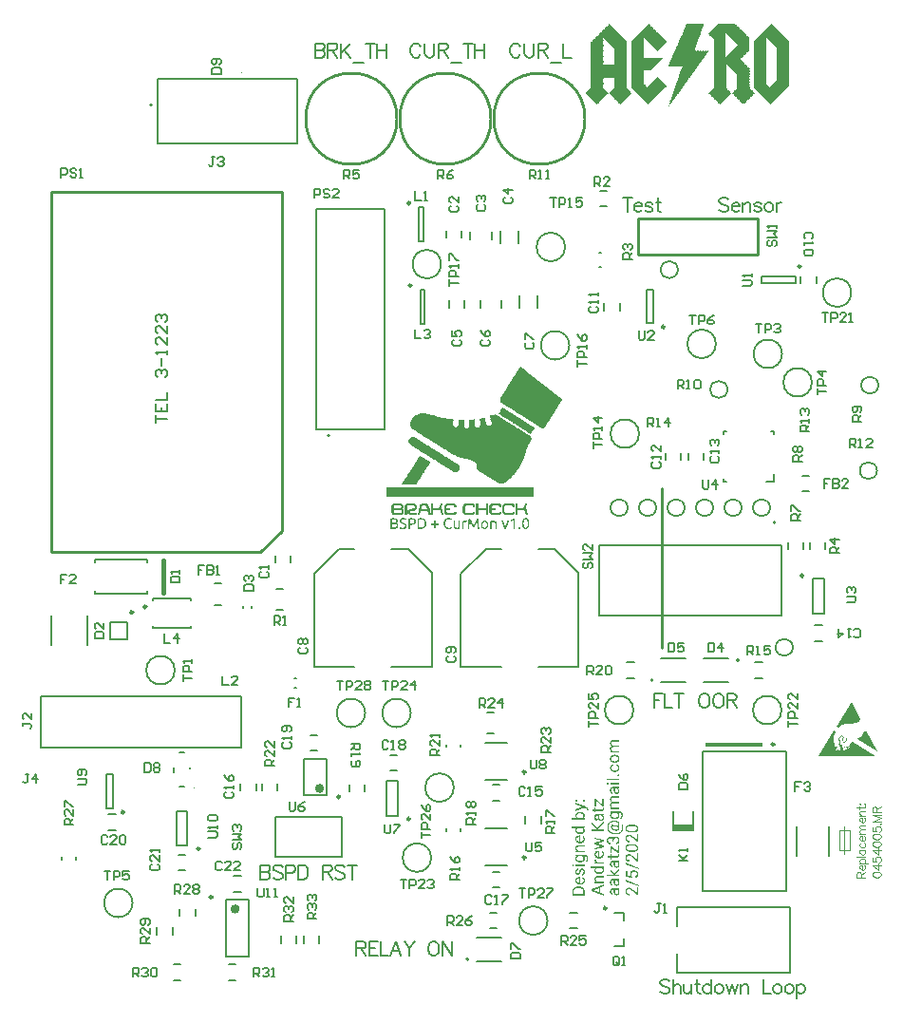
<source format=gbr>
%TF.GenerationSoftware,Altium Limited,Altium Designer,20.0.11 (256)*%
G04 Layer_Color=65535*
%FSLAX26Y26*%
%MOIN*%
%TF.FileFunction,Legend,Top*%
%TF.Part,Single*%
G01*
G75*
%TA.AperFunction,NonConductor*%
%ADD90C,0.008000*%
%ADD108C,0.005000*%
%ADD109C,0.009842*%
%ADD110C,0.015748*%
%ADD111C,0.003937*%
%ADD112C,0.007874*%
%ADD113C,0.010000*%
%ADD114C,0.006000*%
%ADD115C,0.004000*%
%ADD116R,0.202000X0.014000*%
%ADD117R,0.070866X0.020000*%
G36*
X2488378Y3427098D02*
X2487367D01*
Y3426087D01*
X2488378D01*
Y3425075D01*
X2487367D01*
Y3424064D01*
X2486356D01*
Y3423052D01*
Y3422041D01*
Y3421029D01*
X2485344D01*
Y3420018D01*
X2486356D01*
Y3419006D01*
X2485344D01*
Y3417995D01*
X2484333D01*
Y3416983D01*
X2483321D01*
Y3415972D01*
X2484333D01*
Y3414961D01*
X2483321D01*
Y3413949D01*
Y3412938D01*
Y3411926D01*
X2482310D01*
Y3410915D01*
X2481298D01*
Y3409903D01*
X2482310D01*
Y3408892D01*
X2481298D01*
Y3407880D01*
X2480287D01*
Y3406869D01*
Y3405857D01*
Y3404846D01*
X2479275D01*
Y3403834D01*
X2480287D01*
Y3402823D01*
X2479275D01*
Y3401811D01*
X2478264D01*
Y3400800D01*
X2477252D01*
Y3399789D01*
X2478264D01*
Y3398777D01*
X2477252D01*
Y3397766D01*
Y3396754D01*
Y3395743D01*
X2476241D01*
Y3394731D01*
X2475229D01*
Y3393720D01*
X2476241D01*
Y3392708D01*
X2475229D01*
Y3391697D01*
Y3390685D01*
Y3389674D01*
X2474218D01*
Y3388662D01*
X2473206D01*
Y3387651D01*
X2474218D01*
Y3386639D01*
X2473206D01*
Y3385628D01*
Y3384616D01*
X2472195D01*
Y3383605D01*
Y3382593D01*
X2471184D01*
Y3381582D01*
X2472195D01*
Y3380570D01*
X2471184D01*
Y3379559D01*
X2470172D01*
Y3378548D01*
Y3377536D01*
Y3376525D01*
X2469161D01*
Y3375513D01*
X2470172D01*
Y3374502D01*
X2469161D01*
Y3373490D01*
X2468149D01*
Y3372479D01*
X2467138D01*
Y3371467D01*
X2468149D01*
Y3370456D01*
X2467138D01*
Y3369444D01*
X2466126D01*
Y3368433D01*
Y3367421D01*
Y3366410D01*
X2465115D01*
Y3365398D01*
X2466126D01*
Y3364387D01*
X2465115D01*
Y3363376D01*
X2464103D01*
Y3362364D01*
Y3361352D01*
Y3360341D01*
X2463092D01*
Y3359330D01*
Y3358318D01*
Y3357307D01*
X2462080D01*
Y3356295D01*
X2461069D01*
Y3355284D01*
X2462080D01*
Y3354272D01*
X2461069D01*
Y3353261D01*
Y3352249D01*
Y3351238D01*
X2460057D01*
Y3350226D01*
X2459046D01*
Y3349215D01*
X2460057D01*
Y3348203D01*
X2459046D01*
Y3347192D01*
Y3346180D01*
Y3345169D01*
X2458034D01*
Y3344158D01*
X2457023D01*
Y3343146D01*
X2458034D01*
Y3342135D01*
X2457023D01*
Y3341123D01*
X2456011D01*
Y3340112D01*
Y3339100D01*
Y3338089D01*
X2455000D01*
Y3337077D01*
X2456011D01*
Y3336066D01*
X2455000D01*
Y3335054D01*
X2453988D01*
Y3334043D01*
X2455000D01*
Y3333031D01*
X2456011D01*
Y3334043D01*
X2457023D01*
Y3333031D01*
X2458034D01*
Y3334043D01*
X2457023D01*
Y3335054D01*
X2458034D01*
Y3334043D01*
X2459046D01*
Y3333031D01*
X2460057D01*
Y3334043D01*
X2461069D01*
Y3333031D01*
X2462080D01*
Y3334043D01*
X2461069D01*
Y3335054D01*
X2462080D01*
Y3334043D01*
X2463092D01*
Y3333031D01*
X2464103D01*
Y3334043D01*
X2465115D01*
Y3333031D01*
X2466126D01*
Y3334043D01*
X2465115D01*
Y3335054D01*
X2466126D01*
Y3334043D01*
X2467138D01*
Y3333031D01*
X2468149D01*
Y3334043D01*
X2469161D01*
Y3333031D01*
X2470172D01*
Y3334043D01*
X2469161D01*
Y3335054D01*
X2470172D01*
Y3334043D01*
X2471184D01*
Y3333031D01*
X2472195D01*
Y3334043D01*
X2473206D01*
Y3333031D01*
X2474218D01*
Y3334043D01*
X2473206D01*
Y3335054D01*
X2474218D01*
Y3334043D01*
X2475229D01*
Y3333031D01*
X2476241D01*
Y3334043D01*
X2477252D01*
Y3333031D01*
X2478264D01*
Y3334043D01*
X2477252D01*
Y3335054D01*
X2478264D01*
Y3334043D01*
X2479275D01*
Y3333031D01*
X2480287D01*
Y3334043D01*
X2481298D01*
Y3333031D01*
X2482310D01*
Y3334043D01*
X2481298D01*
Y3335054D01*
X2482310D01*
Y3334043D01*
X2483321D01*
Y3333031D01*
X2484333D01*
Y3334043D01*
X2485344D01*
Y3333031D01*
X2486356D01*
Y3334043D01*
X2485344D01*
Y3335054D01*
X2486356D01*
Y3334043D01*
X2487367D01*
Y3333031D01*
X2488378D01*
Y3334043D01*
X2489390D01*
Y3333031D01*
X2490401D01*
Y3334043D01*
X2489390D01*
Y3335054D01*
X2490401D01*
Y3334043D01*
X2491413D01*
Y3333031D01*
X2492425D01*
Y3334043D01*
X2493436D01*
Y3333031D01*
X2494447D01*
Y3334043D01*
X2493436D01*
Y3335054D01*
X2494447D01*
Y3334043D01*
X2495459D01*
Y3333031D01*
X2496470D01*
Y3334043D01*
X2497482D01*
Y3333031D01*
X2498493D01*
Y3334043D01*
X2497482D01*
Y3335054D01*
X2498493D01*
Y3334043D01*
X2499505D01*
Y3333031D01*
X2500516D01*
Y3334043D01*
X2501528D01*
Y3333031D01*
X2502539D01*
Y3334043D01*
X2501528D01*
Y3335054D01*
X2502539D01*
Y3334043D01*
X2503551D01*
Y3333031D01*
X2504562D01*
Y3332020D01*
X2503551D01*
Y3331008D01*
X2502539D01*
Y3329997D01*
X2501528D01*
Y3328985D01*
Y3327974D01*
Y3326963D01*
X2500516D01*
Y3325951D01*
X2499505D01*
Y3324939D01*
X2498493D01*
Y3323928D01*
X2497482D01*
Y3322917D01*
X2498493D01*
Y3321905D01*
X2495459D01*
Y3320894D01*
X2496470D01*
Y3319882D01*
X2495459D01*
Y3318871D01*
X2494447D01*
Y3317859D01*
X2493436D01*
Y3316848D01*
X2492425D01*
Y3315836D01*
X2491413D01*
Y3314825D01*
Y3313813D01*
Y3312802D01*
X2490401D01*
Y3311790D01*
X2489390D01*
Y3310779D01*
X2488378D01*
Y3309767D01*
X2487367D01*
Y3308756D01*
X2486356D01*
Y3307744D01*
X2485344D01*
Y3306733D01*
X2486356D01*
Y3305722D01*
X2485344D01*
Y3304710D01*
X2484333D01*
Y3303699D01*
X2483321D01*
Y3302687D01*
X2482310D01*
Y3301676D01*
X2481298D01*
Y3300664D01*
Y3299653D01*
X2480287D01*
Y3298641D01*
Y3297630D01*
X2479275D01*
Y3296618D01*
X2478264D01*
Y3295607D01*
X2477252D01*
Y3294595D01*
X2476241D01*
Y3293584D01*
X2475229D01*
Y3292572D01*
X2476241D01*
Y3291561D01*
X2474218D01*
Y3290549D01*
Y3289538D01*
X2473206D01*
Y3288526D01*
X2472195D01*
Y3287515D01*
X2471184D01*
Y3286504D01*
Y3285492D01*
X2470172D01*
Y3284481D01*
Y3283469D01*
X2469161D01*
Y3282458D01*
X2468149D01*
Y3281446D01*
X2467138D01*
Y3280435D01*
X2466126D01*
Y3279423D01*
X2465115D01*
Y3278412D01*
X2466126D01*
Y3277400D01*
X2464103D01*
Y3276389D01*
Y3275377D01*
X2463092D01*
Y3274366D01*
X2462080D01*
Y3273354D01*
X2461069D01*
Y3272343D01*
Y3271331D01*
X2460057D01*
Y3270320D01*
Y3269309D01*
X2459046D01*
Y3268297D01*
X2458034D01*
Y3267286D01*
X2457023D01*
Y3266274D01*
X2456011D01*
Y3265263D01*
X2455000D01*
Y3264251D01*
X2456011D01*
Y3263240D01*
X2453988D01*
Y3262228D01*
Y3261217D01*
X2452977D01*
Y3260205D01*
X2451965D01*
Y3259194D01*
X2450954D01*
Y3258182D01*
Y3257171D01*
X2449943D01*
Y3256159D01*
Y3255148D01*
X2448931D01*
Y3254137D01*
X2447920D01*
Y3253125D01*
X2446908D01*
Y3252114D01*
X2445897D01*
Y3251102D01*
X2444885D01*
Y3250091D01*
X2445897D01*
Y3249079D01*
X2443874D01*
Y3248068D01*
Y3247056D01*
X2442862D01*
Y3246045D01*
X2441851D01*
Y3245033D01*
X2440839D01*
Y3244022D01*
Y3243010D01*
X2438816D01*
Y3241999D01*
X2439828D01*
Y3240987D01*
X2438816D01*
Y3239976D01*
X2437805D01*
Y3238964D01*
X2436794D01*
Y3237953D01*
X2435782D01*
Y3236941D01*
X2434771D01*
Y3235930D01*
X2435782D01*
Y3234919D01*
X2432748D01*
Y3233907D01*
X2433759D01*
Y3232896D01*
X2432748D01*
Y3231884D01*
X2431736D01*
Y3230873D01*
X2430725D01*
Y3229861D01*
Y3228850D01*
X2428702D01*
Y3227838D01*
Y3226827D01*
Y3225815D01*
X2427690D01*
Y3224804D01*
X2426679D01*
Y3223792D01*
X2425667D01*
Y3222781D01*
X2424656D01*
Y3221769D01*
X2425667D01*
Y3220758D01*
X2422633D01*
Y3219746D01*
X2423644D01*
Y3218735D01*
X2422633D01*
Y3217724D01*
X2421621D01*
Y3216712D01*
X2420610D01*
Y3215700D01*
X2419598D01*
Y3214689D01*
X2418587D01*
Y3213678D01*
X2419598D01*
Y3212666D01*
X2418587D01*
Y3211655D01*
X2417575D01*
Y3210643D01*
X2416564D01*
Y3209632D01*
X2415552D01*
Y3208620D01*
X2414541D01*
Y3207609D01*
X2413530D01*
Y3206597D01*
X2412518D01*
Y3205586D01*
X2413530D01*
Y3204574D01*
X2412518D01*
Y3203563D01*
X2411507D01*
Y3202551D01*
X2410495D01*
Y3201540D01*
X2409484D01*
Y3200528D01*
X2408472D01*
Y3199517D01*
Y3198506D01*
Y3197494D01*
X2407461D01*
Y3196483D01*
X2406449D01*
Y3195471D01*
X2405438D01*
Y3194460D01*
X2404426D01*
Y3193448D01*
X2405438D01*
Y3192437D01*
X2404426D01*
Y3193448D01*
X2403415D01*
Y3192437D01*
X2402403D01*
Y3191425D01*
X2403415D01*
Y3190414D01*
X2402403D01*
Y3189402D01*
X2401392D01*
Y3188391D01*
X2400381D01*
Y3187379D01*
X2399369D01*
Y3186368D01*
X2398358D01*
Y3185356D01*
Y3184345D01*
Y3183333D01*
X2397346D01*
Y3182322D01*
X2396334D01*
Y3181311D01*
X2395323D01*
Y3180299D01*
X2394312D01*
Y3179287D01*
X2393300D01*
Y3178276D01*
X2392289D01*
Y3177265D01*
X2393300D01*
Y3176253D01*
X2392289D01*
Y3175242D01*
X2391277D01*
Y3174230D01*
X2390266D01*
Y3173219D01*
X2389254D01*
Y3172207D01*
X2388243D01*
Y3171196D01*
Y3170184D01*
X2387231D01*
Y3169173D01*
Y3168161D01*
X2386220D01*
Y3167150D01*
X2385208D01*
Y3166138D01*
X2384197D01*
Y3165127D01*
X2383185D01*
Y3164115D01*
X2382174D01*
Y3163104D01*
X2383185D01*
Y3162093D01*
X2380151D01*
Y3161081D01*
X2381162D01*
Y3160070D01*
X2380151D01*
Y3159058D01*
X2379140D01*
Y3158047D01*
X2378128D01*
Y3157035D01*
Y3156024D01*
X2377117D01*
Y3155012D01*
Y3154001D01*
X2376105D01*
Y3152989D01*
X2375094D01*
Y3151978D01*
X2374082D01*
Y3150966D01*
X2373071D01*
Y3149955D01*
X2372059D01*
Y3148943D01*
X2373071D01*
Y3147932D01*
X2371048D01*
Y3146920D01*
Y3145909D01*
X2370036D01*
Y3144897D01*
X2369025D01*
Y3143886D01*
X2368013D01*
Y3142874D01*
Y3141863D01*
X2367002D01*
Y3140852D01*
Y3139840D01*
X2365990D01*
Y3138829D01*
X2364979D01*
Y3137817D01*
X2363967D01*
Y3136806D01*
X2362956D01*
Y3137817D01*
X2361945D01*
Y3138829D01*
X2362956D01*
Y3139840D01*
X2363967D01*
Y3140852D01*
X2364979D01*
Y3141863D01*
X2363967D01*
Y3142874D01*
X2364979D01*
Y3143886D01*
X2363967D01*
Y3144897D01*
X2364979D01*
Y3145909D01*
X2365990D01*
Y3146920D01*
X2367002D01*
Y3147932D01*
X2365990D01*
Y3148943D01*
X2367002D01*
Y3149955D01*
Y3150966D01*
Y3151978D01*
X2368013D01*
Y3152989D01*
X2369025D01*
Y3154001D01*
X2368013D01*
Y3155012D01*
X2369025D01*
Y3156024D01*
X2368013D01*
Y3157035D01*
X2370036D01*
Y3158047D01*
Y3159058D01*
X2371048D01*
Y3160070D01*
X2370036D01*
Y3161081D01*
X2371048D01*
Y3162093D01*
Y3163104D01*
X2372059D01*
Y3164115D01*
Y3165127D01*
X2373071D01*
Y3166138D01*
X2372059D01*
Y3167150D01*
X2373071D01*
Y3168161D01*
X2372059D01*
Y3169173D01*
X2374082D01*
Y3170184D01*
Y3171196D01*
X2375094D01*
Y3172207D01*
X2374082D01*
Y3173219D01*
X2375094D01*
Y3174230D01*
X2376105D01*
Y3175242D01*
Y3176253D01*
Y3177265D01*
X2377117D01*
Y3178276D01*
X2376105D01*
Y3179287D01*
X2377117D01*
Y3180299D01*
X2378128D01*
Y3181311D01*
Y3182322D01*
Y3183333D01*
X2379140D01*
Y3184345D01*
Y3185356D01*
Y3186368D01*
X2380151D01*
Y3187379D01*
Y3188391D01*
Y3189402D01*
X2381162D01*
Y3190414D01*
Y3191425D01*
Y3192437D01*
X2382174D01*
Y3193448D01*
X2383185D01*
Y3194460D01*
X2382174D01*
Y3195471D01*
X2383185D01*
Y3196483D01*
Y3197494D01*
Y3198506D01*
X2384197D01*
Y3199517D01*
Y3200528D01*
Y3201540D01*
X2385208D01*
Y3202551D01*
Y3203563D01*
Y3204574D01*
X2386220D01*
Y3205586D01*
X2387231D01*
Y3206597D01*
X2386220D01*
Y3207609D01*
X2387231D01*
Y3208620D01*
Y3209632D01*
Y3210643D01*
X2388243D01*
Y3211655D01*
X2389254D01*
Y3212666D01*
X2388243D01*
Y3213678D01*
X2389254D01*
Y3214689D01*
X2390266D01*
Y3215700D01*
X2389254D01*
Y3216712D01*
X2390266D01*
Y3217724D01*
X2391277D01*
Y3218735D01*
X2390266D01*
Y3219746D01*
X2391277D01*
Y3220758D01*
X2392289D01*
Y3221769D01*
Y3222781D01*
Y3223792D01*
X2393300D01*
Y3224804D01*
X2392289D01*
Y3225815D01*
X2393300D01*
Y3226827D01*
X2394312D01*
Y3227838D01*
Y3228850D01*
Y3229861D01*
X2395323D01*
Y3230873D01*
X2394312D01*
Y3231884D01*
X2395323D01*
Y3232896D01*
X2396334D01*
Y3233907D01*
X2397346D01*
Y3234919D01*
X2396334D01*
Y3235930D01*
X2397346D01*
Y3236941D01*
X2396334D01*
Y3237953D01*
X2397346D01*
Y3238964D01*
X2398358D01*
Y3239976D01*
X2399369D01*
Y3240987D01*
X2398358D01*
Y3241999D01*
X2399369D01*
Y3243010D01*
Y3244022D01*
Y3245033D01*
X2400381D01*
Y3246045D01*
X2401392D01*
Y3247056D01*
X2400381D01*
Y3248068D01*
X2401392D01*
Y3249079D01*
X2400381D01*
Y3250091D01*
X2401392D01*
Y3251102D01*
X2402403D01*
Y3252114D01*
X2403415D01*
Y3253125D01*
X2402403D01*
Y3254137D01*
X2403415D01*
Y3255148D01*
Y3256159D01*
X2404426D01*
Y3257171D01*
Y3258182D01*
X2405438D01*
Y3259194D01*
X2404426D01*
Y3260205D01*
X2405438D01*
Y3261217D01*
Y3262228D01*
X2406449D01*
Y3263240D01*
Y3264251D01*
X2407461D01*
Y3265263D01*
X2406449D01*
Y3266274D01*
X2407461D01*
Y3267286D01*
X2408472D01*
Y3268297D01*
Y3269309D01*
Y3270320D01*
X2409484D01*
Y3271331D01*
X2408472D01*
Y3272343D01*
X2409484D01*
Y3273354D01*
Y3274366D01*
X2410495D01*
Y3275377D01*
Y3276389D01*
X2411507D01*
Y3277400D01*
X2410495D01*
Y3278412D01*
X2409484D01*
Y3279423D01*
X2408472D01*
Y3278412D01*
X2405438D01*
Y3279423D01*
X2404426D01*
Y3278412D01*
X2401392D01*
Y3279423D01*
X2400381D01*
Y3278412D01*
X2397346D01*
Y3279423D01*
X2396334D01*
Y3278412D01*
X2393300D01*
Y3279423D01*
X2392289D01*
Y3278412D01*
X2389254D01*
Y3279423D01*
X2388243D01*
Y3278412D01*
X2385208D01*
Y3279423D01*
X2384197D01*
Y3278412D01*
X2381162D01*
Y3279423D01*
X2380151D01*
Y3278412D01*
X2377117D01*
Y3279423D01*
X2376105D01*
Y3278412D01*
X2373071D01*
Y3279423D01*
X2372059D01*
Y3278412D01*
X2369025D01*
Y3279423D01*
X2368013D01*
Y3278412D01*
X2364979D01*
Y3279423D01*
X2363967D01*
Y3278412D01*
X2362956D01*
Y3279423D01*
X2361945D01*
Y3280435D01*
X2362956D01*
Y3281446D01*
Y3282458D01*
Y3283469D01*
X2363967D01*
Y3284481D01*
X2364979D01*
Y3285492D01*
X2363967D01*
Y3286504D01*
X2364979D01*
Y3287515D01*
X2365990D01*
Y3288526D01*
X2367002D01*
Y3289538D01*
X2365990D01*
Y3290549D01*
X2367002D01*
Y3291561D01*
X2368013D01*
Y3292572D01*
Y3293584D01*
Y3294595D01*
X2369025D01*
Y3295607D01*
Y3296618D01*
Y3297630D01*
X2370036D01*
Y3298641D01*
X2371048D01*
Y3299653D01*
X2370036D01*
Y3300664D01*
X2371048D01*
Y3301676D01*
X2372059D01*
Y3302687D01*
X2373071D01*
Y3303699D01*
X2372059D01*
Y3304710D01*
X2373071D01*
Y3305722D01*
X2374082D01*
Y3306733D01*
Y3307744D01*
Y3308756D01*
X2375094D01*
Y3309767D01*
Y3310779D01*
X2376105D01*
Y3311790D01*
Y3312802D01*
X2377117D01*
Y3313813D01*
X2376105D01*
Y3314825D01*
X2377117D01*
Y3315836D01*
X2378128D01*
Y3316848D01*
X2379140D01*
Y3317859D01*
X2378128D01*
Y3318871D01*
X2379140D01*
Y3319882D01*
X2380151D01*
Y3320894D01*
Y3321905D01*
Y3322917D01*
X2381162D01*
Y3323928D01*
X2382174D01*
Y3324939D01*
X2383185D01*
Y3325951D01*
X2382174D01*
Y3326963D01*
X2383185D01*
Y3327974D01*
Y3328985D01*
X2384197D01*
Y3329997D01*
Y3331008D01*
X2385208D01*
Y3332020D01*
Y3333031D01*
Y3334043D01*
X2386220D01*
Y3335054D01*
X2387231D01*
Y3336066D01*
X2386220D01*
Y3337077D01*
X2387231D01*
Y3338089D01*
X2388243D01*
Y3339100D01*
X2389254D01*
Y3340112D01*
X2388243D01*
Y3341123D01*
X2389254D01*
Y3342135D01*
Y3343146D01*
X2390266D01*
Y3344158D01*
Y3345169D01*
X2391277D01*
Y3346180D01*
Y3347192D01*
Y3348203D01*
X2392289D01*
Y3349215D01*
X2393300D01*
Y3350226D01*
X2392289D01*
Y3351238D01*
X2393300D01*
Y3352249D01*
X2394312D01*
Y3353261D01*
X2395323D01*
Y3354272D01*
X2394312D01*
Y3355284D01*
X2395323D01*
Y3356295D01*
X2396334D01*
Y3357307D01*
Y3358318D01*
Y3359330D01*
X2397346D01*
Y3360341D01*
Y3361352D01*
Y3362364D01*
X2398358D01*
Y3363376D01*
X2399369D01*
Y3364387D01*
Y3365398D01*
Y3366410D01*
X2400381D01*
Y3367421D01*
X2401392D01*
Y3368433D01*
X2400381D01*
Y3369444D01*
X2401392D01*
Y3370456D01*
X2402403D01*
Y3371467D01*
X2403415D01*
Y3372479D01*
X2402403D01*
Y3373490D01*
X2403415D01*
Y3374502D01*
X2404426D01*
Y3375513D01*
Y3376525D01*
Y3377536D01*
X2405438D01*
Y3378548D01*
X2404426D01*
Y3379559D01*
X2406449D01*
Y3380570D01*
Y3381582D01*
X2407461D01*
Y3382593D01*
Y3383605D01*
Y3384616D01*
X2408472D01*
Y3385628D01*
X2409484D01*
Y3386639D01*
X2408472D01*
Y3387651D01*
X2409484D01*
Y3388662D01*
X2410495D01*
Y3389674D01*
X2411507D01*
Y3390685D01*
X2410495D01*
Y3391697D01*
X2411507D01*
Y3392708D01*
Y3393720D01*
X2412518D01*
Y3394731D01*
Y3395743D01*
X2413530D01*
Y3396754D01*
Y3397766D01*
Y3398777D01*
X2414541D01*
Y3399789D01*
X2415552D01*
Y3400800D01*
X2414541D01*
Y3401811D01*
X2415552D01*
Y3402823D01*
X2416564D01*
Y3403834D01*
X2417575D01*
Y3404846D01*
X2416564D01*
Y3405857D01*
X2417575D01*
Y3406869D01*
Y3407880D01*
X2418587D01*
Y3408892D01*
Y3409903D01*
X2419598D01*
Y3410915D01*
Y3411926D01*
Y3412938D01*
X2420610D01*
Y3411926D01*
X2421621D01*
Y3412938D01*
X2420610D01*
Y3413949D01*
X2421621D01*
Y3414961D01*
X2420610D01*
Y3415972D01*
X2421621D01*
Y3416983D01*
X2422633D01*
Y3417995D01*
X2423644D01*
Y3419006D01*
X2422633D01*
Y3420018D01*
X2423644D01*
Y3421029D01*
X2424656D01*
Y3422041D01*
Y3423052D01*
Y3424064D01*
X2425667D01*
Y3425075D01*
X2426679D01*
Y3426087D01*
Y3427098D01*
Y3428110D01*
X2488378D01*
Y3427098D01*
D02*
G37*
G36*
X2295187Y3426087D02*
X2298222D01*
Y3425075D01*
X2297210D01*
Y3424064D01*
X2300245D01*
Y3423052D01*
X2299233D01*
Y3422041D01*
X2302268D01*
Y3421029D01*
X2301256D01*
Y3420018D01*
X2304291D01*
Y3419006D01*
X2303279D01*
Y3417995D01*
X2306314D01*
Y3416983D01*
X2305302D01*
Y3415972D01*
X2308336D01*
Y3414961D01*
X2307325D01*
Y3413949D01*
X2310359D01*
Y3412938D01*
X2309348D01*
Y3411926D01*
X2312382D01*
Y3410915D01*
X2311371D01*
Y3409903D01*
X2314405D01*
Y3408892D01*
X2313394D01*
Y3407880D01*
X2316428D01*
Y3406869D01*
X2315417D01*
Y3405857D01*
X2318451D01*
Y3404846D01*
X2317440D01*
Y3403834D01*
X2320474D01*
Y3402823D01*
X2319463D01*
Y3401811D01*
X2322497D01*
Y3400800D01*
X2321486D01*
Y3399789D01*
X2324520D01*
Y3398777D01*
X2323509D01*
Y3397766D01*
X2326543D01*
Y3396754D01*
X2325532D01*
Y3395743D01*
X2328566D01*
Y3394731D01*
X2327554D01*
Y3393720D01*
X2330589D01*
Y3392708D01*
X2329577D01*
Y3391697D01*
X2332612D01*
Y3390685D01*
X2331600D01*
Y3389674D01*
X2334635D01*
Y3388662D01*
X2333623D01*
Y3387651D01*
X2336658D01*
Y3386639D01*
X2335646D01*
Y3385628D01*
X2338681D01*
Y3384616D01*
X2337669D01*
Y3383605D01*
X2340704D01*
Y3382593D01*
X2339692D01*
Y3381582D01*
X2342727D01*
Y3380570D01*
X2341715D01*
Y3379559D01*
X2344749D01*
Y3378548D01*
X2343738D01*
Y3377536D01*
X2346772D01*
Y3376525D01*
X2345761D01*
Y3375513D01*
X2348795D01*
Y3374502D01*
X2347784D01*
Y3373490D01*
X2350818D01*
Y3372479D01*
X2349807D01*
Y3371467D01*
X2352841D01*
Y3370456D01*
X2351830D01*
Y3369444D01*
X2354864D01*
Y3368433D01*
X2353853D01*
Y3367421D01*
X2356887D01*
Y3366410D01*
X2355876D01*
Y3365398D01*
X2358910D01*
Y3364387D01*
X2357899D01*
Y3363376D01*
X2356887D01*
Y3362364D01*
X2355876D01*
Y3361352D01*
X2354864D01*
Y3360341D01*
X2353853D01*
Y3359330D01*
X2352841D01*
Y3358318D01*
X2351830D01*
Y3357307D01*
X2350818D01*
Y3356295D01*
X2349807D01*
Y3355284D01*
X2348795D01*
Y3354272D01*
X2347784D01*
Y3353261D01*
X2346772D01*
Y3352249D01*
X2345761D01*
Y3351238D01*
X2344749D01*
Y3350226D01*
X2343738D01*
Y3349215D01*
X2342727D01*
Y3348203D01*
X2341715D01*
Y3347192D01*
X2340704D01*
Y3346180D01*
X2339692D01*
Y3345169D01*
X2338681D01*
Y3344158D01*
X2337669D01*
Y3343146D01*
X2336658D01*
Y3342135D01*
X2335646D01*
Y3341123D01*
X2334635D01*
Y3340112D01*
X2333623D01*
Y3339100D01*
X2332612D01*
Y3338089D01*
X2331600D01*
Y3337077D01*
X2330589D01*
Y3336066D01*
X2329577D01*
Y3335054D01*
X2328566D01*
Y3334043D01*
X2327554D01*
Y3333031D01*
X2326543D01*
Y3332020D01*
X2325532D01*
Y3331008D01*
X2324520D01*
Y3332020D01*
X2323509D01*
Y3333031D01*
X2322497D01*
Y3334043D01*
X2321486D01*
Y3335054D01*
X2320474D01*
Y3336066D01*
X2319463D01*
Y3337077D01*
X2318451D01*
Y3338089D01*
X2317440D01*
Y3339100D01*
X2316428D01*
Y3340112D01*
X2315417D01*
Y3341123D01*
X2314405D01*
Y3342135D01*
X2313394D01*
Y3343146D01*
X2312382D01*
Y3344158D01*
X2311371D01*
Y3345169D01*
X2310359D01*
Y3346180D01*
X2309348D01*
Y3347192D01*
X2308336D01*
Y3348203D01*
X2307325D01*
Y3349215D01*
X2306314D01*
Y3350226D01*
X2305302D01*
Y3351238D01*
X2304291D01*
Y3352249D01*
X2303279D01*
Y3353261D01*
X2302268D01*
Y3354272D01*
X2301256D01*
Y3355284D01*
X2300245D01*
Y3356295D01*
X2299233D01*
Y3357307D01*
X2298222D01*
Y3358318D01*
X2297210D01*
Y3359330D01*
X2296199D01*
Y3360341D01*
X2295187D01*
Y3361352D01*
X2294176D01*
Y3362364D01*
X2293164D01*
Y3363376D01*
X2292153D01*
Y3364387D01*
X2291142D01*
Y3365398D01*
X2290130D01*
Y3366410D01*
X2289119D01*
Y3367421D01*
X2288107D01*
Y3368433D01*
X2287096D01*
Y3369444D01*
X2286084D01*
Y3370456D01*
X2285073D01*
Y3371467D01*
X2284061D01*
Y3372479D01*
X2283050D01*
Y3373490D01*
X2282038D01*
Y3374502D01*
X2281027D01*
Y3375513D01*
X2280015D01*
Y3376525D01*
X2279004D01*
Y3377536D01*
X2277992D01*
Y3378548D01*
X2276981D01*
Y3377536D01*
X2277992D01*
Y3376525D01*
X2276981D01*
Y3375513D01*
X2277992D01*
Y3374502D01*
X2276981D01*
Y3373490D01*
X2277992D01*
Y3372479D01*
X2276981D01*
Y3371467D01*
X2277992D01*
Y3370456D01*
X2276981D01*
Y3369444D01*
X2277992D01*
Y3368433D01*
X2276981D01*
Y3367421D01*
X2277992D01*
Y3366410D01*
X2276981D01*
Y3365398D01*
X2277992D01*
Y3364387D01*
X2276981D01*
Y3363376D01*
X2277992D01*
Y3362364D01*
X2276981D01*
Y3361352D01*
X2277992D01*
Y3360341D01*
X2276981D01*
Y3359330D01*
X2277992D01*
Y3358318D01*
X2276981D01*
Y3357307D01*
X2277992D01*
Y3356295D01*
X2276981D01*
Y3355284D01*
X2277992D01*
Y3354272D01*
X2276981D01*
Y3353261D01*
X2277992D01*
Y3352249D01*
X2276981D01*
Y3351238D01*
X2277992D01*
Y3350226D01*
X2276981D01*
Y3349215D01*
X2277992D01*
Y3348203D01*
X2276981D01*
Y3347192D01*
X2277992D01*
Y3346180D01*
X2276981D01*
Y3345169D01*
X2277992D01*
Y3344158D01*
X2276981D01*
Y3343146D01*
X2277992D01*
Y3342135D01*
X2276981D01*
Y3341123D01*
X2277992D01*
Y3340112D01*
X2276981D01*
Y3339100D01*
X2277992D01*
Y3338089D01*
X2276981D01*
Y3337077D01*
X2277992D01*
Y3336066D01*
X2276981D01*
Y3335054D01*
X2277992D01*
Y3334043D01*
X2276981D01*
Y3333031D01*
X2277992D01*
Y3332020D01*
X2276981D01*
Y3331008D01*
X2277992D01*
Y3329997D01*
X2276981D01*
Y3328985D01*
X2277992D01*
Y3327974D01*
X2276981D01*
Y3326963D01*
X2277992D01*
Y3325951D01*
X2276981D01*
Y3324939D01*
X2277992D01*
Y3323928D01*
X2276981D01*
Y3322917D01*
X2277992D01*
Y3321905D01*
X2276981D01*
Y3320894D01*
X2277992D01*
Y3319882D01*
X2276981D01*
Y3318871D01*
X2277992D01*
Y3317859D01*
X2276981D01*
Y3316848D01*
X2277992D01*
Y3315836D01*
X2276981D01*
Y3314825D01*
X2277992D01*
Y3313813D01*
X2276981D01*
Y3312802D01*
X2277992D01*
Y3311790D01*
X2276981D01*
Y3310779D01*
X2277992D01*
Y3309767D01*
X2276981D01*
Y3308756D01*
X2277992D01*
Y3307744D01*
X2279004D01*
Y3306733D01*
X2280015D01*
Y3307744D01*
X2281027D01*
Y3308756D01*
X2282038D01*
Y3307744D01*
X2283050D01*
Y3306733D01*
X2284061D01*
Y3307744D01*
X2285073D01*
Y3308756D01*
X2286084D01*
Y3307744D01*
X2287096D01*
Y3306733D01*
X2288107D01*
Y3307744D01*
X2289119D01*
Y3308756D01*
X2290130D01*
Y3307744D01*
X2291142D01*
Y3306733D01*
X2292153D01*
Y3307744D01*
X2293164D01*
Y3308756D01*
X2294176D01*
Y3307744D01*
X2295187D01*
Y3306733D01*
X2296199D01*
Y3307744D01*
X2297210D01*
Y3308756D01*
X2298222D01*
Y3307744D01*
X2299233D01*
Y3306733D01*
X2300245D01*
Y3307744D01*
X2301256D01*
Y3308756D01*
X2302268D01*
Y3307744D01*
X2303279D01*
Y3306733D01*
X2304291D01*
Y3307744D01*
X2305302D01*
Y3308756D01*
X2306314D01*
Y3307744D01*
X2307325D01*
Y3306733D01*
X2308336D01*
Y3307744D01*
X2309348D01*
Y3308756D01*
X2310359D01*
Y3307744D01*
X2311371D01*
Y3306733D01*
X2312382D01*
Y3307744D01*
X2313394D01*
Y3308756D01*
X2314405D01*
Y3307744D01*
X2315417D01*
Y3306733D01*
X2316428D01*
Y3307744D01*
X2317440D01*
Y3308756D01*
X2318451D01*
Y3307744D01*
X2319463D01*
Y3306733D01*
X2320474D01*
Y3307744D01*
X2321486D01*
Y3308756D01*
X2322497D01*
Y3307744D01*
X2323509D01*
Y3306733D01*
X2324520D01*
Y3307744D01*
X2325532D01*
Y3308756D01*
X2326543D01*
Y3307744D01*
X2327554D01*
Y3306733D01*
X2328566D01*
Y3307744D01*
X2329577D01*
Y3308756D01*
X2330589D01*
Y3307744D01*
X2331600D01*
Y3306733D01*
X2332612D01*
Y3307744D01*
X2333623D01*
Y3308756D01*
X2334635D01*
Y3307744D01*
X2335646D01*
Y3306733D01*
X2336658D01*
Y3307744D01*
X2337669D01*
Y3308756D01*
X2338681D01*
Y3307744D01*
X2339692D01*
Y3306733D01*
X2340704D01*
Y3307744D01*
X2341715D01*
Y3306733D01*
X2342727D01*
Y3305722D01*
X2341715D01*
Y3304710D01*
X2340704D01*
Y3303699D01*
X2338681D01*
Y3302687D01*
Y3301676D01*
X2336658D01*
Y3300664D01*
Y3299653D01*
X2334635D01*
Y3298641D01*
Y3297630D01*
X2333623D01*
Y3296618D01*
X2332612D01*
Y3295607D01*
X2330589D01*
Y3294595D01*
Y3293584D01*
X2328566D01*
Y3292572D01*
Y3291561D01*
X2326543D01*
Y3290549D01*
Y3289538D01*
X2325532D01*
Y3288526D01*
X2324520D01*
Y3287515D01*
X2323509D01*
Y3286504D01*
X2322497D01*
Y3285492D01*
X2321486D01*
Y3284481D01*
X2320474D01*
Y3283469D01*
X2319463D01*
Y3282458D01*
X2318451D01*
Y3281446D01*
X2317440D01*
Y3280435D01*
X2316428D01*
Y3279423D01*
X2315417D01*
Y3278412D01*
X2314405D01*
Y3277400D01*
X2313394D01*
Y3276389D01*
X2312382D01*
Y3275377D01*
X2311371D01*
Y3274366D01*
X2310359D01*
Y3273354D01*
X2309348D01*
Y3272343D01*
X2308336D01*
Y3271331D01*
X2307325D01*
Y3270320D01*
X2306314D01*
Y3269309D01*
X2305302D01*
Y3268297D01*
X2304291D01*
Y3267286D01*
X2303279D01*
Y3266274D01*
X2302268D01*
Y3265263D01*
X2276981D01*
Y3264251D01*
X2277992D01*
Y3263240D01*
X2276981D01*
Y3262228D01*
X2277992D01*
Y3261217D01*
X2276981D01*
Y3260205D01*
X2277992D01*
Y3259194D01*
X2276981D01*
Y3258182D01*
X2277992D01*
Y3257171D01*
X2276981D01*
Y3256159D01*
X2277992D01*
Y3255148D01*
X2276981D01*
Y3254137D01*
X2277992D01*
Y3253125D01*
X2276981D01*
Y3252114D01*
X2277992D01*
Y3251102D01*
X2276981D01*
Y3250091D01*
X2277992D01*
Y3249079D01*
X2276981D01*
Y3248068D01*
X2277992D01*
Y3247056D01*
X2276981D01*
Y3246045D01*
X2277992D01*
Y3245033D01*
X2276981D01*
Y3244022D01*
X2277992D01*
Y3243010D01*
X2276981D01*
Y3241999D01*
X2277992D01*
Y3240987D01*
X2276981D01*
Y3239976D01*
X2277992D01*
Y3238964D01*
X2276981D01*
Y3237953D01*
X2277992D01*
Y3236941D01*
X2276981D01*
Y3235930D01*
X2277992D01*
Y3234919D01*
X2276981D01*
Y3233907D01*
X2277992D01*
Y3232896D01*
X2276981D01*
Y3231884D01*
X2277992D01*
Y3230873D01*
X2276981D01*
Y3229861D01*
X2277992D01*
Y3228850D01*
X2276981D01*
Y3227838D01*
X2277992D01*
Y3226827D01*
X2276981D01*
Y3225815D01*
X2277992D01*
Y3224804D01*
X2276981D01*
Y3223792D01*
X2277992D01*
Y3222781D01*
X2276981D01*
Y3221769D01*
X2277992D01*
Y3220758D01*
X2276981D01*
Y3219746D01*
X2277992D01*
Y3218735D01*
X2276981D01*
Y3217724D01*
X2277992D01*
Y3216712D01*
X2276981D01*
Y3215700D01*
X2279004D01*
Y3214689D01*
Y3213678D01*
X2282038D01*
Y3212666D01*
Y3211655D01*
X2284061D01*
Y3210643D01*
X2283050D01*
Y3209632D01*
X2286084D01*
Y3208620D01*
Y3207609D01*
X2288107D01*
Y3206597D01*
Y3205586D01*
X2290130D01*
Y3206597D01*
Y3207609D01*
X2292153D01*
Y3208620D01*
X2291142D01*
Y3209632D01*
X2294176D01*
Y3210643D01*
Y3211655D01*
X2296199D01*
Y3212666D01*
X2295187D01*
Y3213678D01*
X2298222D01*
Y3214689D01*
Y3215700D01*
X2300245D01*
Y3216712D01*
X2299233D01*
Y3217724D01*
X2302268D01*
Y3218735D01*
X2303279D01*
Y3219746D01*
X2304291D01*
Y3220758D01*
X2303279D01*
Y3221769D01*
X2306314D01*
Y3222781D01*
Y3223792D01*
X2308336D01*
Y3224804D01*
X2307325D01*
Y3225815D01*
X2310359D01*
Y3226827D01*
Y3227838D01*
X2312382D01*
Y3228850D01*
X2311371D01*
Y3229861D01*
X2314405D01*
Y3230873D01*
Y3231884D01*
X2316428D01*
Y3232896D01*
X2315417D01*
Y3233907D01*
X2318451D01*
Y3234919D01*
X2319463D01*
Y3235930D01*
X2320474D01*
Y3236941D01*
X2319463D01*
Y3237953D01*
X2322497D01*
Y3238964D01*
Y3239976D01*
X2324520D01*
Y3240987D01*
X2323509D01*
Y3241999D01*
X2324520D01*
Y3240987D01*
X2325532D01*
Y3239976D01*
X2326543D01*
Y3238964D01*
X2327554D01*
Y3237953D01*
X2328566D01*
Y3236941D01*
X2329577D01*
Y3235930D01*
X2330589D01*
Y3234919D01*
X2331600D01*
Y3233907D01*
X2332612D01*
Y3232896D01*
X2333623D01*
Y3231884D01*
X2334635D01*
Y3230873D01*
X2335646D01*
Y3229861D01*
X2336658D01*
Y3228850D01*
X2337669D01*
Y3227838D01*
X2338681D01*
Y3226827D01*
X2339692D01*
Y3225815D01*
X2340704D01*
Y3224804D01*
X2341715D01*
Y3223792D01*
X2342727D01*
Y3222781D01*
X2343738D01*
Y3221769D01*
X2344749D01*
Y3220758D01*
X2345761D01*
Y3219746D01*
X2346772D01*
Y3218735D01*
X2347784D01*
Y3217724D01*
X2349807D01*
Y3216712D01*
Y3215700D01*
X2351830D01*
Y3214689D01*
Y3213678D01*
X2353853D01*
Y3212666D01*
Y3211655D01*
X2354864D01*
Y3210643D01*
X2355876D01*
Y3209632D01*
X2356887D01*
Y3208620D01*
X2354864D01*
Y3207609D01*
Y3206597D01*
X2351830D01*
Y3205586D01*
X2352841D01*
Y3204574D01*
X2350818D01*
Y3203563D01*
Y3202551D01*
X2347784D01*
Y3201540D01*
X2348795D01*
Y3200528D01*
X2346772D01*
Y3199517D01*
Y3198506D01*
X2343738D01*
Y3197494D01*
X2344749D01*
Y3196483D01*
X2342727D01*
Y3195471D01*
Y3194460D01*
X2339692D01*
Y3193448D01*
X2340704D01*
Y3192437D01*
X2338681D01*
Y3191425D01*
Y3190414D01*
X2335646D01*
Y3189402D01*
X2336658D01*
Y3188391D01*
X2333623D01*
Y3187379D01*
X2334635D01*
Y3186368D01*
X2331600D01*
Y3185356D01*
X2332612D01*
Y3184345D01*
X2329577D01*
Y3183333D01*
X2330589D01*
Y3182322D01*
X2327554D01*
Y3181311D01*
X2328566D01*
Y3180299D01*
X2325532D01*
Y3179287D01*
X2326543D01*
Y3178276D01*
X2323509D01*
Y3177265D01*
X2324520D01*
Y3176253D01*
X2321486D01*
Y3175242D01*
X2322497D01*
Y3174230D01*
X2319463D01*
Y3173219D01*
X2320474D01*
Y3172207D01*
X2317440D01*
Y3171196D01*
X2318451D01*
Y3170184D01*
X2317440D01*
Y3171196D01*
X2316428D01*
Y3170184D01*
X2315417D01*
Y3169173D01*
X2316428D01*
Y3168161D01*
X2313394D01*
Y3167150D01*
X2314405D01*
Y3166138D01*
X2311371D01*
Y3165127D01*
X2312382D01*
Y3164115D01*
X2309348D01*
Y3163104D01*
X2310359D01*
Y3162093D01*
X2309348D01*
Y3163104D01*
X2308336D01*
Y3162093D01*
X2307325D01*
Y3161081D01*
X2308336D01*
Y3160070D01*
X2305302D01*
Y3159058D01*
X2306314D01*
Y3158047D01*
X2303279D01*
Y3157035D01*
X2304291D01*
Y3156024D01*
X2301256D01*
Y3155012D01*
X2300245D01*
Y3154001D01*
X2299233D01*
Y3152989D01*
X2300245D01*
Y3151978D01*
X2297210D01*
Y3150966D01*
X2296199D01*
Y3149955D01*
X2295187D01*
Y3148943D01*
X2296199D01*
Y3147932D01*
X2295187D01*
Y3148943D01*
X2294176D01*
Y3147932D01*
X2293164D01*
Y3146920D01*
X2292153D01*
Y3145909D01*
X2291142D01*
Y3144897D01*
X2290130D01*
Y3145909D01*
X2289119D01*
Y3146920D01*
X2288107D01*
Y3147932D01*
X2287096D01*
Y3148943D01*
X2286084D01*
Y3149955D01*
X2285073D01*
Y3150966D01*
X2284061D01*
Y3151978D01*
X2283050D01*
Y3152989D01*
X2282038D01*
Y3154001D01*
X2281027D01*
Y3155012D01*
X2280015D01*
Y3156024D01*
X2279004D01*
Y3157035D01*
X2280015D01*
Y3158047D01*
X2276981D01*
Y3159058D01*
X2277992D01*
Y3160070D01*
X2274958D01*
Y3161081D01*
X2275969D01*
Y3162093D01*
X2272935D01*
Y3163104D01*
X2273946D01*
Y3164115D01*
X2270912D01*
Y3165127D01*
X2271923D01*
Y3166138D01*
X2268889D01*
Y3167150D01*
X2269901D01*
Y3168161D01*
X2266866D01*
Y3169173D01*
X2267878D01*
Y3170184D01*
X2264843D01*
Y3171196D01*
X2265855D01*
Y3172207D01*
X2262820D01*
Y3173219D01*
X2263832D01*
Y3174230D01*
X2260797D01*
Y3175242D01*
X2261809D01*
Y3176253D01*
X2258774D01*
Y3177265D01*
X2259786D01*
Y3178276D01*
X2256751D01*
Y3179287D01*
X2257763D01*
Y3180299D01*
X2254728D01*
Y3181311D01*
X2255740D01*
Y3182322D01*
X2252706D01*
Y3183333D01*
X2253717D01*
Y3184345D01*
X2250682D01*
Y3185356D01*
X2251694D01*
Y3186368D01*
X2248660D01*
Y3187379D01*
X2249671D01*
Y3188391D01*
X2246637D01*
Y3189402D01*
X2247648D01*
Y3190414D01*
X2244614D01*
Y3191425D01*
X2245625D01*
Y3192437D01*
X2242591D01*
Y3193448D01*
X2243602D01*
Y3194460D01*
X2240568D01*
Y3195471D01*
X2241579D01*
Y3196483D01*
X2238545D01*
Y3197494D01*
X2239556D01*
Y3198506D01*
X2236522D01*
Y3199517D01*
X2237533D01*
Y3200528D01*
X2234499D01*
Y3201540D01*
X2235510D01*
Y3202551D01*
X2234499D01*
Y3203563D01*
X2233488D01*
Y3204574D01*
X2234499D01*
Y3205586D01*
X2233488D01*
Y3206597D01*
X2234499D01*
Y3207609D01*
X2233488D01*
Y3208620D01*
X2234499D01*
Y3209632D01*
X2233488D01*
Y3210643D01*
X2234499D01*
Y3211655D01*
X2233488D01*
Y3212666D01*
X2234499D01*
Y3213678D01*
X2233488D01*
Y3214689D01*
X2234499D01*
Y3215700D01*
X2233488D01*
Y3216712D01*
X2234499D01*
Y3217724D01*
X2233488D01*
Y3218735D01*
X2234499D01*
Y3219746D01*
X2233488D01*
Y3220758D01*
X2234499D01*
Y3221769D01*
X2233488D01*
Y3222781D01*
X2234499D01*
Y3223792D01*
X2233488D01*
Y3224804D01*
X2234499D01*
Y3225815D01*
X2233488D01*
Y3226827D01*
X2234499D01*
Y3227838D01*
X2233488D01*
Y3228850D01*
X2234499D01*
Y3229861D01*
X2233488D01*
Y3230873D01*
X2234499D01*
Y3231884D01*
X2233488D01*
Y3232896D01*
X2234499D01*
Y3233907D01*
X2233488D01*
Y3234919D01*
X2234499D01*
Y3235930D01*
X2233488D01*
Y3236941D01*
X2234499D01*
Y3237953D01*
X2233488D01*
Y3238964D01*
X2234499D01*
Y3239976D01*
X2233488D01*
Y3240987D01*
X2234499D01*
Y3241999D01*
X2233488D01*
Y3243010D01*
X2234499D01*
Y3244022D01*
X2233488D01*
Y3245033D01*
X2234499D01*
Y3246045D01*
X2233488D01*
Y3247056D01*
X2234499D01*
Y3248068D01*
X2233488D01*
Y3249079D01*
X2234499D01*
Y3250091D01*
X2233488D01*
Y3251102D01*
X2234499D01*
Y3252114D01*
X2233488D01*
Y3253125D01*
X2234499D01*
Y3254137D01*
X2233488D01*
Y3255148D01*
X2234499D01*
Y3256159D01*
X2233488D01*
Y3257171D01*
X2234499D01*
Y3258182D01*
X2233488D01*
Y3259194D01*
X2234499D01*
Y3260205D01*
X2233488D01*
Y3261217D01*
X2234499D01*
Y3262228D01*
X2233488D01*
Y3263240D01*
X2234499D01*
Y3264251D01*
X2233488D01*
Y3265263D01*
X2234499D01*
Y3266274D01*
X2233488D01*
Y3267286D01*
X2234499D01*
Y3268297D01*
X2233488D01*
Y3269309D01*
X2234499D01*
Y3270320D01*
X2233488D01*
Y3271331D01*
X2234499D01*
Y3272343D01*
X2233488D01*
Y3273354D01*
X2234499D01*
Y3274366D01*
X2233488D01*
Y3275377D01*
X2234499D01*
Y3276389D01*
X2233488D01*
Y3277400D01*
X2234499D01*
Y3278412D01*
X2233488D01*
Y3279423D01*
X2234499D01*
Y3280435D01*
X2233488D01*
Y3281446D01*
X2234499D01*
Y3282458D01*
X2233488D01*
Y3283469D01*
X2234499D01*
Y3284481D01*
X2233488D01*
Y3285492D01*
X2234499D01*
Y3286504D01*
X2233488D01*
Y3287515D01*
X2234499D01*
Y3288526D01*
X2233488D01*
Y3289538D01*
X2234499D01*
Y3290549D01*
X2233488D01*
Y3291561D01*
X2234499D01*
Y3292572D01*
X2233488D01*
Y3293584D01*
X2234499D01*
Y3294595D01*
X2233488D01*
Y3295607D01*
X2234499D01*
Y3296618D01*
X2233488D01*
Y3297630D01*
X2234499D01*
Y3298641D01*
X2233488D01*
Y3299653D01*
X2234499D01*
Y3300664D01*
X2233488D01*
Y3301676D01*
X2234499D01*
Y3302687D01*
X2233488D01*
Y3303699D01*
X2234499D01*
Y3304710D01*
X2233488D01*
Y3305722D01*
X2234499D01*
Y3306733D01*
X2233488D01*
Y3307744D01*
X2234499D01*
Y3308756D01*
X2233488D01*
Y3309767D01*
X2234499D01*
Y3310779D01*
X2233488D01*
Y3311790D01*
X2234499D01*
Y3312802D01*
X2233488D01*
Y3313813D01*
X2234499D01*
Y3314825D01*
X2233488D01*
Y3315836D01*
X2234499D01*
Y3316848D01*
X2233488D01*
Y3317859D01*
X2234499D01*
Y3318871D01*
X2233488D01*
Y3319882D01*
X2234499D01*
Y3320894D01*
X2233488D01*
Y3321905D01*
X2234499D01*
Y3322917D01*
X2233488D01*
Y3323928D01*
X2234499D01*
Y3324939D01*
X2233488D01*
Y3325951D01*
X2234499D01*
Y3326963D01*
X2233488D01*
Y3327974D01*
X2234499D01*
Y3328985D01*
X2233488D01*
Y3329997D01*
X2234499D01*
Y3331008D01*
X2233488D01*
Y3332020D01*
X2234499D01*
Y3333031D01*
X2233488D01*
Y3334043D01*
X2234499D01*
Y3335054D01*
X2233488D01*
Y3336066D01*
X2234499D01*
Y3337077D01*
X2233488D01*
Y3338089D01*
X2234499D01*
Y3339100D01*
X2233488D01*
Y3340112D01*
X2234499D01*
Y3341123D01*
X2233488D01*
Y3342135D01*
X2234499D01*
Y3343146D01*
X2233488D01*
Y3344158D01*
X2234499D01*
Y3345169D01*
X2233488D01*
Y3346180D01*
X2234499D01*
Y3347192D01*
X2233488D01*
Y3348203D01*
X2234499D01*
Y3349215D01*
X2233488D01*
Y3350226D01*
X2234499D01*
Y3351238D01*
X2233488D01*
Y3352249D01*
X2234499D01*
Y3353261D01*
X2233488D01*
Y3354272D01*
X2234499D01*
Y3355284D01*
X2233488D01*
Y3356295D01*
X2234499D01*
Y3357307D01*
X2233488D01*
Y3358318D01*
X2234499D01*
Y3359330D01*
X2233488D01*
Y3360341D01*
X2234499D01*
Y3361352D01*
X2233488D01*
Y3362364D01*
X2234499D01*
Y3363376D01*
X2233488D01*
Y3364387D01*
X2234499D01*
Y3365398D01*
X2233488D01*
Y3366410D01*
X2234499D01*
Y3367421D01*
X2235510D01*
Y3368433D01*
X2236522D01*
Y3369444D01*
X2237533D01*
Y3370456D01*
Y3371467D01*
X2239556D01*
Y3372479D01*
X2240568D01*
Y3373490D01*
X2241579D01*
Y3374502D01*
Y3375513D01*
X2243602D01*
Y3376525D01*
X2244614D01*
Y3377536D01*
X2245625D01*
Y3378548D01*
Y3379559D01*
X2247648D01*
Y3380570D01*
X2248660D01*
Y3381582D01*
X2249671D01*
Y3382593D01*
Y3383605D01*
X2251694D01*
Y3384616D01*
X2252706D01*
Y3385628D01*
X2253717D01*
Y3386639D01*
Y3387651D01*
X2255740D01*
Y3388662D01*
X2256751D01*
Y3389674D01*
X2257763D01*
Y3390685D01*
Y3391697D01*
X2259786D01*
Y3392708D01*
X2260797D01*
Y3393720D01*
X2261809D01*
Y3394731D01*
Y3395743D01*
X2263832D01*
Y3396754D01*
X2264843D01*
Y3397766D01*
X2265855D01*
Y3398777D01*
Y3399789D01*
X2267878D01*
Y3400800D01*
X2268889D01*
Y3401811D01*
X2269901D01*
Y3402823D01*
Y3403834D01*
X2271923D01*
Y3404846D01*
X2272935D01*
Y3405857D01*
X2273946D01*
Y3406869D01*
Y3407880D01*
X2275969D01*
Y3408892D01*
X2276981D01*
Y3409903D01*
X2277992D01*
Y3410915D01*
Y3411926D01*
X2280015D01*
Y3412938D01*
X2281027D01*
Y3413949D01*
X2282038D01*
Y3414961D01*
Y3415972D01*
X2284061D01*
Y3416983D01*
X2285073D01*
Y3417995D01*
X2286084D01*
Y3419006D01*
Y3420018D01*
X2288107D01*
Y3421029D01*
X2289119D01*
Y3422041D01*
X2290130D01*
Y3423052D01*
Y3424064D01*
X2292153D01*
Y3425075D01*
X2293164D01*
Y3426087D01*
X2294176D01*
Y3427098D01*
X2295187D01*
Y3426087D01*
D02*
G37*
G36*
X2725063Y3427098D02*
X2726075D01*
Y3426087D01*
X2727086D01*
Y3425075D01*
X2728097D01*
Y3424064D01*
X2729109D01*
Y3423052D01*
X2730120D01*
Y3422041D01*
X2731132D01*
Y3421029D01*
X2732143D01*
Y3420018D01*
X2733155D01*
Y3419006D01*
X2734166D01*
Y3417995D01*
X2735178D01*
Y3416983D01*
X2736189D01*
Y3415972D01*
X2737201D01*
Y3414961D01*
X2738212D01*
Y3413949D01*
X2739224D01*
Y3412938D01*
X2740235D01*
Y3411926D01*
X2741247D01*
Y3410915D01*
X2742258D01*
Y3409903D01*
X2743269D01*
Y3408892D01*
X2744281D01*
Y3407880D01*
X2745293D01*
Y3406869D01*
X2746304D01*
Y3405857D01*
X2747316D01*
Y3404846D01*
X2748327D01*
Y3403834D01*
X2749338D01*
Y3402823D01*
X2750350D01*
Y3401811D01*
X2751361D01*
Y3400800D01*
X2752373D01*
Y3399789D01*
X2753384D01*
Y3398777D01*
X2754396D01*
Y3397766D01*
X2755407D01*
Y3396754D01*
X2756419D01*
Y3395743D01*
X2757430D01*
Y3394731D01*
X2758442D01*
Y3393720D01*
X2759453D01*
Y3392708D01*
X2760465D01*
Y3391697D01*
X2761476D01*
Y3390685D01*
X2762488D01*
Y3389674D01*
X2763499D01*
Y3388662D01*
X2764510D01*
Y3387651D01*
X2765522D01*
Y3386639D01*
X2766533D01*
Y3385628D01*
X2767545D01*
Y3384616D01*
X2768556D01*
Y3383605D01*
X2769568D01*
Y3382593D01*
X2770579D01*
Y3381582D01*
X2771591D01*
Y3380570D01*
X2772602D01*
Y3379559D01*
X2773614D01*
Y3378548D01*
X2774625D01*
Y3377536D01*
X2775637D01*
Y3376525D01*
X2776648D01*
Y3375513D01*
X2777660D01*
Y3374502D01*
X2778671D01*
Y3373490D01*
X2779683D01*
Y3372479D01*
X2780694D01*
Y3371467D01*
X2781706D01*
Y3370456D01*
X2782717D01*
Y3369444D01*
X2783729D01*
Y3368433D01*
X2784740D01*
Y3367421D01*
X2785751D01*
Y3366410D01*
X2786763D01*
Y3365398D01*
Y3364387D01*
Y3363376D01*
Y3362364D01*
Y3361352D01*
Y3360341D01*
Y3359330D01*
Y3358318D01*
Y3357307D01*
Y3356295D01*
Y3355284D01*
Y3354272D01*
Y3353261D01*
Y3352249D01*
Y3351238D01*
Y3350226D01*
Y3349215D01*
Y3348203D01*
Y3347192D01*
Y3346180D01*
Y3345169D01*
Y3344158D01*
Y3343146D01*
Y3342135D01*
Y3341123D01*
Y3340112D01*
Y3339100D01*
Y3338089D01*
Y3337077D01*
Y3336066D01*
Y3335054D01*
Y3334043D01*
Y3333031D01*
Y3332020D01*
Y3331008D01*
Y3329997D01*
Y3328985D01*
Y3327974D01*
Y3326963D01*
Y3325951D01*
Y3324939D01*
Y3323928D01*
Y3322917D01*
Y3321905D01*
Y3320894D01*
Y3319882D01*
Y3318871D01*
Y3317859D01*
Y3316848D01*
Y3315836D01*
Y3314825D01*
Y3313813D01*
Y3312802D01*
Y3311790D01*
Y3310779D01*
Y3309767D01*
Y3308756D01*
Y3307744D01*
Y3306733D01*
Y3305722D01*
Y3304710D01*
Y3303699D01*
Y3302687D01*
Y3301676D01*
Y3300664D01*
Y3299653D01*
Y3298641D01*
Y3297630D01*
Y3296618D01*
Y3295607D01*
Y3294595D01*
Y3293584D01*
Y3292572D01*
Y3291561D01*
Y3290549D01*
Y3289538D01*
Y3288526D01*
Y3287515D01*
Y3286504D01*
Y3285492D01*
Y3284481D01*
Y3283469D01*
Y3282458D01*
Y3281446D01*
Y3280435D01*
Y3279423D01*
Y3278412D01*
Y3277400D01*
Y3276389D01*
Y3275377D01*
Y3274366D01*
Y3273354D01*
Y3272343D01*
Y3271331D01*
Y3270320D01*
Y3269309D01*
Y3268297D01*
Y3267286D01*
Y3266274D01*
Y3265263D01*
Y3264251D01*
Y3263240D01*
Y3262228D01*
Y3261217D01*
Y3260205D01*
Y3259194D01*
Y3258182D01*
Y3257171D01*
Y3256159D01*
Y3255148D01*
Y3254137D01*
Y3253125D01*
Y3252114D01*
Y3251102D01*
Y3250091D01*
Y3249079D01*
Y3248068D01*
Y3247056D01*
Y3246045D01*
Y3245033D01*
Y3244022D01*
Y3243010D01*
Y3241999D01*
Y3240987D01*
Y3239976D01*
Y3238964D01*
Y3237953D01*
Y3236941D01*
Y3235930D01*
Y3234919D01*
Y3233907D01*
Y3232896D01*
Y3231884D01*
Y3230873D01*
Y3229861D01*
Y3228850D01*
Y3227838D01*
Y3226827D01*
Y3225815D01*
Y3224804D01*
Y3223792D01*
Y3222781D01*
Y3221769D01*
Y3220758D01*
Y3219746D01*
Y3218735D01*
Y3217724D01*
Y3216712D01*
Y3215700D01*
Y3214689D01*
Y3213678D01*
Y3212666D01*
Y3211655D01*
Y3210643D01*
Y3209632D01*
X2785751D01*
Y3208620D01*
X2784740D01*
Y3207609D01*
X2783729D01*
Y3206597D01*
X2782717D01*
Y3205586D01*
X2781706D01*
Y3204574D01*
X2780694D01*
Y3203563D01*
X2779683D01*
Y3202551D01*
X2778671D01*
Y3201540D01*
X2777660D01*
Y3200528D01*
X2776648D01*
Y3199517D01*
X2775637D01*
Y3198506D01*
X2774625D01*
Y3197494D01*
X2773614D01*
Y3196483D01*
X2772602D01*
Y3195471D01*
X2771591D01*
Y3194460D01*
X2770579D01*
Y3193448D01*
X2769568D01*
Y3192437D01*
X2768556D01*
Y3191425D01*
X2767545D01*
Y3190414D01*
X2766533D01*
Y3189402D01*
X2765522D01*
Y3188391D01*
X2764510D01*
Y3187379D01*
X2763499D01*
Y3186368D01*
X2762488D01*
Y3185356D01*
X2761476D01*
Y3184345D01*
X2760465D01*
Y3183333D01*
X2759453D01*
Y3182322D01*
X2758442D01*
Y3181311D01*
X2757430D01*
Y3180299D01*
X2756419D01*
Y3179287D01*
X2755407D01*
Y3178276D01*
X2754396D01*
Y3177265D01*
X2753384D01*
Y3176253D01*
X2752373D01*
Y3175242D01*
X2751361D01*
Y3174230D01*
X2750350D01*
Y3173219D01*
X2749338D01*
Y3172207D01*
X2748327D01*
Y3171196D01*
X2747316D01*
Y3170184D01*
X2746304D01*
Y3169173D01*
X2745293D01*
Y3168161D01*
X2744281D01*
Y3167150D01*
X2743269D01*
Y3166138D01*
X2742258D01*
Y3165127D01*
X2741247D01*
Y3164115D01*
X2740235D01*
Y3163104D01*
X2739224D01*
Y3162093D01*
X2738212D01*
Y3161081D01*
X2737201D01*
Y3160070D01*
X2736189D01*
Y3159058D01*
X2735178D01*
Y3158047D01*
X2734166D01*
Y3157035D01*
X2733155D01*
Y3156024D01*
X2732143D01*
Y3155012D01*
X2731132D01*
Y3154001D01*
X2730120D01*
Y3152989D01*
X2729109D01*
Y3151978D01*
X2728097D01*
Y3150966D01*
X2727086D01*
Y3149955D01*
X2726075D01*
Y3148943D01*
X2725063D01*
Y3147932D01*
X2724052D01*
Y3146920D01*
X2723040D01*
Y3145909D01*
X2722029D01*
Y3144897D01*
X2721017D01*
Y3145909D01*
X2720006D01*
Y3146920D01*
X2718994D01*
Y3147932D01*
X2717983D01*
Y3148943D01*
X2716971D01*
Y3149955D01*
X2715960D01*
Y3150966D01*
X2714948D01*
Y3151978D01*
X2713937D01*
Y3152989D01*
X2712925D01*
Y3154001D01*
X2711914D01*
Y3155012D01*
X2710902D01*
Y3156024D01*
X2709891D01*
Y3157035D01*
X2708880D01*
Y3158047D01*
X2707868D01*
Y3159058D01*
X2706857D01*
Y3160070D01*
X2705845D01*
Y3161081D01*
X2704834D01*
Y3162093D01*
X2703822D01*
Y3163104D01*
X2702811D01*
Y3164115D01*
X2701799D01*
Y3165127D01*
X2700788D01*
Y3166138D01*
X2699776D01*
Y3167150D01*
X2698765D01*
Y3168161D01*
X2697753D01*
Y3169173D01*
X2696742D01*
Y3170184D01*
X2695730D01*
Y3171196D01*
X2694719D01*
Y3172207D01*
X2693707D01*
Y3173219D01*
X2692696D01*
Y3174230D01*
X2691684D01*
Y3175242D01*
X2690673D01*
Y3176253D01*
X2689662D01*
Y3177265D01*
X2688650D01*
Y3178276D01*
X2687639D01*
Y3179287D01*
X2686627D01*
Y3180299D01*
X2685616D01*
Y3181311D01*
X2684604D01*
Y3182322D01*
X2683593D01*
Y3183333D01*
X2682581D01*
Y3184345D01*
X2681570D01*
Y3185356D01*
X2680558D01*
Y3186368D01*
X2679547D01*
Y3187379D01*
X2678535D01*
Y3188391D01*
X2677524D01*
Y3189402D01*
X2676512D01*
Y3190414D01*
X2675501D01*
Y3191425D01*
X2674490D01*
Y3192437D01*
X2673478D01*
Y3193448D01*
X2672466D01*
Y3194460D01*
X2671455D01*
Y3195471D01*
X2670444D01*
Y3196483D01*
X2669432D01*
Y3197494D01*
X2668421D01*
Y3198506D01*
X2667409D01*
Y3199517D01*
X2666398D01*
Y3200528D01*
X2665386D01*
Y3201540D01*
X2664375D01*
Y3202551D01*
X2663363D01*
Y3203563D01*
X2664375D01*
Y3204574D01*
X2663363D01*
Y3205586D01*
X2664375D01*
Y3206597D01*
X2663363D01*
Y3207609D01*
X2664375D01*
Y3208620D01*
X2663363D01*
Y3209632D01*
X2664375D01*
Y3210643D01*
X2663363D01*
Y3211655D01*
X2664375D01*
Y3212666D01*
X2663363D01*
Y3213678D01*
X2664375D01*
Y3214689D01*
X2663363D01*
Y3215700D01*
X2664375D01*
Y3216712D01*
X2663363D01*
Y3217724D01*
X2664375D01*
Y3218735D01*
X2663363D01*
Y3219746D01*
X2664375D01*
Y3220758D01*
X2663363D01*
Y3221769D01*
X2664375D01*
Y3222781D01*
X2663363D01*
Y3223792D01*
X2664375D01*
Y3224804D01*
X2663363D01*
Y3225815D01*
X2664375D01*
Y3226827D01*
X2663363D01*
Y3227838D01*
X2664375D01*
Y3228850D01*
X2663363D01*
Y3229861D01*
X2664375D01*
Y3230873D01*
X2663363D01*
Y3231884D01*
X2664375D01*
Y3232896D01*
X2663363D01*
Y3233907D01*
X2664375D01*
Y3234919D01*
X2663363D01*
Y3235930D01*
X2664375D01*
Y3236941D01*
X2663363D01*
Y3237953D01*
X2664375D01*
Y3238964D01*
X2663363D01*
Y3239976D01*
X2664375D01*
Y3240987D01*
X2663363D01*
Y3241999D01*
X2664375D01*
Y3243010D01*
X2663363D01*
Y3244022D01*
X2664375D01*
Y3245033D01*
X2663363D01*
Y3246045D01*
X2664375D01*
Y3247056D01*
X2663363D01*
Y3248068D01*
X2664375D01*
Y3249079D01*
X2663363D01*
Y3250091D01*
X2664375D01*
Y3251102D01*
X2663363D01*
Y3252114D01*
X2664375D01*
Y3253125D01*
X2663363D01*
Y3254137D01*
X2664375D01*
Y3255148D01*
X2663363D01*
Y3256159D01*
X2664375D01*
Y3257171D01*
X2663363D01*
Y3258182D01*
X2664375D01*
Y3259194D01*
X2663363D01*
Y3260205D01*
X2664375D01*
Y3261217D01*
X2663363D01*
Y3262228D01*
X2664375D01*
Y3263240D01*
X2663363D01*
Y3264251D01*
X2664375D01*
Y3265263D01*
X2663363D01*
Y3266274D01*
X2664375D01*
Y3267286D01*
X2663363D01*
Y3268297D01*
X2664375D01*
Y3269309D01*
X2663363D01*
Y3270320D01*
X2664375D01*
Y3271331D01*
X2663363D01*
Y3272343D01*
X2664375D01*
Y3273354D01*
X2663363D01*
Y3274366D01*
X2664375D01*
Y3275377D01*
X2663363D01*
Y3276389D01*
X2664375D01*
Y3277400D01*
X2663363D01*
Y3278412D01*
X2664375D01*
Y3279423D01*
X2663363D01*
Y3280435D01*
X2664375D01*
Y3281446D01*
X2663363D01*
Y3282458D01*
X2664375D01*
Y3283469D01*
X2663363D01*
Y3284481D01*
X2664375D01*
Y3285492D01*
X2663363D01*
Y3286504D01*
X2664375D01*
Y3287515D01*
X2663363D01*
Y3288526D01*
X2664375D01*
Y3289538D01*
X2663363D01*
Y3290549D01*
X2664375D01*
Y3291561D01*
X2663363D01*
Y3292572D01*
X2664375D01*
Y3293584D01*
X2663363D01*
Y3294595D01*
X2664375D01*
Y3295607D01*
X2663363D01*
Y3296618D01*
X2664375D01*
Y3297630D01*
X2663363D01*
Y3298641D01*
X2664375D01*
Y3299653D01*
X2663363D01*
Y3300664D01*
X2664375D01*
Y3301676D01*
X2663363D01*
Y3302687D01*
X2664375D01*
Y3303699D01*
X2663363D01*
Y3304710D01*
X2664375D01*
Y3305722D01*
X2663363D01*
Y3306733D01*
X2664375D01*
Y3307744D01*
X2663363D01*
Y3308756D01*
X2664375D01*
Y3309767D01*
X2663363D01*
Y3310779D01*
X2664375D01*
Y3311790D01*
X2663363D01*
Y3312802D01*
X2664375D01*
Y3313813D01*
X2663363D01*
Y3314825D01*
X2664375D01*
Y3315836D01*
X2663363D01*
Y3316848D01*
X2664375D01*
Y3317859D01*
X2663363D01*
Y3318871D01*
X2664375D01*
Y3319882D01*
X2663363D01*
Y3320894D01*
X2664375D01*
Y3321905D01*
X2663363D01*
Y3322917D01*
X2664375D01*
Y3323928D01*
X2663363D01*
Y3324939D01*
X2664375D01*
Y3325951D01*
X2663363D01*
Y3326963D01*
X2664375D01*
Y3327974D01*
X2663363D01*
Y3328985D01*
X2664375D01*
Y3329997D01*
X2663363D01*
Y3331008D01*
X2664375D01*
Y3332020D01*
X2663363D01*
Y3333031D01*
X2664375D01*
Y3334043D01*
X2663363D01*
Y3335054D01*
X2664375D01*
Y3336066D01*
X2663363D01*
Y3337077D01*
X2664375D01*
Y3338089D01*
X2663363D01*
Y3339100D01*
X2664375D01*
Y3340112D01*
X2663363D01*
Y3341123D01*
X2664375D01*
Y3342135D01*
X2663363D01*
Y3343146D01*
X2664375D01*
Y3344158D01*
X2663363D01*
Y3345169D01*
X2664375D01*
Y3346180D01*
X2663363D01*
Y3347192D01*
X2664375D01*
Y3348203D01*
X2663363D01*
Y3349215D01*
X2664375D01*
Y3350226D01*
X2663363D01*
Y3351238D01*
X2664375D01*
Y3352249D01*
X2663363D01*
Y3353261D01*
X2664375D01*
Y3354272D01*
X2663363D01*
Y3355284D01*
X2664375D01*
Y3356295D01*
X2663363D01*
Y3357307D01*
X2664375D01*
Y3358318D01*
X2663363D01*
Y3359330D01*
X2664375D01*
Y3360341D01*
X2663363D01*
Y3361352D01*
X2664375D01*
Y3362364D01*
X2663363D01*
Y3363376D01*
X2664375D01*
Y3364387D01*
X2663363D01*
Y3365398D01*
X2664375D01*
Y3366410D01*
X2663363D01*
Y3367421D01*
X2664375D01*
Y3368433D01*
X2665386D01*
Y3369444D01*
X2666398D01*
Y3370456D01*
X2667409D01*
Y3371467D01*
X2668421D01*
Y3372479D01*
X2669432D01*
Y3373490D01*
X2670444D01*
Y3374502D01*
X2671455D01*
Y3375513D01*
X2672466D01*
Y3376525D01*
X2673478D01*
Y3377536D01*
X2674490D01*
Y3378548D01*
X2675501D01*
Y3379559D01*
X2676512D01*
Y3380570D01*
X2677524D01*
Y3381582D01*
X2678535D01*
Y3382593D01*
X2679547D01*
Y3383605D01*
X2680558D01*
Y3384616D01*
X2681570D01*
Y3385628D01*
X2682581D01*
Y3386639D01*
X2683593D01*
Y3387651D01*
X2684604D01*
Y3388662D01*
X2685616D01*
Y3389674D01*
X2686627D01*
Y3390685D01*
X2687639D01*
Y3391697D01*
X2688650D01*
Y3392708D01*
X2689662D01*
Y3393720D01*
X2690673D01*
Y3394731D01*
X2691684D01*
Y3395743D01*
X2692696D01*
Y3396754D01*
X2693707D01*
Y3397766D01*
X2694719D01*
Y3398777D01*
X2695730D01*
Y3399789D01*
X2696742D01*
Y3400800D01*
X2697753D01*
Y3401811D01*
X2698765D01*
Y3402823D01*
X2699776D01*
Y3403834D01*
X2700788D01*
Y3404846D01*
X2701799D01*
Y3405857D01*
X2702811D01*
Y3406869D01*
X2703822D01*
Y3407880D01*
X2704834D01*
Y3408892D01*
X2705845D01*
Y3409903D01*
X2706857D01*
Y3410915D01*
X2707868D01*
Y3411926D01*
X2708880D01*
Y3412938D01*
X2709891D01*
Y3413949D01*
X2710902D01*
Y3414961D01*
X2711914D01*
Y3415972D01*
X2712925D01*
Y3416983D01*
X2713937D01*
Y3417995D01*
X2714948D01*
Y3419006D01*
X2715960D01*
Y3420018D01*
X2716971D01*
Y3421029D01*
X2717983D01*
Y3422041D01*
X2718994D01*
Y3423052D01*
X2720006D01*
Y3424064D01*
X2721017D01*
Y3425075D01*
X2722029D01*
Y3426087D01*
X2723040D01*
Y3427098D01*
X2724052D01*
Y3428110D01*
X2725063D01*
Y3427098D01*
D02*
G37*
G36*
X2597617D02*
Y3426087D01*
X2599640D01*
Y3425075D01*
X2600652D01*
Y3424064D01*
X2601663D01*
Y3423052D01*
X2602675D01*
Y3422041D01*
X2603686D01*
Y3421029D01*
X2604698D01*
Y3420018D01*
X2605709D01*
Y3419006D01*
X2606721D01*
Y3417995D01*
X2607732D01*
Y3416983D01*
X2608744D01*
Y3415972D01*
X2609755D01*
Y3414961D01*
X2610767D01*
Y3413949D01*
X2611778D01*
Y3412938D01*
X2612790D01*
Y3411926D01*
X2613801D01*
Y3410915D01*
X2614813D01*
Y3409903D01*
X2615824D01*
Y3408892D01*
X2616836D01*
Y3407880D01*
X2617847D01*
Y3406869D01*
X2618858D01*
Y3405857D01*
X2619870D01*
Y3404846D01*
X2620881D01*
Y3403834D01*
X2621893D01*
Y3402823D01*
X2622904D01*
Y3401811D01*
X2623916D01*
Y3400800D01*
X2624927D01*
Y3399789D01*
X2625939D01*
Y3398777D01*
X2626950D01*
Y3397766D01*
X2627962D01*
Y3396754D01*
X2628973D01*
Y3395743D01*
X2629985D01*
Y3394731D01*
X2630996D01*
Y3393720D01*
X2632008D01*
Y3392708D01*
X2633019D01*
Y3391697D01*
X2634031D01*
Y3390685D01*
X2635042D01*
Y3389674D01*
X2636053D01*
Y3388662D01*
X2637065D01*
Y3387651D01*
X2638077D01*
Y3386639D01*
X2639088D01*
Y3385628D01*
X2640099D01*
Y3384616D01*
X2641111D01*
Y3383605D01*
X2642122D01*
Y3382593D01*
X2643134D01*
Y3381582D01*
X2644145D01*
Y3380570D01*
X2645157D01*
Y3379559D01*
X2646168D01*
Y3378548D01*
Y3377536D01*
Y3376525D01*
Y3375513D01*
Y3374502D01*
Y3373490D01*
Y3372479D01*
Y3371467D01*
Y3370456D01*
X2645157D01*
Y3369444D01*
X2646168D01*
Y3368433D01*
Y3367421D01*
Y3366410D01*
X2645157D01*
Y3365398D01*
X2646168D01*
Y3364387D01*
Y3363376D01*
Y3362364D01*
X2645157D01*
Y3361352D01*
X2646168D01*
Y3360341D01*
Y3359330D01*
Y3358318D01*
Y3357307D01*
Y3356295D01*
Y3355284D01*
Y3354272D01*
X2645157D01*
Y3353261D01*
X2646168D01*
Y3352249D01*
Y3351238D01*
Y3350226D01*
X2645157D01*
Y3349215D01*
X2646168D01*
Y3348203D01*
Y3347192D01*
Y3346180D01*
X2645157D01*
Y3345169D01*
X2646168D01*
Y3344158D01*
Y3343146D01*
Y3342135D01*
Y3341123D01*
Y3340112D01*
Y3339100D01*
Y3338089D01*
X2645157D01*
Y3337077D01*
X2646168D01*
Y3336066D01*
Y3335054D01*
Y3334043D01*
X2645157D01*
Y3333031D01*
X2644145D01*
Y3332020D01*
X2643134D01*
Y3331008D01*
X2642122D01*
Y3329997D01*
X2641111D01*
Y3328985D01*
X2640099D01*
Y3327974D01*
X2639088D01*
Y3326963D01*
X2638077D01*
Y3325951D01*
X2637065D01*
Y3324939D01*
X2636053D01*
Y3323928D01*
X2635042D01*
Y3322917D01*
X2634031D01*
Y3321905D01*
X2633019D01*
Y3320894D01*
X2632008D01*
Y3319882D01*
X2630996D01*
Y3318871D01*
X2629985D01*
Y3317859D01*
X2628973D01*
Y3316848D01*
X2627962D01*
Y3315836D01*
X2626950D01*
Y3314825D01*
X2625939D01*
Y3313813D01*
X2624927D01*
Y3312802D01*
X2623916D01*
Y3311790D01*
X2622904D01*
Y3310779D01*
X2621893D01*
Y3309767D01*
X2620881D01*
Y3308756D01*
X2619870D01*
Y3307744D01*
X2618858D01*
Y3306733D01*
X2617847D01*
Y3305722D01*
X2616836D01*
Y3304710D01*
X2615824D01*
Y3303699D01*
Y3302687D01*
X2617847D01*
Y3301676D01*
Y3300664D01*
X2619870D01*
Y3299653D01*
Y3298641D01*
X2621893D01*
Y3297630D01*
Y3296618D01*
X2623916D01*
Y3295607D01*
Y3294595D01*
X2625939D01*
Y3293584D01*
X2624927D01*
Y3292572D01*
X2627962D01*
Y3291561D01*
X2626950D01*
Y3290549D01*
X2629985D01*
Y3289538D01*
X2628973D01*
Y3288526D01*
X2632008D01*
Y3287515D01*
X2630996D01*
Y3286504D01*
X2634031D01*
Y3285492D01*
X2633019D01*
Y3284481D01*
X2635042D01*
Y3283469D01*
Y3282458D01*
X2638077D01*
Y3281446D01*
X2637065D01*
Y3280435D01*
X2640099D01*
Y3279423D01*
X2639088D01*
Y3278412D01*
X2642122D01*
Y3277400D01*
X2641111D01*
Y3276389D01*
X2643134D01*
Y3275377D01*
Y3274366D01*
X2645157D01*
Y3273354D01*
Y3272343D01*
X2647180D01*
Y3271331D01*
Y3270320D01*
X2648191D01*
Y3269309D01*
X2647180D01*
Y3268297D01*
X2648191D01*
Y3267286D01*
X2647180D01*
Y3266274D01*
X2648191D01*
Y3265263D01*
X2647180D01*
Y3264251D01*
X2648191D01*
Y3263240D01*
X2647180D01*
Y3262228D01*
X2648191D01*
Y3261217D01*
X2647180D01*
Y3260205D01*
X2648191D01*
Y3259194D01*
X2647180D01*
Y3258182D01*
X2648191D01*
Y3257171D01*
X2647180D01*
Y3256159D01*
X2648191D01*
Y3255148D01*
X2647180D01*
Y3254137D01*
X2648191D01*
Y3253125D01*
X2647180D01*
Y3252114D01*
X2648191D01*
Y3251102D01*
X2647180D01*
Y3250091D01*
X2648191D01*
Y3249079D01*
X2647180D01*
Y3248068D01*
X2648191D01*
Y3247056D01*
X2647180D01*
Y3246045D01*
X2648191D01*
Y3245033D01*
X2647180D01*
Y3244022D01*
X2648191D01*
Y3243010D01*
X2647180D01*
Y3241999D01*
X2648191D01*
Y3240987D01*
X2647180D01*
Y3239976D01*
X2648191D01*
Y3238964D01*
X2647180D01*
Y3237953D01*
X2648191D01*
Y3236941D01*
X2647180D01*
Y3235930D01*
X2648191D01*
Y3234919D01*
X2647180D01*
Y3233907D01*
X2648191D01*
Y3232896D01*
X2647180D01*
Y3231884D01*
X2648191D01*
Y3230873D01*
X2647180D01*
Y3229861D01*
X2648191D01*
Y3228850D01*
X2647180D01*
Y3227838D01*
X2648191D01*
Y3226827D01*
X2647180D01*
Y3225815D01*
X2648191D01*
Y3224804D01*
X2647180D01*
Y3223792D01*
X2648191D01*
Y3222781D01*
X2647180D01*
Y3221769D01*
X2648191D01*
Y3220758D01*
X2647180D01*
Y3219746D01*
X2648191D01*
Y3218735D01*
X2647180D01*
Y3217724D01*
X2648191D01*
Y3216712D01*
X2647180D01*
Y3215700D01*
X2648191D01*
Y3214689D01*
X2647180D01*
Y3213678D01*
X2648191D01*
Y3212666D01*
X2647180D01*
Y3211655D01*
X2648191D01*
Y3210643D01*
X2647180D01*
Y3209632D01*
X2648191D01*
Y3208620D01*
X2647180D01*
Y3207609D01*
X2648191D01*
Y3206597D01*
X2647180D01*
Y3205586D01*
X2648191D01*
Y3204574D01*
X2647180D01*
Y3203563D01*
X2648191D01*
Y3202551D01*
X2647180D01*
Y3201540D01*
X2650214D01*
Y3200528D01*
X2651226D01*
Y3199517D01*
X2652237D01*
Y3198506D01*
Y3197494D01*
X2654260D01*
Y3196483D01*
X2655271D01*
Y3195471D01*
X2656283D01*
Y3194460D01*
X2655271D01*
Y3193448D01*
X2658306D01*
Y3192437D01*
X2659317D01*
Y3191425D01*
X2660329D01*
Y3190414D01*
Y3189402D01*
X2662352D01*
Y3188391D01*
X2663363D01*
Y3187379D01*
X2664375D01*
Y3186368D01*
X2663363D01*
Y3185356D01*
X2666398D01*
Y3184345D01*
X2665386D01*
Y3183333D01*
X2664375D01*
Y3182322D01*
X2663363D01*
Y3181311D01*
X2662352D01*
Y3180299D01*
X2661340D01*
Y3179287D01*
X2660329D01*
Y3178276D01*
X2659317D01*
Y3177265D01*
X2658306D01*
Y3176253D01*
X2657294D01*
Y3175242D01*
X2656283D01*
Y3174230D01*
X2655271D01*
Y3173219D01*
X2654260D01*
Y3172207D01*
X2653249D01*
Y3171196D01*
X2652237D01*
Y3170184D01*
X2651226D01*
Y3169173D01*
X2650214D01*
Y3168161D01*
X2649203D01*
Y3167150D01*
X2648191D01*
Y3166138D01*
X2647180D01*
Y3165127D01*
X2646168D01*
Y3164115D01*
X2645157D01*
Y3163104D01*
X2644145D01*
Y3162093D01*
X2643134D01*
Y3161081D01*
X2642122D01*
Y3160070D01*
X2641111D01*
Y3159058D01*
X2640099D01*
Y3158047D01*
X2639088D01*
Y3157035D01*
X2638077D01*
Y3156024D01*
X2637065D01*
Y3155012D01*
X2636053D01*
Y3154001D01*
X2635042D01*
Y3152989D01*
X2634031D01*
Y3151978D01*
X2633019D01*
Y3150966D01*
X2632008D01*
Y3149955D01*
X2630996D01*
Y3148943D01*
X2629985D01*
Y3147932D01*
X2628973D01*
Y3146920D01*
X2627962D01*
Y3145909D01*
X2626950D01*
Y3144897D01*
X2625939D01*
Y3145909D01*
X2624927D01*
Y3146920D01*
X2623916D01*
Y3147932D01*
X2622904D01*
Y3148943D01*
X2621893D01*
Y3149955D01*
X2620881D01*
Y3150966D01*
X2619870D01*
Y3151978D01*
X2618858D01*
Y3152989D01*
X2617847D01*
Y3154001D01*
X2616836D01*
Y3155012D01*
X2615824D01*
Y3156024D01*
X2614813D01*
Y3157035D01*
X2613801D01*
Y3158047D01*
X2612790D01*
Y3159058D01*
X2611778D01*
Y3160070D01*
X2610767D01*
Y3161081D01*
X2609755D01*
Y3162093D01*
X2608744D01*
Y3163104D01*
X2607732D01*
Y3164115D01*
X2606721D01*
Y3165127D01*
X2605709D01*
Y3166138D01*
X2604698D01*
Y3167150D01*
X2603686D01*
Y3168161D01*
X2602675D01*
Y3169173D01*
X2601663D01*
Y3170184D01*
X2600652D01*
Y3171196D01*
X2599640D01*
Y3172207D01*
X2598629D01*
Y3173219D01*
X2597617D01*
Y3174230D01*
X2596606D01*
Y3175242D01*
X2595595D01*
Y3176253D01*
X2594583D01*
Y3177265D01*
X2593572D01*
Y3178276D01*
X2592560D01*
Y3179287D01*
X2591549D01*
Y3180299D01*
X2590537D01*
Y3181311D01*
X2589526D01*
Y3182322D01*
X2588514D01*
Y3183333D01*
X2587503D01*
Y3184345D01*
X2586491D01*
Y3185356D01*
X2587503D01*
Y3186368D01*
X2588514D01*
Y3187379D01*
X2589526D01*
Y3188391D01*
X2590537D01*
Y3189402D01*
X2591549D01*
Y3190414D01*
X2592560D01*
Y3191425D01*
X2593572D01*
Y3192437D01*
X2594583D01*
Y3193448D01*
X2595595D01*
Y3194460D01*
X2596606D01*
Y3195471D01*
X2597617D01*
Y3196483D01*
X2598629D01*
Y3197494D01*
X2599640D01*
Y3198506D01*
X2600652D01*
Y3199517D01*
X2601663D01*
Y3200528D01*
Y3201540D01*
X2603686D01*
Y3202551D01*
X2602675D01*
Y3203563D01*
X2603686D01*
Y3204574D01*
X2602675D01*
Y3205586D01*
X2603686D01*
Y3206597D01*
Y3207609D01*
Y3208620D01*
X2602675D01*
Y3209632D01*
X2603686D01*
Y3210643D01*
X2602675D01*
Y3211655D01*
X2603686D01*
Y3212666D01*
X2602675D01*
Y3213678D01*
X2603686D01*
Y3214689D01*
Y3215700D01*
Y3216712D01*
X2602675D01*
Y3217724D01*
X2603686D01*
Y3218735D01*
X2602675D01*
Y3219746D01*
X2603686D01*
Y3220758D01*
X2602675D01*
Y3221769D01*
X2603686D01*
Y3222781D01*
Y3223792D01*
Y3224804D01*
X2602675D01*
Y3225815D01*
X2603686D01*
Y3226827D01*
X2602675D01*
Y3227838D01*
X2603686D01*
Y3228850D01*
X2602675D01*
Y3229861D01*
X2603686D01*
Y3230873D01*
Y3231884D01*
Y3232896D01*
X2602675D01*
Y3233907D01*
X2603686D01*
Y3234919D01*
X2602675D01*
Y3235930D01*
X2603686D01*
Y3236941D01*
X2602675D01*
Y3237953D01*
X2603686D01*
Y3238964D01*
Y3239976D01*
Y3240987D01*
X2602675D01*
Y3241999D01*
X2603686D01*
Y3243010D01*
X2602675D01*
Y3244022D01*
X2603686D01*
Y3245033D01*
X2602675D01*
Y3246045D01*
X2603686D01*
Y3247056D01*
Y3248068D01*
Y3249079D01*
X2602675D01*
Y3250091D01*
X2601663D01*
Y3251102D01*
X2600652D01*
Y3252114D01*
X2599640D01*
Y3253125D01*
X2598629D01*
Y3254137D01*
X2597617D01*
Y3255148D01*
X2596606D01*
Y3256159D01*
X2595595D01*
Y3257171D01*
X2594583D01*
Y3258182D01*
X2593572D01*
Y3259194D01*
X2592560D01*
Y3260205D01*
X2591549D01*
Y3261217D01*
X2590537D01*
Y3262228D01*
X2589526D01*
Y3263240D01*
X2588514D01*
Y3264251D01*
X2587503D01*
Y3265263D01*
X2586491D01*
Y3266274D01*
X2587503D01*
Y3267286D01*
X2584468D01*
Y3268297D01*
X2585480D01*
Y3269309D01*
X2582445D01*
Y3270320D01*
X2583457D01*
Y3271331D01*
X2580423D01*
Y3272343D01*
X2581434D01*
Y3273354D01*
X2578400D01*
Y3274366D01*
X2579411D01*
Y3275377D01*
X2576377D01*
Y3276389D01*
X2577388D01*
Y3277400D01*
X2574354D01*
Y3278412D01*
X2575365D01*
Y3279423D01*
X2572331D01*
Y3280435D01*
X2573342D01*
Y3281446D01*
X2570308D01*
Y3282458D01*
X2571319D01*
Y3283469D01*
X2568285D01*
Y3284481D01*
X2569296D01*
Y3285492D01*
X2566262D01*
Y3286504D01*
X2565250D01*
Y3285492D01*
X2566262D01*
Y3284481D01*
X2565250D01*
Y3283469D01*
X2566262D01*
Y3282458D01*
X2565250D01*
Y3281446D01*
X2566262D01*
Y3280435D01*
X2565250D01*
Y3279423D01*
X2566262D01*
Y3278412D01*
X2565250D01*
Y3277400D01*
X2566262D01*
Y3276389D01*
X2565250D01*
Y3275377D01*
X2566262D01*
Y3274366D01*
X2565250D01*
Y3273354D01*
X2566262D01*
Y3272343D01*
X2565250D01*
Y3271331D01*
X2566262D01*
Y3270320D01*
X2565250D01*
Y3269309D01*
X2566262D01*
Y3268297D01*
X2565250D01*
Y3267286D01*
X2566262D01*
Y3266274D01*
X2565250D01*
Y3265263D01*
X2566262D01*
Y3264251D01*
X2565250D01*
Y3263240D01*
X2566262D01*
Y3262228D01*
X2565250D01*
Y3261217D01*
X2566262D01*
Y3260205D01*
X2565250D01*
Y3259194D01*
X2566262D01*
Y3258182D01*
X2565250D01*
Y3257171D01*
X2566262D01*
Y3256159D01*
X2565250D01*
Y3255148D01*
X2566262D01*
Y3254137D01*
X2565250D01*
Y3253125D01*
X2566262D01*
Y3252114D01*
X2565250D01*
Y3251102D01*
X2566262D01*
Y3250091D01*
X2565250D01*
Y3249079D01*
X2566262D01*
Y3248068D01*
X2565250D01*
Y3247056D01*
X2566262D01*
Y3246045D01*
X2565250D01*
Y3245033D01*
X2566262D01*
Y3244022D01*
X2565250D01*
Y3243010D01*
X2566262D01*
Y3241999D01*
X2565250D01*
Y3240987D01*
X2566262D01*
Y3239976D01*
X2565250D01*
Y3238964D01*
X2566262D01*
Y3237953D01*
X2565250D01*
Y3236941D01*
X2566262D01*
Y3235930D01*
X2565250D01*
Y3234919D01*
X2566262D01*
Y3233907D01*
X2565250D01*
Y3232896D01*
X2566262D01*
Y3231884D01*
X2565250D01*
Y3230873D01*
X2566262D01*
Y3229861D01*
X2565250D01*
Y3228850D01*
X2566262D01*
Y3227838D01*
X2565250D01*
Y3226827D01*
X2566262D01*
Y3225815D01*
X2565250D01*
Y3224804D01*
X2566262D01*
Y3223792D01*
X2565250D01*
Y3222781D01*
X2566262D01*
Y3221769D01*
X2565250D01*
Y3220758D01*
X2566262D01*
Y3219746D01*
X2565250D01*
Y3218735D01*
X2566262D01*
Y3217724D01*
X2565250D01*
Y3216712D01*
X2566262D01*
Y3215700D01*
X2565250D01*
Y3214689D01*
X2566262D01*
Y3213678D01*
X2565250D01*
Y3212666D01*
X2566262D01*
Y3211655D01*
X2565250D01*
Y3210643D01*
X2566262D01*
Y3209632D01*
X2565250D01*
Y3208620D01*
X2566262D01*
Y3207609D01*
X2565250D01*
Y3206597D01*
X2566262D01*
Y3205586D01*
X2565250D01*
Y3204574D01*
X2566262D01*
Y3203563D01*
X2565250D01*
Y3202551D01*
X2566262D01*
Y3201540D01*
X2567273D01*
Y3200528D01*
X2568285D01*
Y3199517D01*
X2569296D01*
Y3198506D01*
X2570308D01*
Y3197494D01*
X2571319D01*
Y3196483D01*
X2572331D01*
Y3195471D01*
X2573342D01*
Y3194460D01*
X2574354D01*
Y3193448D01*
X2575365D01*
Y3192437D01*
X2576377D01*
Y3191425D01*
X2577388D01*
Y3190414D01*
X2578400D01*
Y3189402D01*
X2579411D01*
Y3188391D01*
X2580423D01*
Y3187379D01*
X2581434D01*
Y3186368D01*
X2582445D01*
Y3185356D01*
X2583457D01*
Y3184345D01*
X2582445D01*
Y3183333D01*
X2581434D01*
Y3182322D01*
X2580423D01*
Y3181311D01*
X2579411D01*
Y3180299D01*
X2578400D01*
Y3179287D01*
X2577388D01*
Y3178276D01*
X2576377D01*
Y3177265D01*
X2575365D01*
Y3176253D01*
X2574354D01*
Y3175242D01*
X2573342D01*
Y3174230D01*
X2572331D01*
Y3173219D01*
X2571319D01*
Y3172207D01*
X2570308D01*
Y3171196D01*
X2569296D01*
Y3170184D01*
X2568285D01*
Y3169173D01*
X2567273D01*
Y3168161D01*
X2566262D01*
Y3167150D01*
X2565250D01*
Y3166138D01*
X2564239D01*
Y3165127D01*
X2563227D01*
Y3164115D01*
X2562216D01*
Y3163104D01*
X2561205D01*
Y3162093D01*
X2560193D01*
Y3161081D01*
X2559182D01*
Y3160070D01*
X2558170D01*
Y3159058D01*
X2557159D01*
Y3158047D01*
X2556147D01*
Y3157035D01*
X2555136D01*
Y3156024D01*
X2554124D01*
Y3155012D01*
X2553113D01*
Y3154001D01*
X2552101D01*
Y3152989D01*
X2551090D01*
Y3151978D01*
X2550078D01*
Y3150966D01*
X2549067D01*
Y3149955D01*
X2548055D01*
Y3148943D01*
X2547044D01*
Y3147932D01*
X2546032D01*
Y3146920D01*
X2545021D01*
Y3145909D01*
X2544010D01*
Y3144897D01*
X2542998D01*
Y3145909D01*
X2541987D01*
Y3146920D01*
X2540975D01*
Y3147932D01*
X2539964D01*
Y3148943D01*
X2538952D01*
Y3149955D01*
X2537941D01*
Y3150966D01*
X2536929D01*
Y3151978D01*
X2535918D01*
Y3152989D01*
X2534906D01*
Y3154001D01*
X2533895D01*
Y3155012D01*
X2532883D01*
Y3156024D01*
X2531872D01*
Y3157035D01*
X2530860D01*
Y3158047D01*
X2529849D01*
Y3159058D01*
X2528837D01*
Y3160070D01*
X2527826D01*
Y3161081D01*
X2526814D01*
Y3162093D01*
X2525803D01*
Y3163104D01*
X2524792D01*
Y3164115D01*
X2523780D01*
Y3165127D01*
X2522769D01*
Y3166138D01*
X2521757D01*
Y3167150D01*
X2520746D01*
Y3168161D01*
X2519734D01*
Y3169173D01*
X2518723D01*
Y3170184D01*
X2517711D01*
Y3171196D01*
X2516700D01*
Y3172207D01*
X2515688D01*
Y3173219D01*
X2514677D01*
Y3174230D01*
X2513665D01*
Y3175242D01*
X2512654D01*
Y3176253D01*
X2511642D01*
Y3177265D01*
X2510631D01*
Y3178276D01*
X2509619D01*
Y3179287D01*
X2508608D01*
Y3180299D01*
X2507597D01*
Y3181311D01*
X2506585D01*
Y3182322D01*
X2505573D01*
Y3183333D01*
X2504562D01*
Y3184345D01*
X2503551D01*
Y3185356D01*
X2504562D01*
Y3186368D01*
X2505573D01*
Y3187379D01*
X2506585D01*
Y3188391D01*
X2507597D01*
Y3189402D01*
X2508608D01*
Y3190414D01*
X2509619D01*
Y3191425D01*
X2510631D01*
Y3192437D01*
X2511642D01*
Y3193448D01*
X2512654D01*
Y3194460D01*
X2513665D01*
Y3195471D01*
X2514677D01*
Y3196483D01*
X2515688D01*
Y3197494D01*
X2516700D01*
Y3198506D01*
X2517711D01*
Y3199517D01*
X2518723D01*
Y3200528D01*
X2519734D01*
Y3201540D01*
X2520746D01*
Y3202551D01*
X2521757D01*
Y3203563D01*
Y3204574D01*
Y3205586D01*
X2522769D01*
Y3206597D01*
X2521757D01*
Y3207609D01*
Y3208620D01*
Y3209632D01*
X2522769D01*
Y3210643D01*
X2521757D01*
Y3211655D01*
Y3212666D01*
Y3213678D01*
X2522769D01*
Y3214689D01*
X2521757D01*
Y3215700D01*
Y3216712D01*
Y3217724D01*
X2522769D01*
Y3218735D01*
X2521757D01*
Y3219746D01*
Y3220758D01*
Y3221769D01*
X2522769D01*
Y3222781D01*
X2521757D01*
Y3223792D01*
Y3224804D01*
Y3225815D01*
X2522769D01*
Y3226827D01*
X2521757D01*
Y3227838D01*
Y3228850D01*
Y3229861D01*
X2522769D01*
Y3230873D01*
X2521757D01*
Y3231884D01*
Y3232896D01*
Y3233907D01*
X2522769D01*
Y3234919D01*
X2521757D01*
Y3235930D01*
Y3236941D01*
Y3237953D01*
X2522769D01*
Y3238964D01*
X2521757D01*
Y3239976D01*
Y3240987D01*
Y3241999D01*
X2522769D01*
Y3243010D01*
X2521757D01*
Y3244022D01*
Y3245033D01*
Y3246045D01*
X2522769D01*
Y3247056D01*
X2521757D01*
Y3248068D01*
Y3249079D01*
Y3250091D01*
X2522769D01*
Y3251102D01*
X2521757D01*
Y3252114D01*
Y3253125D01*
Y3254137D01*
X2522769D01*
Y3255148D01*
X2521757D01*
Y3256159D01*
Y3257171D01*
Y3258182D01*
X2522769D01*
Y3259194D01*
X2521757D01*
Y3260205D01*
Y3261217D01*
Y3262228D01*
X2522769D01*
Y3263240D01*
X2521757D01*
Y3264251D01*
Y3265263D01*
Y3266274D01*
X2522769D01*
Y3267286D01*
X2521757D01*
Y3268297D01*
Y3269309D01*
Y3270320D01*
X2522769D01*
Y3271331D01*
X2521757D01*
Y3272343D01*
Y3273354D01*
Y3274366D01*
X2522769D01*
Y3275377D01*
X2521757D01*
Y3276389D01*
Y3277400D01*
Y3278412D01*
X2522769D01*
Y3279423D01*
X2521757D01*
Y3280435D01*
Y3281446D01*
Y3282458D01*
X2522769D01*
Y3283469D01*
X2521757D01*
Y3284481D01*
Y3285492D01*
Y3286504D01*
X2522769D01*
Y3287515D01*
X2521757D01*
Y3288526D01*
Y3289538D01*
Y3290549D01*
X2522769D01*
Y3291561D01*
X2521757D01*
Y3292572D01*
Y3293584D01*
Y3294595D01*
X2522769D01*
Y3295607D01*
X2521757D01*
Y3296618D01*
Y3297630D01*
Y3298641D01*
X2522769D01*
Y3299653D01*
X2521757D01*
Y3300664D01*
Y3301676D01*
Y3302687D01*
X2522769D01*
Y3303699D01*
X2521757D01*
Y3304710D01*
Y3305722D01*
Y3306733D01*
X2522769D01*
Y3307744D01*
X2521757D01*
Y3308756D01*
Y3309767D01*
Y3310779D01*
X2522769D01*
Y3311790D01*
X2521757D01*
Y3312802D01*
Y3313813D01*
Y3314825D01*
X2522769D01*
Y3315836D01*
X2521757D01*
Y3316848D01*
Y3317859D01*
Y3318871D01*
X2522769D01*
Y3319882D01*
X2521757D01*
Y3320894D01*
Y3321905D01*
Y3322917D01*
X2522769D01*
Y3323928D01*
X2521757D01*
Y3324939D01*
Y3325951D01*
Y3326963D01*
X2522769D01*
Y3327974D01*
X2521757D01*
Y3328985D01*
Y3329997D01*
Y3331008D01*
X2522769D01*
Y3332020D01*
X2521757D01*
Y3333031D01*
Y3334043D01*
Y3335054D01*
X2522769D01*
Y3336066D01*
X2521757D01*
Y3337077D01*
Y3338089D01*
Y3339100D01*
X2522769D01*
Y3340112D01*
X2521757D01*
Y3341123D01*
Y3342135D01*
Y3343146D01*
X2522769D01*
Y3344158D01*
X2521757D01*
Y3345169D01*
Y3346180D01*
Y3347192D01*
X2522769D01*
Y3348203D01*
X2521757D01*
Y3349215D01*
Y3350226D01*
Y3351238D01*
X2522769D01*
Y3352249D01*
X2521757D01*
Y3353261D01*
Y3354272D01*
Y3355284D01*
X2522769D01*
Y3356295D01*
X2521757D01*
Y3357307D01*
Y3358318D01*
Y3359330D01*
X2522769D01*
Y3360341D01*
X2521757D01*
Y3361352D01*
Y3362364D01*
Y3363376D01*
X2522769D01*
Y3364387D01*
X2521757D01*
Y3365398D01*
Y3366410D01*
Y3367421D01*
X2522769D01*
Y3368433D01*
X2521757D01*
Y3369444D01*
Y3370456D01*
Y3371467D01*
X2522769D01*
Y3372479D01*
X2521757D01*
Y3373490D01*
Y3374502D01*
Y3375513D01*
X2520746D01*
Y3376525D01*
X2519734D01*
Y3377536D01*
X2518723D01*
Y3378548D01*
X2516700D01*
Y3379559D01*
Y3380570D01*
X2514677D01*
Y3381582D01*
Y3382593D01*
X2512654D01*
Y3383605D01*
Y3384616D01*
X2510631D01*
Y3385628D01*
X2509619D01*
Y3386639D01*
X2507597D01*
Y3387651D01*
X2508608D01*
Y3388662D01*
X2505573D01*
Y3389674D01*
Y3390685D01*
X2503551D01*
Y3391697D01*
Y3392708D01*
X2502539D01*
Y3393720D01*
X2504562D01*
Y3394731D01*
X2503551D01*
Y3395743D01*
X2506585D01*
Y3396754D01*
X2505573D01*
Y3397766D01*
X2508608D01*
Y3398777D01*
X2507597D01*
Y3399789D01*
X2510631D01*
Y3400800D01*
X2509619D01*
Y3401811D01*
X2512654D01*
Y3402823D01*
X2511642D01*
Y3403834D01*
X2514677D01*
Y3404846D01*
X2513665D01*
Y3405857D01*
X2516700D01*
Y3406869D01*
X2515688D01*
Y3407880D01*
X2518723D01*
Y3408892D01*
X2517711D01*
Y3409903D01*
X2520746D01*
Y3410915D01*
X2519734D01*
Y3411926D01*
X2522769D01*
Y3412938D01*
X2521757D01*
Y3413949D01*
X2524792D01*
Y3414961D01*
X2523780D01*
Y3415972D01*
X2526814D01*
Y3416983D01*
X2525803D01*
Y3417995D01*
X2528837D01*
Y3419006D01*
X2527826D01*
Y3420018D01*
X2530860D01*
Y3421029D01*
X2529849D01*
Y3422041D01*
X2532883D01*
Y3423052D01*
X2531872D01*
Y3424064D01*
X2534906D01*
Y3425075D01*
X2533895D01*
Y3426087D01*
X2536929D01*
Y3427098D01*
X2535918D01*
Y3428110D01*
X2597617D01*
Y3427098D01*
D02*
G37*
G36*
X2156616D02*
X2157627D01*
Y3426087D01*
X2158639D01*
Y3425075D01*
X2159650D01*
Y3424064D01*
X2160662D01*
Y3423052D01*
X2161673D01*
Y3422041D01*
X2162684D01*
Y3421029D01*
X2163696D01*
Y3420018D01*
X2164707D01*
Y3419006D01*
X2165719D01*
Y3417995D01*
X2166730D01*
Y3416983D01*
X2167742D01*
Y3415972D01*
X2168753D01*
Y3414961D01*
X2169765D01*
Y3413949D01*
X2170776D01*
Y3412938D01*
X2171788D01*
Y3411926D01*
X2172799D01*
Y3410915D01*
X2173811D01*
Y3409903D01*
X2174822D01*
Y3408892D01*
X2175834D01*
Y3407880D01*
X2176845D01*
Y3406869D01*
X2177857D01*
Y3405857D01*
X2178868D01*
Y3404846D01*
X2179879D01*
Y3403834D01*
X2180891D01*
Y3402823D01*
X2181902D01*
Y3401811D01*
X2182914D01*
Y3400800D01*
X2183925D01*
Y3399789D01*
X2184937D01*
Y3398777D01*
X2185948D01*
Y3397766D01*
X2186960D01*
Y3396754D01*
X2187971D01*
Y3395743D01*
X2188983D01*
Y3394731D01*
X2189994D01*
Y3393720D01*
X2191006D01*
Y3392708D01*
X2192017D01*
Y3391697D01*
X2193029D01*
Y3390685D01*
X2194040D01*
Y3389674D01*
X2195052D01*
Y3388662D01*
X2196063D01*
Y3387651D01*
X2197075D01*
Y3386639D01*
X2198086D01*
Y3385628D01*
X2199097D01*
Y3384616D01*
X2200109D01*
Y3383605D01*
X2201120D01*
Y3382593D01*
X2202132D01*
Y3381582D01*
X2203143D01*
Y3380570D01*
X2204155D01*
Y3379559D01*
X2205166D01*
Y3378548D01*
X2206178D01*
Y3377536D01*
X2207189D01*
Y3376525D01*
X2208201D01*
Y3375513D01*
X2209212D01*
Y3374502D01*
X2210224D01*
Y3373490D01*
X2211235D01*
Y3372479D01*
X2212247D01*
Y3371467D01*
X2213258D01*
Y3370456D01*
X2214269D01*
Y3369444D01*
X2215281D01*
Y3368433D01*
X2216293D01*
Y3367421D01*
X2217304D01*
Y3366410D01*
X2216293D01*
Y3365398D01*
X2217304D01*
Y3364387D01*
X2216293D01*
Y3363376D01*
X2217304D01*
Y3362364D01*
X2216293D01*
Y3361352D01*
X2217304D01*
Y3360341D01*
X2216293D01*
Y3359330D01*
X2217304D01*
Y3358318D01*
X2216293D01*
Y3357307D01*
X2217304D01*
Y3356295D01*
X2216293D01*
Y3355284D01*
X2217304D01*
Y3354272D01*
X2216293D01*
Y3353261D01*
X2217304D01*
Y3352249D01*
X2216293D01*
Y3351238D01*
X2217304D01*
Y3350226D01*
X2216293D01*
Y3349215D01*
X2217304D01*
Y3348203D01*
X2216293D01*
Y3347192D01*
X2217304D01*
Y3346180D01*
X2216293D01*
Y3345169D01*
X2217304D01*
Y3344158D01*
X2216293D01*
Y3343146D01*
X2217304D01*
Y3342135D01*
X2216293D01*
Y3341123D01*
X2217304D01*
Y3340112D01*
X2216293D01*
Y3339100D01*
X2217304D01*
Y3338089D01*
X2216293D01*
Y3337077D01*
X2217304D01*
Y3336066D01*
X2216293D01*
Y3335054D01*
X2217304D01*
Y3334043D01*
X2216293D01*
Y3333031D01*
X2217304D01*
Y3332020D01*
X2216293D01*
Y3331008D01*
X2217304D01*
Y3329997D01*
X2216293D01*
Y3328985D01*
X2217304D01*
Y3327974D01*
X2216293D01*
Y3326963D01*
X2217304D01*
Y3325951D01*
X2216293D01*
Y3324939D01*
X2217304D01*
Y3323928D01*
X2216293D01*
Y3322917D01*
X2217304D01*
Y3321905D01*
X2216293D01*
Y3320894D01*
X2217304D01*
Y3319882D01*
X2216293D01*
Y3318871D01*
X2217304D01*
Y3317859D01*
X2216293D01*
Y3316848D01*
X2217304D01*
Y3315836D01*
X2216293D01*
Y3314825D01*
X2217304D01*
Y3313813D01*
X2216293D01*
Y3312802D01*
X2217304D01*
Y3311790D01*
X2216293D01*
Y3310779D01*
X2217304D01*
Y3309767D01*
X2216293D01*
Y3308756D01*
X2217304D01*
Y3307744D01*
X2216293D01*
Y3306733D01*
X2217304D01*
Y3305722D01*
X2216293D01*
Y3304710D01*
X2217304D01*
Y3303699D01*
X2216293D01*
Y3302687D01*
X2217304D01*
Y3301676D01*
X2216293D01*
Y3300664D01*
X2217304D01*
Y3299653D01*
X2216293D01*
Y3298641D01*
X2217304D01*
Y3297630D01*
X2216293D01*
Y3296618D01*
X2217304D01*
Y3295607D01*
X2216293D01*
Y3294595D01*
X2217304D01*
Y3293584D01*
X2216293D01*
Y3292572D01*
X2217304D01*
Y3291561D01*
X2216293D01*
Y3290549D01*
X2217304D01*
Y3289538D01*
X2216293D01*
Y3288526D01*
X2217304D01*
Y3287515D01*
X2216293D01*
Y3286504D01*
X2217304D01*
Y3285492D01*
X2216293D01*
Y3284481D01*
X2217304D01*
Y3283469D01*
X2216293D01*
Y3282458D01*
X2217304D01*
Y3281446D01*
X2216293D01*
Y3280435D01*
X2217304D01*
Y3279423D01*
X2216293D01*
Y3278412D01*
X2217304D01*
Y3277400D01*
X2216293D01*
Y3276389D01*
X2217304D01*
Y3275377D01*
X2216293D01*
Y3274366D01*
X2217304D01*
Y3273354D01*
X2216293D01*
Y3272343D01*
X2217304D01*
Y3271331D01*
X2216293D01*
Y3270320D01*
X2217304D01*
Y3269309D01*
X2216293D01*
Y3268297D01*
X2217304D01*
Y3267286D01*
X2216293D01*
Y3266274D01*
X2217304D01*
Y3265263D01*
X2216293D01*
Y3264251D01*
X2217304D01*
Y3263240D01*
X2216293D01*
Y3262228D01*
X2217304D01*
Y3261217D01*
X2216293D01*
Y3260205D01*
X2217304D01*
Y3259194D01*
X2216293D01*
Y3258182D01*
X2217304D01*
Y3257171D01*
X2216293D01*
Y3256159D01*
X2217304D01*
Y3255148D01*
X2216293D01*
Y3254137D01*
X2217304D01*
Y3253125D01*
X2216293D01*
Y3252114D01*
X2217304D01*
Y3251102D01*
X2216293D01*
Y3250091D01*
X2217304D01*
Y3249079D01*
X2216293D01*
Y3248068D01*
X2217304D01*
Y3247056D01*
X2216293D01*
Y3246045D01*
X2217304D01*
Y3245033D01*
X2216293D01*
Y3244022D01*
X2217304D01*
Y3243010D01*
X2216293D01*
Y3241999D01*
X2217304D01*
Y3240987D01*
X2216293D01*
Y3239976D01*
X2217304D01*
Y3238964D01*
X2216293D01*
Y3237953D01*
X2217304D01*
Y3236941D01*
X2216293D01*
Y3235930D01*
X2217304D01*
Y3234919D01*
X2216293D01*
Y3233907D01*
X2217304D01*
Y3232896D01*
X2216293D01*
Y3231884D01*
X2217304D01*
Y3230873D01*
X2216293D01*
Y3229861D01*
X2217304D01*
Y3228850D01*
X2216293D01*
Y3227838D01*
X2217304D01*
Y3226827D01*
X2216293D01*
Y3225815D01*
X2217304D01*
Y3224804D01*
X2216293D01*
Y3223792D01*
X2217304D01*
Y3222781D01*
X2216293D01*
Y3221769D01*
X2217304D01*
Y3220758D01*
X2216293D01*
Y3219746D01*
X2217304D01*
Y3218735D01*
X2216293D01*
Y3217724D01*
X2217304D01*
Y3216712D01*
X2216293D01*
Y3215700D01*
X2217304D01*
Y3214689D01*
X2216293D01*
Y3213678D01*
X2217304D01*
Y3212666D01*
X2216293D01*
Y3211655D01*
X2217304D01*
Y3210643D01*
X2216293D01*
Y3209632D01*
X2217304D01*
Y3208620D01*
X2216293D01*
Y3207609D01*
X2217304D01*
Y3206597D01*
X2216293D01*
Y3205586D01*
X2217304D01*
Y3204574D01*
X2216293D01*
Y3203563D01*
X2217304D01*
Y3202551D01*
Y3201540D01*
X2219327D01*
Y3200528D01*
Y3199517D01*
X2221350D01*
Y3198506D01*
X2220338D01*
Y3197494D01*
X2223373D01*
Y3196483D01*
X2222361D01*
Y3195471D01*
X2225396D01*
Y3194460D01*
X2224384D01*
Y3193448D01*
X2225396D01*
Y3192437D01*
X2226407D01*
Y3191425D01*
X2227419D01*
Y3190414D01*
X2228430D01*
Y3189402D01*
X2229442D01*
Y3188391D01*
X2230453D01*
Y3187379D01*
X2231465D01*
Y3186368D01*
X2232476D01*
Y3185356D01*
X2233488D01*
Y3184345D01*
X2232476D01*
Y3183333D01*
X2231465D01*
Y3182322D01*
X2230453D01*
Y3181311D01*
X2229442D01*
Y3180299D01*
X2228430D01*
Y3179287D01*
X2227419D01*
Y3178276D01*
X2226407D01*
Y3177265D01*
X2225396D01*
Y3176253D01*
X2224384D01*
Y3175242D01*
X2223373D01*
Y3174230D01*
X2222361D01*
Y3173219D01*
X2221350D01*
Y3172207D01*
X2220338D01*
Y3171196D01*
X2219327D01*
Y3170184D01*
X2218315D01*
Y3169173D01*
X2217304D01*
Y3168161D01*
X2216293D01*
Y3167150D01*
X2215281D01*
Y3166138D01*
X2214269D01*
Y3165127D01*
X2213258D01*
Y3164115D01*
X2212247D01*
Y3163104D01*
X2211235D01*
Y3162093D01*
X2210224D01*
Y3161081D01*
X2209212D01*
Y3160070D01*
X2208201D01*
Y3159058D01*
X2207189D01*
Y3158047D01*
X2206178D01*
Y3157035D01*
X2205166D01*
Y3156024D01*
X2204155D01*
Y3155012D01*
X2203143D01*
Y3154001D01*
X2202132D01*
Y3152989D01*
X2201120D01*
Y3151978D01*
X2200109D01*
Y3150966D01*
X2199097D01*
Y3149955D01*
X2198086D01*
Y3148943D01*
X2197075D01*
Y3147932D01*
X2196063D01*
Y3146920D01*
X2195052D01*
Y3145909D01*
X2194040D01*
Y3144897D01*
X2193029D01*
Y3145909D01*
X2192017D01*
Y3146920D01*
X2191006D01*
Y3147932D01*
X2189994D01*
Y3148943D01*
X2188983D01*
Y3149955D01*
X2187971D01*
Y3150966D01*
X2186960D01*
Y3151978D01*
X2185948D01*
Y3152989D01*
X2184937D01*
Y3154001D01*
X2183925D01*
Y3155012D01*
X2182914D01*
Y3156024D01*
X2181902D01*
Y3157035D01*
X2180891D01*
Y3158047D01*
X2179879D01*
Y3159058D01*
X2178868D01*
Y3160070D01*
X2177857D01*
Y3161081D01*
X2176845D01*
Y3162093D01*
X2175834D01*
Y3163104D01*
X2174822D01*
Y3164115D01*
X2173811D01*
Y3165127D01*
X2172799D01*
Y3166138D01*
X2171788D01*
Y3167150D01*
X2170776D01*
Y3168161D01*
X2169765D01*
Y3169173D01*
X2170776D01*
Y3170184D01*
X2167742D01*
Y3171196D01*
X2168753D01*
Y3172207D01*
X2165719D01*
Y3173219D01*
X2166730D01*
Y3174230D01*
X2163696D01*
Y3175242D01*
X2164707D01*
Y3176253D01*
X2161673D01*
Y3177265D01*
X2162684D01*
Y3178276D01*
X2159650D01*
Y3179287D01*
X2160662D01*
Y3180299D01*
X2157627D01*
Y3181311D01*
X2158639D01*
Y3182322D01*
X2155604D01*
Y3183333D01*
X2156616D01*
Y3184345D01*
X2153581D01*
Y3185356D01*
X2156616D01*
Y3186368D01*
X2155604D01*
Y3187379D01*
X2157627D01*
Y3188391D01*
Y3189402D01*
X2160662D01*
Y3190414D01*
X2159650D01*
Y3191425D01*
X2161673D01*
Y3192437D01*
Y3193448D01*
X2164707D01*
Y3194460D01*
X2163696D01*
Y3195471D01*
X2165719D01*
Y3196483D01*
Y3197494D01*
X2167742D01*
Y3198506D01*
Y3199517D01*
X2169765D01*
Y3200528D01*
Y3201540D01*
X2171788D01*
Y3202551D01*
Y3203563D01*
X2172799D01*
Y3204574D01*
X2171788D01*
Y3205586D01*
X2172799D01*
Y3206597D01*
X2171788D01*
Y3207609D01*
X2172799D01*
Y3208620D01*
X2171788D01*
Y3209632D01*
X2172799D01*
Y3210643D01*
X2171788D01*
Y3211655D01*
X2172799D01*
Y3212666D01*
X2171788D01*
Y3213678D01*
X2172799D01*
Y3214689D01*
X2171788D01*
Y3215700D01*
X2172799D01*
Y3216712D01*
X2171788D01*
Y3217724D01*
X2172799D01*
Y3218735D01*
X2171788D01*
Y3219746D01*
X2172799D01*
Y3220758D01*
X2171788D01*
Y3221769D01*
X2172799D01*
Y3222781D01*
X2171788D01*
Y3223792D01*
X2172799D01*
Y3224804D01*
X2171788D01*
Y3225815D01*
X2172799D01*
Y3226827D01*
X2171788D01*
Y3227838D01*
X2172799D01*
Y3228850D01*
X2171788D01*
Y3229861D01*
X2172799D01*
Y3230873D01*
X2171788D01*
Y3231884D01*
X2172799D01*
Y3232896D01*
X2171788D01*
Y3233907D01*
X2172799D01*
Y3234919D01*
X2171788D01*
Y3235930D01*
X2172799D01*
Y3236941D01*
X2171788D01*
Y3237953D01*
X2172799D01*
Y3238964D01*
X2135375D01*
Y3237953D01*
X2134363D01*
Y3236941D01*
X2135375D01*
Y3235930D01*
X2134363D01*
Y3234919D01*
Y3233907D01*
Y3232896D01*
X2135375D01*
Y3231884D01*
X2134363D01*
Y3230873D01*
Y3229861D01*
Y3228850D01*
X2135375D01*
Y3227838D01*
X2134363D01*
Y3226827D01*
Y3225815D01*
Y3224804D01*
X2135375D01*
Y3223792D01*
X2134363D01*
Y3222781D01*
Y3221769D01*
Y3220758D01*
X2135375D01*
Y3219746D01*
X2134363D01*
Y3218735D01*
Y3217724D01*
Y3216712D01*
X2135375D01*
Y3215700D01*
X2134363D01*
Y3214689D01*
Y3213678D01*
Y3212666D01*
X2135375D01*
Y3211655D01*
X2134363D01*
Y3210643D01*
Y3209632D01*
Y3208620D01*
X2135375D01*
Y3207609D01*
X2134363D01*
Y3206597D01*
Y3205586D01*
Y3204574D01*
X2135375D01*
Y3203563D01*
X2134363D01*
Y3202551D01*
X2135375D01*
Y3201540D01*
X2136386D01*
Y3200528D01*
X2137398D01*
Y3199517D01*
X2138409D01*
Y3198506D01*
X2139421D01*
Y3197494D01*
X2140432D01*
Y3196483D01*
X2141443D01*
Y3195471D01*
X2142455D01*
Y3194460D01*
X2143466D01*
Y3193448D01*
X2144478D01*
Y3192437D01*
X2145489D01*
Y3191425D01*
X2146501D01*
Y3190414D01*
X2147512D01*
Y3189402D01*
X2148524D01*
Y3188391D01*
X2149535D01*
Y3187379D01*
X2150547D01*
Y3186368D01*
X2151558D01*
Y3185356D01*
X2152570D01*
Y3184345D01*
X2151558D01*
Y3183333D01*
X2150547D01*
Y3182322D01*
X2149535D01*
Y3181311D01*
X2148524D01*
Y3180299D01*
X2147512D01*
Y3179287D01*
X2146501D01*
Y3178276D01*
X2145489D01*
Y3177265D01*
X2144478D01*
Y3176253D01*
X2143466D01*
Y3175242D01*
X2142455D01*
Y3174230D01*
X2141443D01*
Y3173219D01*
X2140432D01*
Y3172207D01*
X2139421D01*
Y3171196D01*
X2138409D01*
Y3170184D01*
X2137398D01*
Y3169173D01*
X2136386D01*
Y3168161D01*
X2135375D01*
Y3167150D01*
X2134363D01*
Y3166138D01*
X2133352D01*
Y3165127D01*
X2132340D01*
Y3164115D01*
X2131329D01*
Y3163104D01*
X2130317D01*
Y3162093D01*
X2129306D01*
Y3161081D01*
X2128294D01*
Y3160070D01*
X2127283D01*
Y3159058D01*
X2126271D01*
Y3158047D01*
X2125260D01*
Y3157035D01*
X2124249D01*
Y3156024D01*
X2123237D01*
Y3155012D01*
X2122226D01*
Y3154001D01*
X2121214D01*
Y3152989D01*
X2120203D01*
Y3151978D01*
X2119191D01*
Y3150966D01*
X2118180D01*
Y3149955D01*
X2117168D01*
Y3148943D01*
X2116157D01*
Y3147932D01*
X2115145D01*
Y3146920D01*
X2114134D01*
Y3145909D01*
X2113122D01*
Y3144897D01*
X2112111D01*
Y3145909D01*
X2111099D01*
Y3146920D01*
X2110088D01*
Y3147932D01*
X2109076D01*
Y3148943D01*
X2108065D01*
Y3149955D01*
X2107053D01*
Y3150966D01*
X2106042D01*
Y3151978D01*
X2105030D01*
Y3152989D01*
X2104019D01*
Y3154001D01*
X2103008D01*
Y3155012D01*
X2101996D01*
Y3156024D01*
X2100985D01*
Y3157035D01*
X2099973D01*
Y3158047D01*
X2098962D01*
Y3159058D01*
X2097950D01*
Y3160070D01*
X2096939D01*
Y3161081D01*
X2095927D01*
Y3162093D01*
X2094916D01*
Y3163104D01*
X2093904D01*
Y3164115D01*
X2092893D01*
Y3165127D01*
X2091881D01*
Y3166138D01*
X2090870D01*
Y3167150D01*
X2089858D01*
Y3168161D01*
X2088847D01*
Y3169173D01*
X2087836D01*
Y3170184D01*
X2086824D01*
Y3171196D01*
X2085813D01*
Y3172207D01*
X2084801D01*
Y3173219D01*
X2083790D01*
Y3174230D01*
X2082778D01*
Y3175242D01*
X2081767D01*
Y3176253D01*
X2080755D01*
Y3177265D01*
X2079744D01*
Y3178276D01*
X2078732D01*
Y3179287D01*
X2077721D01*
Y3180299D01*
X2076709D01*
Y3181311D01*
X2075698D01*
Y3182322D01*
X2074686D01*
Y3183333D01*
X2073675D01*
Y3184345D01*
X2072663D01*
Y3185356D01*
X2073675D01*
Y3186368D01*
X2074686D01*
Y3187379D01*
X2075698D01*
Y3188391D01*
X2076709D01*
Y3189402D01*
X2077721D01*
Y3190414D01*
X2078732D01*
Y3191425D01*
X2079744D01*
Y3192437D01*
X2080755D01*
Y3193448D01*
X2081767D01*
Y3194460D01*
X2082778D01*
Y3195471D01*
X2083790D01*
Y3196483D01*
X2084801D01*
Y3197494D01*
X2085813D01*
Y3198506D01*
X2086824D01*
Y3199517D01*
X2087836D01*
Y3200528D01*
X2088847D01*
Y3201540D01*
X2089858D01*
Y3202551D01*
X2090870D01*
Y3203563D01*
X2089858D01*
Y3204574D01*
X2090870D01*
Y3205586D01*
Y3206597D01*
Y3207609D01*
X2089858D01*
Y3208620D01*
X2090870D01*
Y3209632D01*
Y3210643D01*
Y3211655D01*
X2089858D01*
Y3212666D01*
X2090870D01*
Y3213678D01*
Y3214689D01*
Y3215700D01*
X2089858D01*
Y3216712D01*
X2090870D01*
Y3217724D01*
Y3218735D01*
Y3219746D01*
X2089858D01*
Y3220758D01*
X2090870D01*
Y3221769D01*
Y3222781D01*
Y3223792D01*
X2089858D01*
Y3224804D01*
X2090870D01*
Y3225815D01*
Y3226827D01*
Y3227838D01*
X2089858D01*
Y3228850D01*
X2090870D01*
Y3229861D01*
Y3230873D01*
Y3231884D01*
X2089858D01*
Y3232896D01*
X2090870D01*
Y3233907D01*
Y3234919D01*
Y3235930D01*
X2089858D01*
Y3236941D01*
X2090870D01*
Y3237953D01*
Y3238964D01*
Y3239976D01*
X2089858D01*
Y3240987D01*
X2090870D01*
Y3241999D01*
Y3243010D01*
Y3244022D01*
X2089858D01*
Y3245033D01*
X2090870D01*
Y3246045D01*
Y3247056D01*
Y3248068D01*
X2089858D01*
Y3249079D01*
X2090870D01*
Y3250091D01*
Y3251102D01*
Y3252114D01*
X2089858D01*
Y3253125D01*
X2090870D01*
Y3254137D01*
Y3255148D01*
Y3256159D01*
X2089858D01*
Y3257171D01*
X2090870D01*
Y3258182D01*
Y3259194D01*
Y3260205D01*
X2089858D01*
Y3261217D01*
X2090870D01*
Y3262228D01*
Y3263240D01*
Y3264251D01*
X2089858D01*
Y3265263D01*
X2090870D01*
Y3266274D01*
Y3267286D01*
Y3268297D01*
X2089858D01*
Y3269309D01*
X2090870D01*
Y3270320D01*
Y3271331D01*
Y3272343D01*
X2089858D01*
Y3273354D01*
X2090870D01*
Y3274366D01*
Y3275377D01*
Y3276389D01*
X2089858D01*
Y3277400D01*
X2090870D01*
Y3278412D01*
Y3279423D01*
Y3280435D01*
X2089858D01*
Y3281446D01*
X2090870D01*
Y3282458D01*
Y3283469D01*
Y3284481D01*
X2089858D01*
Y3285492D01*
X2090870D01*
Y3286504D01*
Y3287515D01*
Y3288526D01*
X2089858D01*
Y3289538D01*
X2090870D01*
Y3290549D01*
Y3291561D01*
Y3292572D01*
X2089858D01*
Y3293584D01*
X2090870D01*
Y3294595D01*
Y3295607D01*
Y3296618D01*
X2089858D01*
Y3297630D01*
X2090870D01*
Y3298641D01*
Y3299653D01*
Y3300664D01*
X2089858D01*
Y3301676D01*
X2090870D01*
Y3302687D01*
Y3303699D01*
Y3304710D01*
X2089858D01*
Y3305722D01*
X2090870D01*
Y3306733D01*
Y3307744D01*
Y3308756D01*
X2089858D01*
Y3309767D01*
X2090870D01*
Y3310779D01*
Y3311790D01*
Y3312802D01*
X2089858D01*
Y3313813D01*
X2090870D01*
Y3314825D01*
Y3315836D01*
Y3316848D01*
X2089858D01*
Y3317859D01*
X2090870D01*
Y3318871D01*
Y3319882D01*
Y3320894D01*
X2089858D01*
Y3321905D01*
X2090870D01*
Y3322917D01*
Y3323928D01*
Y3324939D01*
X2089858D01*
Y3325951D01*
X2090870D01*
Y3326963D01*
Y3327974D01*
Y3328985D01*
X2089858D01*
Y3329997D01*
X2090870D01*
Y3331008D01*
Y3332020D01*
Y3333031D01*
X2089858D01*
Y3334043D01*
X2090870D01*
Y3335054D01*
Y3336066D01*
Y3337077D01*
X2089858D01*
Y3338089D01*
X2090870D01*
Y3339100D01*
Y3340112D01*
Y3341123D01*
X2089858D01*
Y3342135D01*
X2090870D01*
Y3343146D01*
Y3344158D01*
Y3345169D01*
X2089858D01*
Y3346180D01*
X2090870D01*
Y3347192D01*
Y3348203D01*
Y3349215D01*
X2089858D01*
Y3350226D01*
X2090870D01*
Y3351238D01*
Y3352249D01*
Y3353261D01*
X2089858D01*
Y3354272D01*
X2090870D01*
Y3355284D01*
Y3356295D01*
Y3357307D01*
X2089858D01*
Y3358318D01*
X2090870D01*
Y3359330D01*
Y3360341D01*
Y3361352D01*
X2089858D01*
Y3362364D01*
X2090870D01*
Y3363376D01*
X2091881D01*
Y3364387D01*
X2092893D01*
Y3365398D01*
X2093904D01*
Y3366410D01*
X2094916D01*
Y3367421D01*
X2095927D01*
Y3368433D01*
X2096939D01*
Y3369444D01*
X2097950D01*
Y3370456D01*
X2098962D01*
Y3371467D01*
X2099973D01*
Y3372479D01*
X2100985D01*
Y3373490D01*
X2101996D01*
Y3374502D01*
X2103008D01*
Y3375513D01*
X2104019D01*
Y3376525D01*
X2105030D01*
Y3377536D01*
X2106042D01*
Y3378548D01*
X2107053D01*
Y3379559D01*
X2108065D01*
Y3380570D01*
X2109076D01*
Y3381582D01*
X2110088D01*
Y3382593D01*
X2111099D01*
Y3383605D01*
X2112111D01*
Y3384616D01*
X2113122D01*
Y3385628D01*
X2114134D01*
Y3386639D01*
X2115145D01*
Y3387651D01*
X2116157D01*
Y3388662D01*
X2117168D01*
Y3389674D01*
X2118180D01*
Y3390685D01*
X2119191D01*
Y3391697D01*
X2120203D01*
Y3392708D01*
X2121214D01*
Y3393720D01*
X2122226D01*
Y3394731D01*
X2123237D01*
Y3395743D01*
X2124249D01*
Y3396754D01*
X2125260D01*
Y3397766D01*
X2126271D01*
Y3398777D01*
X2127283D01*
Y3399789D01*
X2128294D01*
Y3400800D01*
X2129306D01*
Y3401811D01*
X2130317D01*
Y3402823D01*
X2131329D01*
Y3403834D01*
X2132340D01*
Y3404846D01*
X2133352D01*
Y3405857D01*
X2134363D01*
Y3406869D01*
X2135375D01*
Y3407880D01*
X2136386D01*
Y3408892D01*
X2137398D01*
Y3409903D01*
X2138409D01*
Y3410915D01*
X2139421D01*
Y3411926D01*
X2140432D01*
Y3412938D01*
X2141443D01*
Y3413949D01*
X2142455D01*
Y3414961D01*
X2143466D01*
Y3415972D01*
X2144478D01*
Y3416983D01*
X2145489D01*
Y3417995D01*
X2146501D01*
Y3419006D01*
X2147512D01*
Y3420018D01*
X2148524D01*
Y3421029D01*
X2149535D01*
Y3422041D01*
X2150547D01*
Y3423052D01*
X2151558D01*
Y3424064D01*
X2152570D01*
Y3425075D01*
X2153581D01*
Y3426087D01*
X2154593D01*
Y3427098D01*
X2155604D01*
Y3428110D01*
X2156616D01*
Y3427098D01*
D02*
G37*
G36*
X1845214Y2223174D02*
X1846089D01*
Y2222300D01*
Y2221425D01*
X1848713D01*
Y2220550D01*
X1849588D01*
Y2219675D01*
X1850463D01*
Y2218800D01*
X1852212D01*
Y2217926D01*
Y2217051D01*
X1854837D01*
Y2216176D01*
X1855712D01*
Y2215301D01*
Y2214426D01*
X1857461D01*
Y2213552D01*
X1858336D01*
Y2212677D01*
X1859211D01*
Y2211802D01*
X1860960D01*
Y2210927D01*
X1861835D01*
Y2210052D01*
X1862710D01*
Y2209178D01*
X1864460D01*
Y2208303D01*
X1865334D01*
Y2207428D01*
X1867084D01*
Y2206553D01*
X1867959D01*
Y2205678D01*
Y2204803D01*
X1869708D01*
Y2203929D01*
X1871458D01*
Y2203054D01*
X1872333D01*
Y2202179D01*
X1873208D01*
Y2201304D01*
X1874082D01*
Y2200430D01*
Y2199555D01*
X1876707D01*
Y2198680D01*
X1877582D01*
Y2197805D01*
X1879331D01*
Y2196930D01*
X1880206D01*
Y2196056D01*
Y2195181D01*
X1882830D01*
Y2194306D01*
X1883705D01*
Y2193431D01*
X1884580D01*
Y2192556D01*
Y2191682D01*
X1886330D01*
Y2190807D01*
Y2189932D01*
X1888954D01*
Y2189057D01*
X1889829D01*
Y2188182D01*
Y2187307D01*
X1892453D01*
Y2186433D01*
X1893328D01*
Y2185558D01*
X1894203D01*
Y2184683D01*
X1895953D01*
Y2183808D01*
Y2182934D01*
X1896827D01*
Y2182059D01*
X1898577D01*
Y2181184D01*
X1899452D01*
Y2180309D01*
X1901201D01*
Y2179434D01*
X1902076D01*
Y2178559D01*
Y2177685D01*
X1903826D01*
Y2176810D01*
X1904700D01*
Y2175935D01*
X1906450D01*
Y2175060D01*
X1908200D01*
Y2174186D01*
Y2173311D01*
X1909949D01*
Y2172436D01*
X1911699D01*
Y2171561D01*
Y2170686D01*
X1913448D01*
Y2169811D01*
X1914323D01*
Y2168937D01*
Y2168062D01*
X1916948D01*
Y2167187D01*
X1917823D01*
Y2166312D01*
X1918697D01*
Y2165438D01*
X1920447D01*
Y2164563D01*
Y2163688D01*
X1923071D01*
Y2162813D01*
X1923946D01*
Y2161938D01*
Y2161064D01*
X1925696D01*
Y2160189D01*
X1926571D01*
Y2159314D01*
X1927445D01*
Y2158439D01*
X1929195D01*
Y2157564D01*
X1930070D01*
Y2156689D01*
Y2155815D01*
X1930945D01*
Y2154940D01*
X1932694D01*
Y2154065D01*
X1935319D01*
Y2153190D01*
X1936193D01*
Y2152315D01*
Y2151441D01*
X1938818D01*
Y2150566D01*
Y2149691D01*
X1939693D01*
Y2148816D01*
X1940567D01*
Y2147941D01*
X1942317D01*
Y2147067D01*
Y2146192D01*
X1944067D01*
Y2145317D01*
X1945816D01*
Y2144442D01*
Y2143567D01*
X1947566D01*
Y2142693D01*
X1948441D01*
Y2141818D01*
X1950190D01*
Y2140943D01*
X1951065D01*
Y2140068D01*
X1951940D01*
Y2139193D01*
X1952815D01*
Y2138319D01*
X1954564D01*
Y2137444D01*
X1955439D01*
Y2136569D01*
X1957189D01*
Y2135694D01*
X1958063D01*
Y2134819D01*
Y2133945D01*
X1959813D01*
Y2133070D01*
X1960688D01*
Y2132195D01*
X1961563D01*
Y2131320D01*
X1964187D01*
Y2130445D01*
Y2129571D01*
X1965062D01*
Y2128696D01*
X1966812D01*
Y2127821D01*
X1967686D01*
Y2126946D01*
X1969436D01*
Y2126071D01*
X1970311D01*
Y2125197D01*
Y2124322D01*
X1972935D01*
Y2123447D01*
X1973810D01*
Y2122572D01*
X1974685D01*
Y2121697D01*
X1975560D01*
Y2120823D01*
X1976434D01*
Y2119948D01*
X1978184D01*
Y2119073D01*
X1979934D01*
Y2118198D01*
Y2117323D01*
X1981683D01*
Y2116448D01*
X1982558D01*
Y2115574D01*
X1981683D01*
Y2114699D01*
X1985182D01*
Y2113824D01*
Y2112949D01*
X1986057D01*
Y2112075D01*
X1986932D01*
Y2111200D01*
X1988681D01*
Y2110325D01*
X1989556D01*
Y2109450D01*
X1991306D01*
Y2108575D01*
X1989556D01*
Y2107700D01*
Y2106826D01*
X1988681D01*
Y2105951D01*
Y2105076D01*
X1986932D01*
Y2104201D01*
Y2103327D01*
X1986057D01*
Y2102452D01*
Y2101577D01*
X1984307D01*
Y2100702D01*
Y2099827D01*
X1983433D01*
Y2098952D01*
Y2098078D01*
Y2097203D01*
X1981683D01*
Y2096328D01*
X1982558D01*
Y2095453D01*
X1981683D01*
Y2094579D01*
Y2093704D01*
X1979934D01*
Y2092829D01*
Y2091954D01*
Y2091079D01*
X1979059D01*
Y2090204D01*
X1977309D01*
Y2089330D01*
Y2088455D01*
Y2087580D01*
X1976434D01*
Y2086705D01*
X1975560D01*
Y2085831D01*
X1974685D01*
Y2084956D01*
Y2084081D01*
X1973810D01*
Y2083206D01*
Y2082331D01*
Y2081456D01*
X1972060D01*
Y2080582D01*
Y2079707D01*
X1971185D01*
Y2078832D01*
Y2077957D01*
X1970311D01*
Y2077082D01*
Y2076208D01*
X1969436D01*
Y2075333D01*
Y2074458D01*
X1967686D01*
Y2073583D01*
Y2072709D01*
Y2071834D01*
X1966812D01*
Y2070959D01*
Y2070084D01*
X1965062D01*
Y2069209D01*
Y2068334D01*
Y2067460D01*
X1964187D01*
Y2066585D01*
X1962438D01*
Y2065710D01*
Y2064835D01*
X1961563D01*
Y2063960D01*
Y2063086D01*
Y2062211D01*
X1959813D01*
Y2061336D01*
X1960688D01*
Y2060461D01*
X1958938D01*
Y2059586D01*
X1959813D01*
Y2058712D01*
X1958938D01*
Y2057837D01*
X1958063D01*
Y2056962D01*
X1957189D01*
Y2056087D01*
Y2055212D01*
X1955439D01*
Y2054338D01*
Y2053463D01*
Y2052588D01*
X1954564D01*
Y2051713D01*
Y2050838D01*
X1952815D01*
Y2049964D01*
Y2049089D01*
X1951940D01*
Y2048214D01*
Y2047339D01*
X1950190D01*
Y2046464D01*
Y2045590D01*
X1949315D01*
Y2044715D01*
Y2043840D01*
X1948441D01*
Y2042965D01*
X1947566D01*
Y2042090D01*
X1948441D01*
Y2041216D01*
X1947566D01*
Y2040341D01*
X1946691D01*
Y2039466D01*
X1945816D01*
Y2038591D01*
Y2037716D01*
X1944941D01*
Y2036842D01*
Y2035967D01*
Y2035092D01*
X1943192D01*
Y2034217D01*
X1942317D01*
Y2033342D01*
Y2032467D01*
X1941442D01*
Y2031593D01*
X1940567D01*
Y2030718D01*
Y2029843D01*
X1939693D01*
Y2028968D01*
Y2028093D01*
X1937943D01*
Y2027219D01*
Y2026344D01*
Y2025469D01*
X1937068D01*
Y2024594D01*
Y2023720D01*
X1936193D01*
Y2022845D01*
Y2021970D01*
X1935319D01*
Y2021095D01*
X1934444D01*
Y2020220D01*
X1933569D01*
Y2019345D01*
Y2018471D01*
X1932694D01*
Y2017596D01*
Y2016721D01*
X1931819D01*
Y2015846D01*
X1930945D01*
Y2014972D01*
Y2014097D01*
X1930070D01*
Y2013222D01*
X1928320D01*
Y2012347D01*
Y2011472D01*
X1926571D01*
Y2010598D01*
X1925696D01*
Y2009723D01*
X1922197D01*
Y2008848D01*
X1919572D01*
Y2009723D01*
X1916073D01*
Y2010598D01*
X1915198D01*
Y2011472D01*
X1913448D01*
Y2012347D01*
X1912574D01*
Y2013222D01*
X1909949D01*
Y2014097D01*
X1908200D01*
Y2014972D01*
Y2015846D01*
X1905575D01*
Y2016721D01*
X1904700D01*
Y2017596D01*
X1903826D01*
Y2018471D01*
X1902951D01*
Y2019345D01*
X1901201D01*
Y2020220D01*
X1900326D01*
Y2021095D01*
X1898577D01*
Y2021970D01*
X1896827D01*
Y2022845D01*
X1895953D01*
Y2023720D01*
X1893328D01*
Y2024594D01*
Y2025469D01*
X1890704D01*
Y2026344D01*
X1888954D01*
Y2027219D01*
Y2028093D01*
X1886330D01*
Y2028968D01*
X1885455D01*
Y2029843D01*
Y2030718D01*
X1882830D01*
Y2031593D01*
X1881081D01*
Y2032467D01*
X1880206D01*
Y2033342D01*
X1878457D01*
Y2034217D01*
X1877582D01*
Y2035092D01*
X1875832D01*
Y2035967D01*
X1873208D01*
Y2036842D01*
Y2037716D01*
X1871458D01*
Y2038591D01*
X1870583D01*
Y2039466D01*
X1869708D01*
Y2040341D01*
X1867959D01*
Y2041216D01*
X1866209D01*
Y2042090D01*
Y2042965D01*
X1863585D01*
Y2043840D01*
X1861835D01*
Y2044715D01*
Y2045590D01*
X1859211D01*
Y2046464D01*
X1858336D01*
Y2047339D01*
X1856586D01*
Y2048214D01*
X1854837D01*
Y2049089D01*
X1853962D01*
Y2049964D01*
X1852212D01*
Y2050838D01*
X1850463D01*
Y2051713D01*
X1849588D01*
Y2052588D01*
X1848713D01*
Y2053463D01*
X1846964D01*
Y2054338D01*
Y2055212D01*
X1844339D01*
Y2056087D01*
X1842590D01*
Y2056962D01*
X1839965D01*
Y2057837D01*
X1839090D01*
Y2058712D01*
X1839965D01*
Y2059586D01*
X1837341D01*
Y2060461D01*
X1835591D01*
Y2061336D01*
X1834716D01*
Y2062211D01*
X1832967D01*
Y2063086D01*
X1831217D01*
Y2063960D01*
X1830342D01*
Y2064835D01*
X1829467D01*
Y2065710D01*
X1827718D01*
Y2066585D01*
Y2067460D01*
X1824219D01*
Y2068334D01*
X1823344D01*
Y2069209D01*
X1821594D01*
Y2070084D01*
X1819845D01*
Y2070959D01*
Y2071834D01*
X1817220D01*
Y2072709D01*
X1816345D01*
Y2073583D01*
Y2074458D01*
X1813721D01*
Y2075333D01*
X1812846D01*
Y2076208D01*
X1811972D01*
Y2077082D01*
X1810222D01*
Y2077957D01*
X1807598D01*
Y2078832D01*
Y2079707D01*
X1804973D01*
Y2080582D01*
X1804098D01*
Y2081456D01*
X1802349D01*
Y2082331D01*
X1800599D01*
Y2083206D01*
Y2084081D01*
X1797975D01*
Y2084956D01*
X1796225D01*
Y2085831D01*
Y2086705D01*
X1793601D01*
Y2087580D01*
Y2088455D01*
Y2089330D01*
X1790101D01*
Y2090204D01*
X1788352D01*
Y2091079D01*
X1786602D01*
Y2091954D01*
X1784853D01*
Y2092829D01*
X1783978D01*
Y2093704D01*
X1783103D01*
Y2094579D01*
X1781353D01*
Y2095453D01*
Y2096328D01*
X1778729D01*
Y2097203D01*
X1776979D01*
Y2098078D01*
Y2098952D01*
X1775230D01*
Y2099827D01*
X1774355D01*
Y2100702D01*
X1773480D01*
Y2101577D01*
X1772605D01*
Y2102452D01*
Y2103327D01*
Y2104201D01*
X1771731D01*
Y2105076D01*
Y2105951D01*
Y2106826D01*
Y2107700D01*
Y2108575D01*
Y2109450D01*
Y2110325D01*
Y2111200D01*
Y2112075D01*
X1772605D01*
Y2112949D01*
X1771731D01*
Y2113824D01*
X1772605D01*
Y2114699D01*
X1773480D01*
Y2115574D01*
Y2116448D01*
X1774355D01*
Y2117323D01*
Y2118198D01*
X1775230D01*
Y2119073D01*
X1776105D01*
Y2119948D01*
X1776979D01*
Y2120823D01*
Y2121697D01*
X1778729D01*
Y2122572D01*
Y2123447D01*
X1779604D01*
Y2124322D01*
Y2125197D01*
X1780479D01*
Y2126071D01*
X1781353D01*
Y2126946D01*
Y2127821D01*
X1782228D01*
Y2128696D01*
Y2129571D01*
X1783978D01*
Y2130445D01*
Y2131320D01*
Y2132195D01*
Y2133070D01*
X1785727D01*
Y2133945D01*
Y2134819D01*
Y2135694D01*
X1786602D01*
Y2136569D01*
X1787477D01*
Y2137444D01*
X1788352D01*
Y2138319D01*
Y2139193D01*
X1789227D01*
Y2140068D01*
Y2140943D01*
Y2141818D01*
X1790976D01*
Y2142693D01*
X1791851D01*
Y2143567D01*
Y2144442D01*
Y2145317D01*
X1793601D01*
Y2146192D01*
Y2147067D01*
X1794476D01*
Y2147941D01*
X1793601D01*
Y2148816D01*
X1795350D01*
Y2149691D01*
Y2150566D01*
Y2151441D01*
X1796225D01*
Y2152315D01*
Y2153190D01*
X1797975D01*
Y2154065D01*
Y2154940D01*
X1798850D01*
Y2155815D01*
X1799724D01*
Y2156689D01*
X1800599D01*
Y2157564D01*
Y2158439D01*
X1801474D01*
Y2159314D01*
Y2160189D01*
X1802349D01*
Y2161064D01*
X1803224D01*
Y2161938D01*
Y2162813D01*
X1804098D01*
Y2163688D01*
Y2164563D01*
X1804973D01*
Y2165438D01*
X1805848D01*
Y2166312D01*
Y2167187D01*
Y2168062D01*
X1807598D01*
Y2168937D01*
Y2169811D01*
Y2170686D01*
X1808472D01*
Y2171561D01*
Y2172436D01*
X1810222D01*
Y2173311D01*
Y2174186D01*
X1811097D01*
Y2175060D01*
Y2175935D01*
X1812846D01*
Y2176810D01*
Y2177685D01*
X1813721D01*
Y2178559D01*
Y2179434D01*
Y2180309D01*
X1815471D01*
Y2181184D01*
Y2182059D01*
Y2182934D01*
X1816345D01*
Y2183808D01*
X1817220D01*
Y2184683D01*
Y2185558D01*
X1818095D01*
Y2186433D01*
Y2187307D01*
X1819845D01*
Y2188182D01*
Y2189057D01*
X1820719D01*
Y2189932D01*
Y2190807D01*
X1821594D01*
Y2191682D01*
X1822469D01*
Y2192556D01*
Y2193431D01*
X1823344D01*
Y2194306D01*
Y2195181D01*
X1825093D01*
Y2196056D01*
Y2196930D01*
Y2197805D01*
X1825968D01*
Y2198680D01*
X1826843D01*
Y2199555D01*
X1827718D01*
Y2200430D01*
Y2201304D01*
Y2202179D01*
X1828593D01*
Y2203054D01*
X1829467D01*
Y2203929D01*
Y2204803D01*
X1830342D01*
Y2205678D01*
Y2206553D01*
X1831217D01*
Y2207428D01*
X1832092D01*
Y2208303D01*
Y2209178D01*
X1832967D01*
Y2210052D01*
Y2210927D01*
X1833841D01*
Y2211802D01*
X1835591D01*
Y2212677D01*
Y2213552D01*
Y2214426D01*
X1837341D01*
Y2215301D01*
Y2216176D01*
Y2217051D01*
X1838216D01*
Y2217926D01*
Y2218800D01*
X1839090D01*
Y2219675D01*
Y2220550D01*
X1839965D01*
Y2221425D01*
X1841715D01*
Y2222300D01*
Y2223174D01*
Y2224049D01*
X1845214D01*
Y2223174D01*
D02*
G37*
G36*
X1781353Y2081456D02*
X1782228D01*
Y2080582D01*
X1783103D01*
Y2079707D01*
X1784853D01*
Y2078832D01*
Y2077957D01*
X1787477D01*
Y2077082D01*
X1788352D01*
Y2076208D01*
X1790101D01*
Y2075333D01*
X1791851D01*
Y2074458D01*
Y2073583D01*
X1794476D01*
Y2072709D01*
X1796225D01*
Y2071834D01*
Y2070959D01*
X1798850D01*
Y2070084D01*
X1799724D01*
Y2069209D01*
X1800599D01*
Y2068334D01*
X1802349D01*
Y2067460D01*
X1804098D01*
Y2066585D01*
Y2065710D01*
X1806723D01*
Y2064835D01*
X1808472D01*
Y2063960D01*
X1810222D01*
Y2063086D01*
X1811972D01*
Y2062211D01*
Y2061336D01*
X1814596D01*
Y2060461D01*
X1815471D01*
Y2059586D01*
Y2058712D01*
X1818095D01*
Y2057837D01*
X1818970D01*
Y2056962D01*
Y2056087D01*
X1821594D01*
Y2055212D01*
X1823344D01*
Y2054338D01*
X1824219D01*
Y2053463D01*
X1826843D01*
Y2052588D01*
X1827718D01*
Y2051713D01*
X1828593D01*
Y2050838D01*
X1831217D01*
Y2049964D01*
Y2049089D01*
X1833841D01*
Y2048214D01*
X1835591D01*
Y2047339D01*
Y2046464D01*
X1837341D01*
Y2045590D01*
X1838216D01*
Y2044715D01*
Y2043840D01*
X1841715D01*
Y2042965D01*
X1843464D01*
Y2042090D01*
X1845214D01*
Y2041216D01*
X1846089D01*
Y2040341D01*
X1846964D01*
Y2039466D01*
X1848713D01*
Y2038591D01*
X1850463D01*
Y2037716D01*
Y2036842D01*
X1852212D01*
Y2035967D01*
X1853962D01*
Y2035092D01*
X1854837D01*
Y2034217D01*
X1856586D01*
Y2033342D01*
X1858336D01*
Y2032467D01*
Y2031593D01*
X1860960D01*
Y2030718D01*
X1861835D01*
Y2029843D01*
X1864460D01*
Y2028968D01*
X1865334D01*
Y2028093D01*
X1866209D01*
Y2027219D01*
X1867959D01*
Y2026344D01*
X1869708D01*
Y2025469D01*
X1870583D01*
Y2024594D01*
X1872333D01*
Y2023720D01*
X1874082D01*
Y2022845D01*
Y2021970D01*
X1874957D01*
Y2021095D01*
X1877582D01*
Y2020220D01*
Y2019345D01*
X1881081D01*
Y2018471D01*
Y2017596D01*
X1883705D01*
Y2016721D01*
X1884580D01*
Y2015846D01*
Y2014972D01*
X1887205D01*
Y2014097D01*
X1888954D01*
Y2013222D01*
X1889829D01*
Y2012347D01*
X1891579D01*
Y2011472D01*
X1892453D01*
Y2010598D01*
X1893328D01*
Y2009723D01*
X1892453D01*
Y2008848D01*
Y2007973D01*
X1891579D01*
Y2007098D01*
Y2006224D01*
X1889829D01*
Y2005349D01*
Y2004474D01*
Y2003599D01*
X1888954D01*
Y2002724D01*
Y2001850D01*
X1887205D01*
Y2000975D01*
Y2000100D01*
Y1999225D01*
X1885455D01*
Y1998350D01*
X1884580D01*
Y1997476D01*
Y1996601D01*
X1883705D01*
Y1995726D01*
Y1994851D01*
Y1993976D01*
X1881956D01*
Y1993101D01*
Y1992227D01*
X1881081D01*
Y1991352D01*
Y1990477D01*
Y1989602D01*
X1875832D01*
Y1990477D01*
Y1991352D01*
X1874082D01*
Y1992227D01*
X1872333D01*
Y1993101D01*
X1871458D01*
Y1993976D01*
X1870583D01*
Y1994851D01*
X1868834D01*
Y1995726D01*
Y1996601D01*
X1866209D01*
Y1997476D01*
X1864460D01*
Y1998350D01*
Y1999225D01*
X1861835D01*
Y2000100D01*
Y2000975D01*
X1859211D01*
Y2001850D01*
X1857461D01*
Y2002724D01*
X1856586D01*
Y2003599D01*
X1854837D01*
Y2004474D01*
X1853087D01*
Y2005349D01*
X1852212D01*
Y2006224D01*
X1851338D01*
Y2007098D01*
X1849588D01*
Y2007973D01*
Y2008848D01*
X1846964D01*
Y2009723D01*
X1846089D01*
Y2010598D01*
X1844339D01*
Y2011472D01*
X1842590D01*
Y2012347D01*
X1841715D01*
Y2013222D01*
X1839090D01*
Y2014097D01*
X1838216D01*
Y2014972D01*
Y2015846D01*
X1835591D01*
Y2016721D01*
X1834716D01*
Y2017596D01*
X1833841D01*
Y2018471D01*
X1832092D01*
Y2019345D01*
X1830342D01*
Y2020220D01*
X1829467D01*
Y2021095D01*
X1827718D01*
Y2021970D01*
X1825968D01*
Y2022845D01*
X1825093D01*
Y2023720D01*
X1822469D01*
Y2024594D01*
Y2025469D01*
X1819845D01*
Y2026344D01*
X1818095D01*
Y2027219D01*
Y2028093D01*
X1815471D01*
Y2028968D01*
Y2029843D01*
Y2030718D01*
X1812846D01*
Y2031593D01*
X1811097D01*
Y2032467D01*
X1810222D01*
Y2033342D01*
X1808472D01*
Y2034217D01*
X1805848D01*
Y2035092D01*
X1804973D01*
Y2035967D01*
X1803224D01*
Y2036842D01*
Y2037716D01*
X1801474D01*
Y2038591D01*
X1799724D01*
Y2039466D01*
X1798850D01*
Y2040341D01*
X1797100D01*
Y2041216D01*
X1795350D01*
Y2042090D01*
Y2042965D01*
X1792726D01*
Y2043840D01*
X1791851D01*
Y2044715D01*
Y2045590D01*
X1788352D01*
Y2046464D01*
X1787477D01*
Y2047339D01*
X1785727D01*
Y2048214D01*
X1783103D01*
Y2049089D01*
X1783978D01*
Y2049964D01*
X1781353D01*
Y2050838D01*
X1780479D01*
Y2051713D01*
X1779604D01*
Y2052588D01*
X1777854D01*
Y2053463D01*
X1776105D01*
Y2054338D01*
Y2055212D01*
X1773480D01*
Y2056087D01*
X1771731D01*
Y2056962D01*
X1769981D01*
Y2057837D01*
X1769106D01*
Y2058712D01*
X1768231D01*
Y2059586D01*
X1766482D01*
Y2060461D01*
Y2061336D01*
X1767357D01*
Y2062211D01*
X1768231D01*
Y2063086D01*
X1769106D01*
Y2063960D01*
Y2064835D01*
X1769981D01*
Y2065710D01*
X1771731D01*
Y2066585D01*
Y2067460D01*
Y2068334D01*
X1772605D01*
Y2069209D01*
X1771731D01*
Y2070084D01*
X1773480D01*
Y2070959D01*
Y2071834D01*
Y2072709D01*
X1774355D01*
Y2073583D01*
X1775230D01*
Y2074458D01*
X1776105D01*
Y2075333D01*
X1776979D01*
Y2076208D01*
Y2077082D01*
X1777854D01*
Y2077957D01*
X1778729D01*
Y2078832D01*
Y2079707D01*
X1779604D01*
Y2080582D01*
X1780479D01*
Y2081456D01*
Y2082331D01*
X1781353D01*
Y2081456D01*
D02*
G37*
G36*
X1469049Y1977355D02*
X1472548D01*
Y1976480D01*
X1473423D01*
Y1975605D01*
X1475173D01*
Y1974731D01*
X1476048D01*
Y1973856D01*
X1478672D01*
Y1972981D01*
X1480421D01*
Y1972106D01*
X1481296D01*
Y1971231D01*
X1482171D01*
Y1970357D01*
X1483921D01*
Y1969482D01*
X1484795D01*
Y1968607D01*
X1485670D01*
Y1967732D01*
X1488295D01*
Y1966857D01*
Y1965983D01*
X1490919D01*
Y1965108D01*
X1491794D01*
Y1964233D01*
X1492669D01*
Y1963358D01*
X1495293D01*
Y1962483D01*
Y1961609D01*
X1497918D01*
Y1960734D01*
X1499667D01*
Y1959859D01*
X1500542D01*
Y1958984D01*
X1502292D01*
Y1958109D01*
X1503166D01*
Y1957235D01*
X1504041D01*
Y1956360D01*
X1504916D01*
Y1955485D01*
X1507540D01*
Y1954610D01*
Y1953735D01*
X1509290D01*
Y1952861D01*
X1511914D01*
Y1951986D01*
X1512789D01*
Y1951111D01*
X1514539D01*
Y1950236D01*
Y1949361D01*
X1517163D01*
Y1948487D01*
X1518913D01*
Y1947612D01*
X1519788D01*
Y1946737D01*
X1521537D01*
Y1945862D01*
X1522412D01*
Y1944987D01*
X1523287D01*
Y1944112D01*
X1525036D01*
Y1943238D01*
X1526786D01*
Y1942363D01*
Y1941488D01*
X1531160D01*
Y1940613D01*
Y1939739D01*
X1532910D01*
Y1938864D01*
X1534659D01*
Y1937989D01*
Y1937114D01*
X1537284D01*
Y1936239D01*
X1538159D01*
Y1935365D01*
Y1934490D01*
X1540783D01*
Y1933615D01*
X1541658D01*
Y1932740D01*
X1542533D01*
Y1931865D01*
X1544282D01*
Y1930991D01*
X1546032D01*
Y1930116D01*
X1547781D01*
Y1929241D01*
X1549531D01*
Y1928366D01*
X1550406D01*
Y1927491D01*
X1552155D01*
Y1926617D01*
X1553905D01*
Y1925742D01*
Y1924867D01*
X1556529D01*
Y1923992D01*
X1558279D01*
Y1923117D01*
X1557404D01*
Y1922243D01*
X1560903D01*
Y1921368D01*
X1561778D01*
Y1920493D01*
X1562653D01*
Y1919618D01*
X1564403D01*
Y1918743D01*
X1566152D01*
Y1917869D01*
X1567902D01*
Y1916994D01*
X1569651D01*
Y1916119D01*
X1570526D01*
Y1915244D01*
X1571401D01*
Y1914369D01*
X1573151D01*
Y1913494D01*
Y1912620D01*
X1575775D01*
Y1911745D01*
X1577525D01*
Y1910870D01*
Y1909995D01*
X1580149D01*
Y1909120D01*
X1581024D01*
Y1908246D01*
X1581899D01*
Y1907371D01*
X1585398D01*
Y1906496D01*
Y1905621D01*
X1587147D01*
Y1904746D01*
X1588897D01*
Y1903872D01*
X1589772D01*
Y1902997D01*
X1591521D01*
Y1902122D01*
X1592396D01*
Y1901247D01*
Y1900372D01*
X1595021D01*
Y1899498D01*
X1596770D01*
Y1898623D01*
Y1897748D01*
X1599395D01*
Y1896873D01*
X1601144D01*
Y1895998D01*
X1602019D01*
Y1895124D01*
X1604643D01*
Y1894249D01*
Y1893374D01*
X1606393D01*
Y1892499D01*
X1608143D01*
Y1891624D01*
X1609017D01*
Y1890750D01*
X1610767D01*
Y1889875D01*
X1612517D01*
Y1889000D01*
Y1888125D01*
X1615141D01*
Y1887250D01*
X1616016D01*
Y1886376D01*
Y1885501D01*
X1619515D01*
Y1884626D01*
X1620390D01*
Y1883751D01*
X1622139D01*
Y1882876D01*
X1624764D01*
Y1882002D01*
X1623889D01*
Y1881127D01*
X1626514D01*
Y1880252D01*
Y1879377D01*
Y1878502D01*
X1628263D01*
Y1877628D01*
Y1876753D01*
Y1875878D01*
X1629138D01*
Y1875003D01*
Y1874128D01*
X1630888D01*
Y1873254D01*
Y1872379D01*
Y1871504D01*
Y1870629D01*
Y1869754D01*
Y1868880D01*
Y1868005D01*
Y1867130D01*
Y1866255D01*
Y1865380D01*
X1629138D01*
Y1864506D01*
Y1863631D01*
Y1862756D01*
X1628263D01*
Y1861881D01*
Y1861006D01*
Y1860132D01*
X1626514D01*
Y1859257D01*
Y1858382D01*
X1625639D01*
Y1857507D01*
X1623889D01*
Y1856632D01*
Y1855757D01*
X1619515D01*
Y1854883D01*
X1618640D01*
Y1854008D01*
X1613391D01*
Y1854883D01*
Y1855757D01*
X1607268D01*
Y1856632D01*
X1606393D01*
Y1857507D01*
X1605518D01*
Y1858382D01*
X1603769D01*
Y1859257D01*
Y1860132D01*
X1601144D01*
Y1861006D01*
X1599395D01*
Y1861881D01*
Y1862756D01*
X1596770D01*
Y1863631D01*
X1595895D01*
Y1864506D01*
X1595021D01*
Y1865380D01*
X1593271D01*
Y1866255D01*
X1591521D01*
Y1867130D01*
X1589772D01*
Y1868005D01*
X1588022D01*
Y1868880D01*
X1587147D01*
Y1869754D01*
X1586273D01*
Y1870629D01*
X1583648D01*
Y1871504D01*
Y1872379D01*
X1581024D01*
Y1873254D01*
X1580149D01*
Y1874128D01*
Y1875003D01*
X1577525D01*
Y1875878D01*
X1576650D01*
Y1876753D01*
X1575775D01*
Y1877628D01*
X1572276D01*
Y1878502D01*
X1571401D01*
Y1879377D01*
X1569651D01*
Y1880252D01*
X1568776D01*
Y1881127D01*
X1567902D01*
Y1882002D01*
X1567027D01*
Y1882876D01*
X1564403D01*
Y1883751D01*
Y1884626D01*
X1561778D01*
Y1885501D01*
X1560028D01*
Y1886376D01*
Y1887250D01*
X1557404D01*
Y1888125D01*
Y1889000D01*
X1554780D01*
Y1889875D01*
X1553030D01*
Y1890750D01*
X1552155D01*
Y1891624D01*
X1550406D01*
Y1892499D01*
X1548656D01*
Y1893374D01*
X1547781D01*
Y1894249D01*
X1546907D01*
Y1895124D01*
X1545157D01*
Y1895998D01*
Y1896873D01*
X1542533D01*
Y1897748D01*
X1540783D01*
Y1898623D01*
Y1899498D01*
X1538159D01*
Y1900372D01*
Y1901247D01*
X1535534D01*
Y1902122D01*
X1533784D01*
Y1902997D01*
X1532910D01*
Y1903872D01*
X1531160D01*
Y1904746D01*
X1529410D01*
Y1905621D01*
X1528536D01*
Y1906496D01*
X1527661D01*
Y1907371D01*
X1525911D01*
Y1908246D01*
Y1909120D01*
X1522412D01*
Y1909995D01*
X1521537D01*
Y1910870D01*
Y1911745D01*
X1518038D01*
Y1912620D01*
Y1913494D01*
X1515414D01*
Y1914369D01*
X1513664D01*
Y1915244D01*
X1512789D01*
Y1916119D01*
X1511914D01*
Y1916994D01*
X1510165D01*
Y1917869D01*
X1509290D01*
Y1918743D01*
X1508415D01*
Y1919618D01*
X1505791D01*
Y1920493D01*
Y1921368D01*
X1503166D01*
Y1922243D01*
X1502292D01*
Y1923117D01*
X1499667D01*
Y1923992D01*
X1498792D01*
Y1924867D01*
Y1925742D01*
X1496168D01*
Y1926617D01*
X1494418D01*
Y1927491D01*
X1493544D01*
Y1928366D01*
X1491794D01*
Y1929241D01*
X1490044D01*
Y1930116D01*
X1489170D01*
Y1930991D01*
X1488295D01*
Y1931865D01*
X1486545D01*
Y1932740D01*
Y1933615D01*
X1482171D01*
Y1934490D01*
Y1935365D01*
X1480421D01*
Y1936239D01*
X1479547D01*
Y1937114D01*
Y1937989D01*
X1476922D01*
Y1938864D01*
X1475173D01*
Y1939739D01*
X1474298D01*
Y1940613D01*
X1472548D01*
Y1941488D01*
X1470799D01*
Y1942363D01*
X1469924D01*
Y1943238D01*
X1469049D01*
Y1944112D01*
X1467300D01*
Y1944987D01*
X1464675D01*
Y1945862D01*
X1462926D01*
Y1946737D01*
Y1947612D01*
X1460301D01*
Y1948487D01*
X1459426D01*
Y1949361D01*
Y1950236D01*
X1456802D01*
Y1951111D01*
X1455927D01*
Y1951986D01*
Y1952861D01*
X1455052D01*
Y1953735D01*
X1454178D01*
Y1954610D01*
X1453303D01*
Y1955485D01*
X1452428D01*
Y1956360D01*
Y1957235D01*
X1451553D01*
Y1958109D01*
X1450678D01*
Y1958984D01*
Y1959859D01*
Y1960734D01*
Y1961609D01*
Y1962483D01*
Y1963358D01*
Y1964233D01*
Y1965108D01*
Y1965983D01*
Y1966857D01*
Y1967732D01*
X1451553D01*
Y1968607D01*
X1452428D01*
Y1969482D01*
Y1970357D01*
Y1971231D01*
X1453303D01*
Y1972106D01*
X1454178D01*
Y1972981D01*
X1455052D01*
Y1973856D01*
X1455927D01*
Y1974731D01*
X1456802D01*
Y1975605D01*
X1459426D01*
Y1976480D01*
Y1977355D01*
X1462051D01*
Y1978230D01*
X1469049D01*
Y1977355D01*
D02*
G37*
G36*
X1506666Y2060461D02*
X1514539D01*
Y2059586D01*
X1515414D01*
Y2058712D01*
X1520662D01*
Y2057837D01*
X1525036D01*
Y2056962D01*
X1525911D01*
Y2056087D01*
X1529410D01*
Y2055212D01*
X1534659D01*
Y2054338D01*
Y2053463D01*
X1541658D01*
Y2052588D01*
X1543407D01*
Y2051713D01*
X1546907D01*
Y2050838D01*
X1551281D01*
Y2049964D01*
X1552155D01*
Y2049089D01*
X1557404D01*
Y2048214D01*
X1561778D01*
Y2047339D01*
X1563528D01*
Y2046464D01*
X1568776D01*
Y2045590D01*
X1573151D01*
Y2044715D01*
X1574025D01*
Y2043840D01*
X1581899D01*
Y2042965D01*
X1588022D01*
Y2042090D01*
X1596770D01*
Y2041216D01*
X1606393D01*
Y2040341D01*
X1607268D01*
Y2039466D01*
X1609017D01*
Y2038591D01*
Y2037716D01*
Y2036842D01*
Y2035967D01*
X1608143D01*
Y2035092D01*
Y2034217D01*
X1607268D01*
Y2033342D01*
Y2032467D01*
Y2031593D01*
Y2030718D01*
Y2029843D01*
Y2028968D01*
Y2028093D01*
Y2027219D01*
Y2026344D01*
Y2025469D01*
Y2024594D01*
Y2023720D01*
X1606393D01*
Y2022845D01*
Y2021970D01*
Y2021095D01*
Y2020220D01*
Y2019345D01*
X1607268D01*
Y2018471D01*
Y2017596D01*
X1608143D01*
Y2016721D01*
X1609017D01*
Y2015846D01*
Y2014972D01*
X1609892D01*
Y2014097D01*
X1612517D01*
Y2013222D01*
Y2012347D01*
X1618640D01*
Y2013222D01*
X1619515D01*
Y2014097D01*
X1621265D01*
Y2014972D01*
X1623014D01*
Y2015846D01*
Y2016721D01*
X1623889D01*
Y2017596D01*
Y2018471D01*
X1624764D01*
Y2019345D01*
X1625639D01*
Y2020220D01*
Y2021095D01*
Y2021970D01*
Y2022845D01*
Y2023720D01*
Y2024594D01*
Y2025469D01*
Y2026344D01*
Y2027219D01*
Y2028093D01*
Y2028968D01*
Y2029843D01*
X1626514D01*
Y2030718D01*
Y2031593D01*
Y2032467D01*
Y2033342D01*
Y2034217D01*
Y2035092D01*
Y2035967D01*
Y2036842D01*
Y2037716D01*
Y2038591D01*
X1645759D01*
Y2037716D01*
Y2036842D01*
Y2035967D01*
Y2035092D01*
Y2034217D01*
Y2033342D01*
Y2032467D01*
Y2031593D01*
Y2030718D01*
Y2029843D01*
Y2028968D01*
Y2028093D01*
Y2027219D01*
Y2026344D01*
Y2025469D01*
Y2024594D01*
Y2023720D01*
Y2022845D01*
Y2021970D01*
Y2021095D01*
Y2020220D01*
Y2019345D01*
Y2018471D01*
Y2017596D01*
Y2016721D01*
Y2015846D01*
Y2014972D01*
Y2014097D01*
X1646634D01*
Y2013222D01*
Y2012347D01*
X1647509D01*
Y2011472D01*
X1648384D01*
Y2010598D01*
X1649258D01*
Y2009723D01*
X1651008D01*
Y2008848D01*
X1657131D01*
Y2009723D01*
X1660631D01*
Y2010598D01*
X1659756D01*
Y2011472D01*
X1661506D01*
Y2012347D01*
Y2013222D01*
X1662380D01*
Y2014097D01*
Y2014972D01*
Y2015846D01*
Y2016721D01*
Y2017596D01*
Y2018471D01*
Y2019345D01*
Y2020220D01*
X1663255D01*
Y2021095D01*
Y2021970D01*
Y2022845D01*
Y2023720D01*
Y2024594D01*
Y2025469D01*
Y2026344D01*
X1664130D01*
Y2027219D01*
Y2028093D01*
Y2028968D01*
Y2029843D01*
Y2030718D01*
Y2031593D01*
Y2032467D01*
Y2033342D01*
Y2034217D01*
Y2035092D01*
Y2035967D01*
Y2036842D01*
Y2037716D01*
Y2038591D01*
Y2039466D01*
X1679002D01*
Y2040341D01*
X1682501D01*
Y2039466D01*
Y2038591D01*
Y2037716D01*
Y2036842D01*
Y2035967D01*
Y2035092D01*
Y2034217D01*
Y2033342D01*
Y2032467D01*
Y2031593D01*
Y2030718D01*
Y2029843D01*
Y2028968D01*
Y2028093D01*
Y2027219D01*
Y2026344D01*
Y2025469D01*
Y2024594D01*
Y2023720D01*
X1683376D01*
Y2022845D01*
Y2021970D01*
Y2021095D01*
Y2020220D01*
Y2019345D01*
X1684250D01*
Y2018471D01*
Y2017596D01*
Y2016721D01*
Y2015846D01*
Y2014972D01*
X1685125D01*
Y2014097D01*
X1686000D01*
Y2013222D01*
X1686875D01*
Y2012347D01*
X1687750D01*
Y2011472D01*
X1692124D01*
Y2010598D01*
X1693873D01*
Y2011472D01*
X1697372D01*
Y2012347D01*
X1699122D01*
Y2013222D01*
Y2014097D01*
X1700872D01*
Y2014972D01*
Y2015846D01*
Y2016721D01*
X1701746D01*
Y2017596D01*
Y2018471D01*
Y2019345D01*
Y2020220D01*
Y2021095D01*
Y2021970D01*
Y2022845D01*
Y2023720D01*
Y2024594D01*
Y2025469D01*
Y2026344D01*
Y2027219D01*
Y2028093D01*
Y2028968D01*
Y2029843D01*
Y2030718D01*
Y2031593D01*
Y2032467D01*
Y2033342D01*
Y2034217D01*
X1700872D01*
Y2035092D01*
Y2035967D01*
Y2036842D01*
Y2037716D01*
Y2038591D01*
Y2039466D01*
Y2040341D01*
Y2041216D01*
Y2042090D01*
Y2042965D01*
X1705246D01*
Y2043840D01*
X1712244D01*
Y2044715D01*
X1713119D01*
Y2045590D01*
X1718368D01*
Y2044715D01*
Y2043840D01*
Y2042965D01*
Y2042090D01*
X1719243D01*
Y2041216D01*
Y2040341D01*
Y2039466D01*
Y2038591D01*
X1720117D01*
Y2037716D01*
X1720992D01*
Y2036842D01*
Y2035967D01*
Y2035092D01*
Y2034217D01*
Y2033342D01*
X1721867D01*
Y2032467D01*
Y2031593D01*
Y2030718D01*
Y2029843D01*
X1723617D01*
Y2028968D01*
Y2028093D01*
Y2027219D01*
Y2026344D01*
Y2025469D01*
X1724491D01*
Y2024594D01*
Y2023720D01*
Y2022845D01*
Y2021970D01*
Y2021095D01*
X1725366D01*
Y2020220D01*
Y2019345D01*
X1726241D01*
Y2018471D01*
Y2017596D01*
X1728865D01*
Y2016721D01*
X1737613D01*
Y2017596D01*
X1739363D01*
Y2018471D01*
Y2019345D01*
X1740238D01*
Y2020220D01*
X1741987D01*
Y2021095D01*
Y2021970D01*
Y2022845D01*
Y2023720D01*
Y2024594D01*
Y2025469D01*
Y2026344D01*
Y2027219D01*
Y2028093D01*
Y2028968D01*
Y2029843D01*
Y2030718D01*
X1740238D01*
Y2031593D01*
Y2032467D01*
Y2033342D01*
Y2034217D01*
X1739363D01*
Y2035092D01*
Y2035967D01*
Y2036842D01*
Y2037716D01*
Y2038591D01*
X1738488D01*
Y2039466D01*
X1737613D01*
Y2040341D01*
X1738488D01*
Y2041216D01*
Y2042090D01*
Y2042965D01*
Y2043840D01*
X1737613D01*
Y2044715D01*
Y2045590D01*
Y2046464D01*
Y2047339D01*
X1735864D01*
Y2048214D01*
Y2049089D01*
Y2049964D01*
Y2050838D01*
Y2051713D01*
X1734989D01*
Y2052588D01*
Y2053463D01*
X1744612D01*
Y2054338D01*
X1745486D01*
Y2055212D01*
X1748986D01*
Y2056087D01*
X1754235D01*
Y2056962D01*
X1755984D01*
Y2056087D01*
X1759483D01*
Y2055212D01*
X1760358D01*
Y2054338D01*
Y2053463D01*
X1764732D01*
Y2052588D01*
X1765607D01*
Y2051713D01*
X1767357D01*
Y2050838D01*
X1769106D01*
Y2049964D01*
X1769981D01*
Y2049089D01*
X1770856D01*
Y2048214D01*
X1772605D01*
Y2047339D01*
Y2046464D01*
X1774355D01*
Y2045590D01*
X1776105D01*
Y2044715D01*
X1776979D01*
Y2043840D01*
X1778729D01*
Y2042965D01*
X1780479D01*
Y2042090D01*
X1782228D01*
Y2041216D01*
X1783978D01*
Y2040341D01*
Y2039466D01*
X1786602D01*
Y2038591D01*
X1787477D01*
Y2037716D01*
X1788352D01*
Y2036842D01*
X1790101D01*
Y2035967D01*
X1792726D01*
Y2035092D01*
X1791851D01*
Y2034217D01*
X1794476D01*
Y2033342D01*
X1796225D01*
Y2032467D01*
X1797100D01*
Y2031593D01*
X1798850D01*
Y2030718D01*
X1799724D01*
Y2029843D01*
X1802349D01*
Y2028968D01*
X1804098D01*
Y2028093D01*
X1803224D01*
Y2027219D01*
X1805848D01*
Y2026344D01*
X1806723D01*
Y2025469D01*
Y2024594D01*
X1809347D01*
Y2023720D01*
X1811097D01*
Y2022845D01*
X1811972D01*
Y2021970D01*
X1813721D01*
Y2021095D01*
X1815471D01*
Y2020220D01*
X1816345D01*
Y2019345D01*
X1818970D01*
Y2018471D01*
Y2017596D01*
X1821594D01*
Y2016721D01*
X1822469D01*
Y2015846D01*
X1823344D01*
Y2014972D01*
X1825093D01*
Y2014097D01*
X1825968D01*
Y2013222D01*
Y2012347D01*
X1829467D01*
Y2011472D01*
X1830342D01*
Y2010598D01*
Y2009723D01*
X1832967D01*
Y2008848D01*
X1834716D01*
Y2007973D01*
X1836466D01*
Y2007098D01*
X1838216D01*
Y2006224D01*
Y2005349D01*
X1839965D01*
Y2004474D01*
X1841715D01*
Y2003599D01*
X1842590D01*
Y2002724D01*
X1844339D01*
Y2001850D01*
X1846089D01*
Y2000975D01*
Y2000100D01*
X1848713D01*
Y1999225D01*
X1849588D01*
Y1998350D01*
Y1997476D01*
X1853087D01*
Y1996601D01*
Y1995726D01*
X1855712D01*
Y1994851D01*
X1857461D01*
Y1993976D01*
X1858336D01*
Y1993101D01*
X1860086D01*
Y1992227D01*
X1861835D01*
Y1991352D01*
Y1990477D01*
X1862710D01*
Y1989602D01*
X1865334D01*
Y1988727D01*
Y1987853D01*
X1867959D01*
Y1986978D01*
X1869708D01*
Y1986103D01*
X1871458D01*
Y1985228D01*
X1872333D01*
Y1984353D01*
Y1983479D01*
X1874957D01*
Y1982604D01*
X1876707D01*
Y1981729D01*
X1877582D01*
Y1980854D01*
X1879331D01*
Y1979979D01*
X1880206D01*
Y1979105D01*
Y1978230D01*
X1881956D01*
Y1977355D01*
X1881081D01*
Y1976480D01*
X1881956D01*
Y1975605D01*
Y1974731D01*
Y1973856D01*
X1883705D01*
Y1972981D01*
Y1972106D01*
Y1971231D01*
X1882830D01*
Y1970357D01*
X1881956D01*
Y1969482D01*
Y1968607D01*
Y1967732D01*
Y1966857D01*
X1881081D01*
Y1965983D01*
X1880206D01*
Y1965108D01*
Y1964233D01*
Y1963358D01*
X1879331D01*
Y1962483D01*
Y1961609D01*
X1877582D01*
Y1960734D01*
Y1959859D01*
X1876707D01*
Y1958984D01*
Y1958109D01*
Y1957235D01*
X1874957D01*
Y1956360D01*
Y1955485D01*
X1874082D01*
Y1954610D01*
Y1953735D01*
Y1952861D01*
X1872333D01*
Y1951986D01*
Y1951111D01*
Y1950236D01*
X1871458D01*
Y1949361D01*
Y1948487D01*
Y1947612D01*
X1869708D01*
Y1946737D01*
X1870583D01*
Y1945862D01*
X1869708D01*
Y1944987D01*
Y1944112D01*
X1868834D01*
Y1943238D01*
X1867959D01*
Y1942363D01*
Y1941488D01*
Y1940613D01*
X1867084D01*
Y1939739D01*
Y1938864D01*
Y1937989D01*
X1865334D01*
Y1937114D01*
Y1936239D01*
Y1935365D01*
Y1934490D01*
Y1933615D01*
X1864460D01*
Y1932740D01*
Y1931865D01*
X1863585D01*
Y1930991D01*
X1862710D01*
Y1930116D01*
Y1929241D01*
Y1928366D01*
Y1927491D01*
X1861835D01*
Y1926617D01*
Y1925742D01*
Y1924867D01*
Y1923992D01*
Y1923117D01*
X1860086D01*
Y1922243D01*
Y1921368D01*
Y1920493D01*
Y1919618D01*
X1859211D01*
Y1918743D01*
Y1917869D01*
Y1916994D01*
X1860086D01*
Y1916119D01*
X1858336D01*
Y1915244D01*
Y1914369D01*
Y1913494D01*
Y1912620D01*
Y1911745D01*
X1857461D01*
Y1910870D01*
Y1909995D01*
Y1909120D01*
X1856586D01*
Y1908246D01*
X1855712D01*
Y1907371D01*
Y1906496D01*
Y1905621D01*
Y1904746D01*
X1854837D01*
Y1903872D01*
Y1902997D01*
Y1902122D01*
X1853962D01*
Y1901247D01*
X1853087D01*
Y1900372D01*
Y1899498D01*
Y1898623D01*
X1852212D01*
Y1897748D01*
Y1896873D01*
Y1895998D01*
X1850463D01*
Y1895124D01*
Y1894249D01*
Y1893374D01*
Y1892499D01*
X1849588D01*
Y1891624D01*
Y1890750D01*
Y1889875D01*
X1848713D01*
Y1889000D01*
X1847838D01*
Y1888125D01*
Y1887250D01*
Y1886376D01*
Y1885501D01*
X1846964D01*
Y1884626D01*
X1846089D01*
Y1883751D01*
Y1882876D01*
Y1882002D01*
X1845214D01*
Y1881127D01*
Y1880252D01*
X1844339D01*
Y1879377D01*
X1843464D01*
Y1878502D01*
Y1877628D01*
X1842590D01*
Y1876753D01*
X1841715D01*
Y1875878D01*
X1840840D01*
Y1875003D01*
Y1874128D01*
Y1873254D01*
X1839965D01*
Y1872379D01*
X1839090D01*
Y1871504D01*
X1838216D01*
Y1870629D01*
Y1869754D01*
X1837341D01*
Y1868880D01*
Y1868005D01*
Y1867130D01*
X1836466D01*
Y1866255D01*
X1835591D01*
Y1865380D01*
Y1864506D01*
X1833841D01*
Y1863631D01*
Y1862756D01*
X1832967D01*
Y1861881D01*
Y1861006D01*
X1832092D01*
Y1860132D01*
X1831217D01*
Y1859257D01*
Y1858382D01*
X1830342D01*
Y1857507D01*
X1828593D01*
Y1856632D01*
Y1855757D01*
Y1854883D01*
X1827718D01*
Y1854008D01*
X1826843D01*
Y1853133D01*
X1825093D01*
Y1852258D01*
X1825968D01*
Y1851384D01*
X1824219D01*
Y1850509D01*
Y1849634D01*
X1823344D01*
Y1848759D01*
Y1847884D01*
X1821594D01*
Y1847010D01*
Y1846135D01*
X1820719D01*
Y1845260D01*
X1818970D01*
Y1844385D01*
Y1843510D01*
X1816345D01*
Y1842636D01*
Y1841761D01*
Y1840886D01*
X1813721D01*
Y1840011D01*
X1814596D01*
Y1839136D01*
X1813721D01*
Y1838262D01*
X1811972D01*
Y1837387D01*
Y1836512D01*
X1811097D01*
Y1835637D01*
X1809347D01*
Y1834762D01*
Y1833888D01*
X1808472D01*
Y1833013D01*
X1806723D01*
Y1832138D01*
Y1831263D01*
X1804098D01*
Y1830388D01*
Y1829514D01*
Y1828639D01*
X1802349D01*
Y1827764D01*
Y1826889D01*
X1800599D01*
Y1826014D01*
X1798850D01*
Y1825139D01*
Y1824265D01*
X1797100D01*
Y1823390D01*
X1796225D01*
Y1822515D01*
Y1821640D01*
X1793601D01*
Y1820765D01*
X1792726D01*
Y1819891D01*
X1791851D01*
Y1819016D01*
X1790101D01*
Y1818141D01*
X1789227D01*
Y1817266D01*
X1786602D01*
Y1816391D01*
X1783103D01*
Y1815517D01*
Y1814642D01*
X1770856D01*
Y1815517D01*
X1769981D01*
Y1816391D01*
X1767357D01*
Y1817266D01*
X1763857D01*
Y1818141D01*
Y1819016D01*
X1761233D01*
Y1819891D01*
X1759483D01*
Y1820765D01*
Y1821640D01*
X1755109D01*
Y1822515D01*
Y1823390D01*
X1753360D01*
Y1824265D01*
X1751610D01*
Y1825139D01*
Y1826014D01*
X1748986D01*
Y1826889D01*
X1748111D01*
Y1827764D01*
Y1828639D01*
X1745486D01*
Y1829514D01*
X1744612D01*
Y1830388D01*
X1743737D01*
Y1831263D01*
X1741987D01*
Y1832138D01*
X1739363D01*
Y1833013D01*
X1738488D01*
Y1833888D01*
X1736739D01*
Y1834762D01*
X1735864D01*
Y1835637D01*
X1734114D01*
Y1836512D01*
X1732364D01*
Y1837387D01*
Y1838262D01*
X1729740D01*
Y1839136D01*
X1727991D01*
Y1840011D01*
Y1840886D01*
X1725366D01*
Y1841761D01*
X1724491D01*
Y1842636D01*
X1723617D01*
Y1843510D01*
X1721867D01*
Y1844385D01*
X1720117D01*
Y1845260D01*
X1718368D01*
Y1846135D01*
X1716618D01*
Y1847010D01*
X1715743D01*
Y1847884D01*
X1714869D01*
Y1848759D01*
X1713119D01*
Y1849634D01*
Y1850509D01*
X1710494D01*
Y1851384D01*
X1708745D01*
Y1852258D01*
Y1853133D01*
X1706120D01*
Y1854008D01*
X1705246D01*
Y1854883D01*
Y1855757D01*
X1701746D01*
Y1856632D01*
X1700872D01*
Y1857507D01*
X1699122D01*
Y1858382D01*
X1698247D01*
Y1859257D01*
X1697372D01*
Y1860132D01*
X1695623D01*
Y1861006D01*
X1693873D01*
Y1861881D01*
X1692998D01*
Y1862756D01*
X1693873D01*
Y1863631D01*
X1692124D01*
Y1864506D01*
Y1865380D01*
Y1866255D01*
X1691249D01*
Y1867130D01*
Y1868005D01*
Y1868880D01*
Y1869754D01*
Y1870629D01*
Y1871504D01*
Y1872379D01*
X1689499D01*
Y1873254D01*
Y1874128D01*
Y1875003D01*
Y1875878D01*
Y1876753D01*
Y1877628D01*
Y1878502D01*
Y1879377D01*
X1688624D01*
Y1880252D01*
Y1881127D01*
Y1882002D01*
Y1882876D01*
Y1883751D01*
Y1884626D01*
X1687750D01*
Y1885501D01*
X1686875D01*
Y1886376D01*
Y1887250D01*
X1686000D01*
Y1888125D01*
Y1889000D01*
X1683376D01*
Y1889875D01*
X1681626D01*
Y1890750D01*
Y1891624D01*
X1679002D01*
Y1892499D01*
X1676377D01*
Y1893374D01*
Y1894249D01*
X1673753D01*
Y1895124D01*
X1671128D01*
Y1895998D01*
X1670254D01*
Y1896873D01*
X1667629D01*
Y1897748D01*
X1664130D01*
Y1898623D01*
X1663255D01*
Y1899498D01*
X1658881D01*
Y1900372D01*
X1654507D01*
Y1901247D01*
X1648384D01*
Y1902122D01*
X1644009D01*
Y1902997D01*
X1643135D01*
Y1903872D01*
X1637886D01*
Y1904746D01*
X1634387D01*
Y1905621D01*
X1633512D01*
Y1906496D01*
X1629138D01*
Y1907371D01*
X1626514D01*
Y1908246D01*
Y1909120D01*
X1622139D01*
Y1909995D01*
X1620390D01*
Y1910870D01*
X1618640D01*
Y1911745D01*
X1616016D01*
Y1912620D01*
X1615141D01*
Y1913494D01*
X1612517D01*
Y1914369D01*
X1610767D01*
Y1915244D01*
X1609892D01*
Y1916119D01*
X1607268D01*
Y1916994D01*
X1605518D01*
Y1917869D01*
Y1918743D01*
X1602894D01*
Y1919618D01*
X1601144D01*
Y1920493D01*
Y1921368D01*
X1598520D01*
Y1922243D01*
X1596770D01*
Y1923117D01*
X1595021D01*
Y1923992D01*
X1593271D01*
Y1924867D01*
X1594146D01*
Y1925742D01*
X1591521D01*
Y1926617D01*
X1589772D01*
Y1927491D01*
Y1928366D01*
X1587147D01*
Y1929241D01*
X1586273D01*
Y1930116D01*
X1585398D01*
Y1930991D01*
X1583648D01*
Y1931865D01*
X1581899D01*
Y1932740D01*
Y1933615D01*
X1578399D01*
Y1934490D01*
X1577525D01*
Y1935365D01*
X1575775D01*
Y1936239D01*
X1574025D01*
Y1937114D01*
Y1937989D01*
X1571401D01*
Y1938864D01*
X1570526D01*
Y1939739D01*
Y1940613D01*
X1567902D01*
Y1941488D01*
X1567027D01*
Y1942363D01*
Y1943238D01*
X1564403D01*
Y1944112D01*
X1562653D01*
Y1944987D01*
X1560028D01*
Y1945862D01*
X1559154D01*
Y1946737D01*
X1558279D01*
Y1947612D01*
X1557404D01*
Y1948487D01*
X1554780D01*
Y1949361D01*
Y1950236D01*
X1553030D01*
Y1951111D01*
X1551281D01*
Y1951986D01*
X1550406D01*
Y1952861D01*
X1548656D01*
Y1953735D01*
X1547781D01*
Y1954610D01*
Y1955485D01*
X1544282D01*
Y1956360D01*
X1543407D01*
Y1957235D01*
X1540783D01*
Y1958109D01*
X1539908D01*
Y1958984D01*
X1539033D01*
Y1959859D01*
X1537284D01*
Y1960734D01*
X1535534D01*
Y1961609D01*
Y1962483D01*
X1533784D01*
Y1963358D01*
X1532035D01*
Y1964233D01*
X1531160D01*
Y1965108D01*
X1529410D01*
Y1965983D01*
X1527661D01*
Y1966857D01*
Y1967732D01*
X1524162D01*
Y1968607D01*
Y1969482D01*
X1521537D01*
Y1970357D01*
X1520662D01*
Y1971231D01*
X1519788D01*
Y1972106D01*
X1518038D01*
Y1972981D01*
X1516288D01*
Y1973856D01*
X1515414D01*
Y1974731D01*
X1513664D01*
Y1975605D01*
X1511914D01*
Y1976480D01*
X1511040D01*
Y1977355D01*
X1510165D01*
Y1978230D01*
X1508415D01*
Y1979105D01*
X1505791D01*
Y1979979D01*
X1504041D01*
Y1980854D01*
Y1981729D01*
X1502292D01*
Y1982604D01*
X1501417D01*
Y1983479D01*
Y1984353D01*
X1498792D01*
Y1985228D01*
X1497043D01*
Y1986103D01*
X1496168D01*
Y1986978D01*
X1494418D01*
Y1987853D01*
X1493544D01*
Y1988727D01*
X1492669D01*
Y1989602D01*
X1489170D01*
Y1990477D01*
Y1991352D01*
X1487420D01*
Y1992227D01*
X1485670D01*
Y1993101D01*
X1484795D01*
Y1993976D01*
X1483046D01*
Y1994851D01*
X1481296D01*
Y1995726D01*
X1482171D01*
Y1996601D01*
X1478672D01*
Y1997476D01*
X1477797D01*
Y1998350D01*
Y1999225D01*
X1475173D01*
Y2000100D01*
X1474298D01*
Y2000975D01*
X1471674D01*
Y2001850D01*
X1469924D01*
Y2002724D01*
X1469049D01*
Y2003599D01*
X1468174D01*
Y2004474D01*
X1467300D01*
Y2005349D01*
Y2006224D01*
X1464675D01*
Y2007098D01*
X1463800D01*
Y2007973D01*
X1462926D01*
Y2008848D01*
X1462051D01*
Y2009723D01*
X1461176D01*
Y2010598D01*
X1460301D01*
Y2011472D01*
X1459426D01*
Y2012347D01*
X1460301D01*
Y2013222D01*
X1458552D01*
Y2014097D01*
Y2014972D01*
X1457677D01*
Y2015846D01*
Y2016721D01*
Y2017596D01*
X1455927D01*
Y2018471D01*
Y2019345D01*
Y2020220D01*
Y2021095D01*
Y2021970D01*
Y2022845D01*
Y2023720D01*
Y2024594D01*
Y2025469D01*
Y2026344D01*
Y2027219D01*
Y2028093D01*
Y2028968D01*
X1456802D01*
Y2029843D01*
X1457677D01*
Y2030718D01*
Y2031593D01*
Y2032467D01*
X1458552D01*
Y2033342D01*
Y2034217D01*
Y2035092D01*
X1459426D01*
Y2035967D01*
X1460301D01*
Y2036842D01*
X1459426D01*
Y2037716D01*
X1460301D01*
Y2038591D01*
Y2039466D01*
X1462051D01*
Y2040341D01*
Y2041216D01*
Y2042090D01*
X1462926D01*
Y2042965D01*
X1464675D01*
Y2043840D01*
Y2044715D01*
X1465550D01*
Y2045590D01*
X1466425D01*
Y2046464D01*
X1467300D01*
Y2047339D01*
X1468174D01*
Y2048214D01*
Y2049089D01*
X1469049D01*
Y2049964D01*
X1469924D01*
Y2050838D01*
X1471674D01*
Y2051713D01*
X1472548D01*
Y2052588D01*
Y2053463D01*
X1476922D01*
Y2054338D01*
Y2055212D01*
X1478672D01*
Y2056087D01*
X1482171D01*
Y2056962D01*
X1481296D01*
Y2057837D01*
X1483921D01*
Y2058712D01*
X1487420D01*
Y2059586D01*
X1488295D01*
Y2060461D01*
X1493544D01*
Y2061336D01*
X1506666D01*
Y2060461D01*
D02*
G37*
G36*
X1493544Y1911745D02*
X1494418D01*
Y1910870D01*
Y1909995D01*
X1496168D01*
Y1909120D01*
X1497918D01*
Y1908246D01*
Y1907371D01*
X1501417D01*
Y1906496D01*
Y1905621D01*
X1503166D01*
Y1904746D01*
X1504916D01*
Y1903872D01*
Y1902997D01*
X1507540D01*
Y1902122D01*
X1509290D01*
Y1901247D01*
Y1900372D01*
X1511040D01*
Y1899498D01*
X1512789D01*
Y1898623D01*
Y1897748D01*
X1515414D01*
Y1896873D01*
X1516288D01*
Y1895998D01*
X1518038D01*
Y1895124D01*
X1519788D01*
Y1894249D01*
Y1893374D01*
X1522412D01*
Y1892499D01*
X1524162D01*
Y1891624D01*
X1523287D01*
Y1890750D01*
X1525911D01*
Y1889875D01*
X1526786D01*
Y1889000D01*
Y1888125D01*
Y1887250D01*
X1525911D01*
Y1886376D01*
X1524162D01*
Y1885501D01*
Y1884626D01*
X1523287D01*
Y1883751D01*
X1524162D01*
Y1882876D01*
X1523287D01*
Y1882002D01*
X1522412D01*
Y1881127D01*
Y1880252D01*
X1521537D01*
Y1879377D01*
Y1878502D01*
X1520662D01*
Y1877628D01*
X1518913D01*
Y1876753D01*
Y1875878D01*
Y1875003D01*
X1517163D01*
Y1874128D01*
Y1873254D01*
Y1872379D01*
X1516288D01*
Y1871504D01*
X1515414D01*
Y1870629D01*
X1514539D01*
Y1869754D01*
Y1868880D01*
X1513664D01*
Y1868005D01*
Y1867130D01*
X1511914D01*
Y1866255D01*
X1512789D01*
Y1865380D01*
X1511914D01*
Y1864506D01*
Y1863631D01*
X1510165D01*
Y1862756D01*
Y1861881D01*
Y1861006D01*
X1509290D01*
Y1860132D01*
X1507540D01*
Y1859257D01*
Y1858382D01*
Y1857507D01*
X1506666D01*
Y1856632D01*
Y1855757D01*
X1504916D01*
Y1854883D01*
Y1854008D01*
Y1853133D01*
X1504041D01*
Y1852258D01*
X1502292D01*
Y1851384D01*
Y1850509D01*
X1501417D01*
Y1849634D01*
Y1848759D01*
X1502292D01*
Y1847884D01*
X1500542D01*
Y1847010D01*
Y1846135D01*
X1499667D01*
Y1845260D01*
Y1844385D01*
X1497918D01*
Y1843510D01*
X1497043D01*
Y1842636D01*
Y1841761D01*
Y1840886D01*
X1495293D01*
Y1840011D01*
Y1839136D01*
Y1838262D01*
X1494418D01*
Y1837387D01*
X1493544D01*
Y1836512D01*
X1492669D01*
Y1835637D01*
Y1834762D01*
X1491794D01*
Y1833888D01*
Y1833013D01*
X1490044D01*
Y1832138D01*
Y1831263D01*
Y1830388D01*
Y1829514D01*
X1488295D01*
Y1828639D01*
Y1827764D01*
Y1826889D01*
X1487420D01*
Y1826014D01*
Y1825139D01*
X1485670D01*
Y1824265D01*
Y1823390D01*
X1484795D01*
Y1822515D01*
Y1821640D01*
X1483046D01*
Y1820765D01*
Y1819891D01*
X1482171D01*
Y1819016D01*
Y1818141D01*
Y1817266D01*
X1481296D01*
Y1816391D01*
X1479547D01*
Y1815517D01*
Y1814642D01*
Y1813767D01*
X1478672D01*
Y1812892D01*
X1477797D01*
Y1812017D01*
X1427059D01*
Y1812892D01*
Y1813767D01*
X1427933D01*
Y1814642D01*
Y1815517D01*
X1428808D01*
Y1816391D01*
Y1817266D01*
X1429683D01*
Y1818141D01*
X1430558D01*
Y1819016D01*
X1431433D01*
Y1819891D01*
Y1820765D01*
X1433182D01*
Y1821640D01*
Y1822515D01*
X1434057D01*
Y1823390D01*
Y1824265D01*
Y1825139D01*
X1435807D01*
Y1826014D01*
Y1826889D01*
X1436681D01*
Y1827764D01*
Y1828639D01*
X1437556D01*
Y1829514D01*
Y1830388D01*
X1438431D01*
Y1831263D01*
Y1832138D01*
X1440181D01*
Y1833013D01*
Y1833888D01*
Y1834762D01*
X1441055D01*
Y1835637D01*
Y1836512D01*
X1442805D01*
Y1837387D01*
Y1838262D01*
X1443680D01*
Y1839136D01*
Y1840011D01*
X1445429D01*
Y1840886D01*
Y1841761D01*
X1446304D01*
Y1842636D01*
Y1843510D01*
X1448054D01*
Y1844385D01*
Y1845260D01*
X1447179D01*
Y1846135D01*
X1448054D01*
Y1847010D01*
X1448929D01*
Y1847884D01*
X1449803D01*
Y1848759D01*
Y1849634D01*
X1450678D01*
Y1850509D01*
Y1851384D01*
X1451553D01*
Y1852258D01*
X1452428D01*
Y1853133D01*
X1453303D01*
Y1854008D01*
X1454178D01*
Y1854883D01*
X1455052D01*
Y1855757D01*
Y1856632D01*
X1455927D01*
Y1857507D01*
Y1858382D01*
Y1859257D01*
X1457677D01*
Y1860132D01*
Y1861006D01*
X1458552D01*
Y1861881D01*
Y1862756D01*
X1459426D01*
Y1863631D01*
X1460301D01*
Y1864506D01*
Y1865380D01*
Y1866255D01*
X1462051D01*
Y1867130D01*
Y1868005D01*
X1462926D01*
Y1868880D01*
Y1869754D01*
X1463800D01*
Y1870629D01*
X1464675D01*
Y1871504D01*
Y1872379D01*
X1465550D01*
Y1873254D01*
Y1874128D01*
X1467300D01*
Y1875003D01*
Y1875878D01*
X1468174D01*
Y1876753D01*
Y1877628D01*
X1469924D01*
Y1878502D01*
Y1879377D01*
X1470799D01*
Y1880252D01*
X1469924D01*
Y1881127D01*
X1471674D01*
Y1882002D01*
Y1882876D01*
Y1883751D01*
X1472548D01*
Y1884626D01*
Y1885501D01*
X1474298D01*
Y1886376D01*
Y1887250D01*
X1475173D01*
Y1888125D01*
X1476048D01*
Y1889000D01*
X1476922D01*
Y1889875D01*
Y1890750D01*
X1477797D01*
Y1891624D01*
Y1892499D01*
X1478672D01*
Y1893374D01*
X1479547D01*
Y1894249D01*
Y1895124D01*
X1480421D01*
Y1895998D01*
Y1896873D01*
X1481296D01*
Y1897748D01*
X1482171D01*
Y1898623D01*
Y1899498D01*
Y1900372D01*
X1483921D01*
Y1901247D01*
Y1902122D01*
X1484795D01*
Y1902997D01*
Y1903872D01*
X1485670D01*
Y1904746D01*
X1486545D01*
Y1905621D01*
Y1906496D01*
X1487420D01*
Y1907371D01*
X1488295D01*
Y1908246D01*
X1489170D01*
Y1909120D01*
Y1909995D01*
X1490044D01*
Y1910870D01*
Y1911745D01*
X1490919D01*
Y1912620D01*
X1493544D01*
Y1911745D01*
D02*
G37*
G36*
X1889829Y1799770D02*
Y1798895D01*
Y1798021D01*
Y1797146D01*
Y1796271D01*
Y1795396D01*
Y1794521D01*
Y1793647D01*
Y1792772D01*
Y1791897D01*
Y1791022D01*
Y1790147D01*
Y1789273D01*
Y1788398D01*
Y1787523D01*
Y1786648D01*
Y1785773D01*
Y1784899D01*
Y1784024D01*
Y1783149D01*
Y1782274D01*
Y1781399D01*
Y1780525D01*
Y1779650D01*
Y1778775D01*
Y1777900D01*
Y1777025D01*
Y1776151D01*
Y1775276D01*
Y1774401D01*
Y1773526D01*
Y1772651D01*
Y1771777D01*
Y1770902D01*
Y1770027D01*
X1371946D01*
Y1770902D01*
Y1771777D01*
Y1772651D01*
Y1773526D01*
Y1774401D01*
Y1775276D01*
Y1776151D01*
Y1777025D01*
Y1777900D01*
Y1778775D01*
Y1779650D01*
Y1780525D01*
Y1781399D01*
Y1782274D01*
Y1783149D01*
Y1784024D01*
Y1784899D01*
Y1785773D01*
Y1786648D01*
Y1787523D01*
Y1788398D01*
Y1789273D01*
Y1790147D01*
Y1791022D01*
Y1791897D01*
Y1792772D01*
Y1793647D01*
Y1794521D01*
Y1795396D01*
Y1796271D01*
Y1797146D01*
Y1798021D01*
Y1798895D01*
Y1799770D01*
Y1800645D01*
X1889829D01*
Y1799770D01*
D02*
G37*
G36*
X3036712Y988789D02*
Y988650D01*
X3036573Y988373D01*
X3036295Y987818D01*
X3035879Y986846D01*
X3035601Y986291D01*
X3035185Y985458D01*
X3034907Y984486D01*
X3034352Y983515D01*
X3033797Y982266D01*
X3033242Y980878D01*
Y980739D01*
X3033103Y980600D01*
X3032686Y980184D01*
X3032270Y979628D01*
X3031437Y979073D01*
X3030466Y978379D01*
X3029216Y977685D01*
X3027551Y976852D01*
X3025469Y976158D01*
X3022970Y975326D01*
X3020194Y974632D01*
X3016724Y973938D01*
X3014781Y973660D01*
X3012838Y973244D01*
X3010617Y973105D01*
X3008258Y972827D01*
X3005759Y972550D01*
X3003122Y972411D01*
X3000346Y972272D01*
X2997431Y972133D01*
X2997154D01*
X2996598Y971994D01*
X2995627D01*
X2994794Y971856D01*
X2993822Y971717D01*
X2992573Y971578D01*
X2991046Y971439D01*
X2989381Y971300D01*
X2987438Y971162D01*
X2985078Y970884D01*
X2982441Y970606D01*
X2982302D01*
X2981747Y970468D01*
X2981053Y970329D01*
X2979942Y970190D01*
X2978693Y969912D01*
X2977305Y969496D01*
X2975640Y969080D01*
X2973974Y968386D01*
X2972170Y967692D01*
X2970226Y966859D01*
X2968283Y965748D01*
X2966340Y964638D01*
X2964536Y963250D01*
X2962592Y961584D01*
X2960927Y959780D01*
X2959261Y957837D01*
X2952044Y962972D01*
X3005204Y1050000D01*
X3036712Y988789D01*
D02*
G37*
G36*
X3096118Y876361D02*
X3026857Y916891D01*
X3027273Y919944D01*
X3027412Y920083D01*
X3027828Y920222D01*
X3028384Y920500D01*
X3029216Y921055D01*
X3030188Y921610D01*
X3031298Y922304D01*
X3033797Y923970D01*
X3036573Y926190D01*
X3039349Y928689D01*
X3041986Y931604D01*
X3043235Y933269D01*
X3044207Y934935D01*
Y935074D01*
X3044484Y935351D01*
X3044623Y935768D01*
X3045040Y936323D01*
X3045872Y937850D01*
X3046844Y939515D01*
X3047677Y941181D01*
X3048510Y942708D01*
X3048926Y943263D01*
X3049065Y943679D01*
X3049342Y943957D01*
Y944096D01*
X3049481D01*
X3049898Y944234D01*
X3050453Y944373D01*
X3051147Y944651D01*
X3053090Y945206D01*
X3055033Y946039D01*
X3055172D01*
X3055450Y946316D01*
X3056421Y946733D01*
X3057393Y947149D01*
X3057670Y947427D01*
X3057809D01*
X3096118Y876361D01*
D02*
G37*
G36*
X2950378Y943957D02*
Y943818D01*
X2950239Y943540D01*
X2949962Y943124D01*
X2949545Y942152D01*
X2948990Y940903D01*
X2948574Y940070D01*
X2948157Y939099D01*
X2947602Y937988D01*
X2947047Y936739D01*
Y936600D01*
X2946908Y936462D01*
X2946769Y936045D01*
X2946492Y935490D01*
X2945936Y934241D01*
X2945242Y932575D01*
X2944548Y930632D01*
X2943854Y928550D01*
X2943160Y926607D01*
X2942605Y924664D01*
Y924525D01*
Y924247D01*
Y923692D01*
Y922720D01*
Y921332D01*
X2942744Y920500D01*
Y919528D01*
Y918279D01*
Y916891D01*
Y916752D01*
Y916474D01*
Y916058D01*
X2942883Y915364D01*
X2943022Y914531D01*
X2943160Y913421D01*
X2943438Y912033D01*
X2943716Y910506D01*
X2944132Y908702D01*
X2944548Y906758D01*
X2945104Y904538D01*
X2945798Y901900D01*
X2946630Y899124D01*
X2947602Y896210D01*
X2948712Y892878D01*
X2949962Y889270D01*
X2950100Y889408D01*
X2950378D01*
X2950933Y889686D01*
X2951488Y889964D01*
X2952460Y890241D01*
X2953709Y890796D01*
X2954403D01*
X2954958Y890519D01*
X2955375Y890241D01*
X2955791Y889686D01*
X2956208Y888992D01*
X2956624Y888159D01*
X2957040Y887049D01*
X2957457Y885661D01*
X2957873Y883995D01*
X2958290Y881913D01*
X2958567Y879692D01*
X2958845Y876916D01*
Y876778D01*
Y876639D01*
Y875945D01*
Y875667D01*
Y875251D01*
X2962731D01*
X2963148Y875390D01*
X2963703Y875945D01*
X2964119Y876361D01*
X2964397Y876778D01*
X2964674Y877472D01*
X2964952Y878304D01*
X2965230Y879415D01*
X2965507Y880525D01*
X2965646Y882052D01*
X2965785Y883718D01*
Y885661D01*
X2965646Y887882D01*
Y888020D01*
Y888159D01*
X2965507Y888437D01*
Y888992D01*
X2965368Y889825D01*
X2965230Y891074D01*
X2964952Y892601D01*
Y892878D01*
X2964813Y893434D01*
X2964536Y894266D01*
X2964119Y895377D01*
X2963564Y896626D01*
X2962731Y897875D01*
X2961760Y899124D01*
X2960510Y900374D01*
Y900512D01*
X2960649Y900651D01*
X2960788Y901068D01*
X2960927Y901762D01*
X2961204Y902733D01*
X2961621Y904121D01*
X2962176Y905926D01*
Y906203D01*
X2962315Y906897D01*
X2962454Y908146D01*
Y909812D01*
X2962037Y911894D01*
X2961482Y914392D01*
X2960372Y917168D01*
X2959678Y918695D01*
X2958845Y920361D01*
X2959122Y920638D01*
X2959400Y920916D01*
X2959816Y921332D01*
X2960510Y922026D01*
X2961482Y922998D01*
X2962870Y924386D01*
X2963009Y924525D01*
X2963564Y925080D01*
X2964258Y925913D01*
X2965230Y927023D01*
X2966340Y928411D01*
X2967450Y929938D01*
X2968422Y931742D01*
X2969394Y933547D01*
X2969532Y933408D01*
X2969671Y933269D01*
X2970088Y932853D01*
X2970920Y932159D01*
X2971892Y931187D01*
X2973419Y929799D01*
X2974252Y928966D01*
X2975362Y927995D01*
X2975501D01*
X2975640Y927717D01*
X2976056Y927440D01*
X2976472Y927023D01*
X2977860Y926052D01*
X2979804Y924802D01*
X2982163Y923414D01*
X2985078Y921888D01*
X2988548Y920361D01*
X2992434Y918973D01*
X2992296Y918834D01*
X2992157Y918556D01*
X2991740Y918001D01*
X2991324Y917446D01*
X2990630Y916474D01*
X2989658Y915225D01*
X2989520Y915086D01*
X2989103Y914531D01*
X2988409Y913698D01*
X2987299Y912588D01*
X2985911Y911061D01*
X2983968Y909257D01*
X2981608Y907175D01*
X2978832Y904676D01*
X2978693Y904538D01*
X2978416Y904399D01*
X2977999Y903982D01*
X2977583Y903427D01*
X2976195Y902039D01*
X2974807Y900235D01*
X2973419Y898014D01*
X2972308Y895516D01*
X2971892Y894128D01*
X2971614Y892740D01*
Y891352D01*
X2971753Y889964D01*
Y889825D01*
Y889686D01*
X2972031Y888853D01*
X2972170Y887604D01*
X2972447Y886216D01*
X2972725Y884828D01*
X2972864Y883579D01*
X2973141Y882746D01*
Y882607D01*
Y882468D01*
X2973280Y882607D01*
X2973419Y882885D01*
X2973835Y883301D01*
X2974529Y884134D01*
X2975362Y885383D01*
X2976056Y886077D01*
X2976750Y887049D01*
X2977583Y888020D01*
X2978554Y889270D01*
Y889408D01*
X2978832Y889547D01*
X2979526Y890241D01*
X2980775Y891074D01*
X2982302Y891907D01*
X2983274Y892184D01*
X2984384Y892323D01*
X2985494D01*
X2986744Y892184D01*
X2987993Y891907D01*
X2989381Y891213D01*
X2990908Y890380D01*
X2992434Y889270D01*
X2992573Y889408D01*
X2992851Y889825D01*
X2993406Y890519D01*
X2993822Y890935D01*
X2994239Y891629D01*
X2994933Y892323D01*
X2995627Y893295D01*
X2996598Y894405D01*
X2997570Y895654D01*
X2998680Y897181D01*
X3000068Y898847D01*
X3000207Y898986D01*
X3000346Y899263D01*
X3000762Y899680D01*
X3001318Y900374D01*
X3002706Y901900D01*
X3004371Y903566D01*
X3006037Y905370D01*
X3007980Y906758D01*
X3008813Y907314D01*
X3009646Y907730D01*
X3010340Y907869D01*
X3011034D01*
X3088484Y859428D01*
X2890000Y859983D01*
X2943022Y948537D01*
X2950378Y943957D01*
D02*
G37*
G36*
X2190558Y909904D02*
X2169468D01*
X2169413D01*
X2169302D01*
X2169135D01*
X2168913D01*
X2168303Y909848D01*
X2167526Y909682D01*
X2166693Y909515D01*
X2165861Y909238D01*
X2165028Y908850D01*
X2164307Y908294D01*
X2164251Y908239D01*
X2164029Y908017D01*
X2163752Y907629D01*
X2163419Y907073D01*
X2163141Y906352D01*
X2162864Y905464D01*
X2162642Y904354D01*
X2162586Y903077D01*
Y902578D01*
X2162697Y902023D01*
X2162808Y901302D01*
X2163030Y900469D01*
X2163363Y899636D01*
X2163807Y898804D01*
X2164418Y897971D01*
X2164473Y897861D01*
X2164751Y897639D01*
X2165139Y897306D01*
X2165694Y896917D01*
X2166416Y896529D01*
X2167248Y896140D01*
X2168247Y895862D01*
X2169357Y895640D01*
X2190558D01*
Y890146D01*
X2169579D01*
X2169524D01*
X2169302D01*
X2168913Y890091D01*
X2168469Y890035D01*
X2167970Y889924D01*
X2167359Y889813D01*
X2166749Y889591D01*
X2166083Y889313D01*
X2165417Y888925D01*
X2164806Y888481D01*
X2164196Y887926D01*
X2163696Y887260D01*
X2163252Y886483D01*
X2162864Y885595D01*
X2162642Y884540D01*
X2162586Y883319D01*
Y883097D01*
X2162642Y882820D01*
Y882432D01*
X2162753Y881987D01*
X2162808Y881488D01*
X2163141Y880378D01*
X2163419Y879768D01*
X2163696Y879157D01*
X2164085Y878547D01*
X2164529Y877936D01*
X2165028Y877381D01*
X2165694Y876826D01*
X2166360Y876327D01*
X2167193Y875938D01*
X2190558D01*
Y870499D01*
X2158535D01*
Y875660D01*
X2162087Y875827D01*
X2162031Y875883D01*
X2161920Y875994D01*
X2161698Y876216D01*
X2161421Y876493D01*
X2161143Y876826D01*
X2160755Y877270D01*
X2160366Y877769D01*
X2159978Y878324D01*
X2159589Y878990D01*
X2159256Y879657D01*
X2158868Y880489D01*
X2158590Y881322D01*
X2158313Y882210D01*
X2158091Y883208D01*
X2157980Y884207D01*
X2157924Y885317D01*
Y885595D01*
X2157980Y885928D01*
Y886428D01*
X2158091Y886927D01*
X2158202Y887593D01*
X2158368Y888259D01*
X2158590Y888981D01*
X2158868Y889702D01*
X2159201Y890479D01*
X2159589Y891256D01*
X2160089Y891977D01*
X2160699Y892699D01*
X2161365Y893365D01*
X2162198Y893920D01*
X2163086Y894419D01*
X2162975Y894475D01*
X2162697Y894697D01*
X2162309Y895086D01*
X2161754Y895529D01*
X2161199Y896140D01*
X2160533Y896861D01*
X2159922Y897694D01*
X2159367Y898582D01*
Y898638D01*
X2159312Y898693D01*
X2159256Y898860D01*
X2159145Y899026D01*
X2158923Y899581D01*
X2158646Y900303D01*
X2158368Y901191D01*
X2158146Y902245D01*
X2157980Y903410D01*
X2157924Y904631D01*
Y905076D01*
X2157980Y905630D01*
X2158091Y906297D01*
X2158257Y907073D01*
X2158535Y907962D01*
X2158868Y908961D01*
X2159312Y909904D01*
X2159922Y910903D01*
X2160644Y911902D01*
X2161587Y912790D01*
X2162642Y913622D01*
X2163918Y914288D01*
X2164640Y914566D01*
X2165417Y914843D01*
X2166249Y915066D01*
X2167137Y915177D01*
X2168136Y915288D01*
X2169135Y915343D01*
X2190558D01*
Y909904D01*
D02*
G37*
G36*
X2176128Y863562D02*
X2176572Y863506D01*
X2177127Y863451D01*
X2177738Y863395D01*
X2179014Y863173D01*
X2180457Y862895D01*
X2181900Y862452D01*
X2183343Y861841D01*
X2183399D01*
X2183510Y861785D01*
X2183676Y861674D01*
X2183954Y861508D01*
X2184287Y861341D01*
X2184620Y861120D01*
X2185452Y860564D01*
X2186396Y859843D01*
X2187339Y858955D01*
X2188283Y857900D01*
X2189115Y856735D01*
Y856679D01*
X2189226Y856568D01*
X2189282Y856402D01*
X2189448Y856125D01*
X2189615Y855847D01*
X2189781Y855458D01*
X2189948Y855014D01*
X2190114Y854515D01*
X2190503Y853405D01*
X2190836Y852129D01*
X2191058Y850630D01*
X2191169Y849076D01*
Y848798D01*
X2191113Y848466D01*
Y848021D01*
X2191002Y847466D01*
X2190947Y846801D01*
X2190780Y846079D01*
X2190614Y845302D01*
X2190392Y844525D01*
X2190059Y843637D01*
X2189726Y842749D01*
X2189282Y841917D01*
X2188782Y841029D01*
X2188172Y840140D01*
X2187450Y839308D01*
X2186673Y838531D01*
X2186618Y838476D01*
X2186451Y838365D01*
X2186229Y838143D01*
X2185841Y837920D01*
X2185397Y837587D01*
X2184842Y837255D01*
X2184176Y836866D01*
X2183454Y836533D01*
X2182622Y836144D01*
X2181734Y835756D01*
X2180735Y835423D01*
X2179680Y835090D01*
X2178570Y834868D01*
X2177349Y834646D01*
X2176017Y834535D01*
X2174685Y834480D01*
X2174297D01*
X2174241D01*
X2174075D01*
X2173853D01*
X2173520Y834535D01*
X2173076D01*
X2172576Y834591D01*
X2172077Y834646D01*
X2171466Y834702D01*
X2170134Y834923D01*
X2168747Y835256D01*
X2167248Y835701D01*
X2165805Y836311D01*
X2165750D01*
X2165639Y836422D01*
X2165417Y836533D01*
X2165195Y836644D01*
X2164862Y836866D01*
X2164529Y837088D01*
X2163641Y837643D01*
X2162697Y838420D01*
X2161754Y839308D01*
X2160810Y840307D01*
X2159978Y841472D01*
Y841528D01*
X2159867Y841639D01*
X2159811Y841806D01*
X2159645Y842083D01*
X2159478Y842361D01*
X2159312Y842749D01*
X2159145Y843193D01*
X2158923Y843692D01*
X2158590Y844803D01*
X2158257Y846079D01*
X2158035Y847466D01*
X2157924Y849020D01*
Y849298D01*
X2157980Y849631D01*
Y850130D01*
X2158035Y850686D01*
X2158146Y851296D01*
X2158313Y852018D01*
X2158479Y852794D01*
X2158757Y853627D01*
X2159034Y854460D01*
X2159423Y855347D01*
X2159867Y856236D01*
X2160366Y857124D01*
X2160977Y857956D01*
X2161698Y858788D01*
X2162475Y859566D01*
X2162531Y859621D01*
X2162697Y859732D01*
X2162919Y859954D01*
X2163308Y860176D01*
X2163752Y860509D01*
X2164307Y860842D01*
X2164973Y861231D01*
X2165694Y861619D01*
X2166527Y861952D01*
X2167415Y862341D01*
X2168414Y862673D01*
X2169468Y863006D01*
X2170634Y863229D01*
X2171855Y863451D01*
X2173131Y863562D01*
X2174519Y863617D01*
X2174907D01*
X2174963D01*
X2175129D01*
X2175351D01*
X2175684D01*
X2176128Y863562D01*
D02*
G37*
G36*
X2180957Y829707D02*
X2181512Y829596D01*
X2182233Y829485D01*
X2183010Y829207D01*
X2183898Y828874D01*
X2184842Y828430D01*
X2185785Y827819D01*
X2185896Y827764D01*
X2186174Y827486D01*
X2186618Y827098D01*
X2187173Y826598D01*
X2187839Y825933D01*
X2188449Y825155D01*
X2189115Y824212D01*
X2189726Y823158D01*
Y823102D01*
X2189781Y823047D01*
X2189837Y822880D01*
X2189948Y822658D01*
X2190170Y822103D01*
X2190447Y821326D01*
X2190725Y820383D01*
X2190947Y819384D01*
X2191113Y818218D01*
X2191169Y817053D01*
Y816775D01*
X2191113Y816442D01*
Y815998D01*
X2191058Y815443D01*
X2190947Y814777D01*
X2190780Y814056D01*
X2190614Y813279D01*
X2190392Y812501D01*
X2190114Y811614D01*
X2189781Y810781D01*
X2189337Y809893D01*
X2188838Y809005D01*
X2188283Y808173D01*
X2187617Y807395D01*
X2186840Y806619D01*
X2186784Y806563D01*
X2186618Y806452D01*
X2186396Y806285D01*
X2186007Y806008D01*
X2185563Y805731D01*
X2185064Y805398D01*
X2184398Y805064D01*
X2183676Y804731D01*
X2182899Y804343D01*
X2182011Y804010D01*
X2181012Y803677D01*
X2179958Y803399D01*
X2178792Y803122D01*
X2177571Y802956D01*
X2176239Y802845D01*
X2174852Y802789D01*
X2173964D01*
X2173908D01*
X2173742D01*
X2173520D01*
X2173187Y802845D01*
X2172743D01*
X2172299Y802900D01*
X2171744Y802956D01*
X2171133Y803011D01*
X2169857Y803233D01*
X2168469Y803510D01*
X2167026Y803955D01*
X2165639Y804510D01*
X2165583D01*
X2165472Y804565D01*
X2165306Y804676D01*
X2165028Y804842D01*
X2164362Y805231D01*
X2163530Y805786D01*
X2162642Y806452D01*
X2161698Y807284D01*
X2160810Y808284D01*
X2159978Y809394D01*
Y809449D01*
X2159867Y809560D01*
X2159811Y809726D01*
X2159645Y809948D01*
X2159478Y810282D01*
X2159312Y810670D01*
X2159145Y811058D01*
X2158923Y811558D01*
X2158590Y812668D01*
X2158257Y813944D01*
X2158035Y815388D01*
X2157924Y816997D01*
Y817496D01*
X2157980Y817885D01*
X2158035Y818329D01*
X2158091Y818884D01*
X2158202Y819495D01*
X2158313Y820160D01*
X2158701Y821548D01*
X2158979Y822269D01*
X2159312Y823047D01*
X2159700Y823768D01*
X2160089Y824545D01*
X2160644Y825266D01*
X2161199Y825933D01*
X2161254Y825988D01*
X2161365Y826099D01*
X2161532Y826265D01*
X2161754Y826487D01*
X2162087Y826765D01*
X2162475Y827098D01*
X2162919Y827431D01*
X2163474Y827764D01*
X2164029Y828097D01*
X2164640Y828430D01*
X2165361Y828763D01*
X2166083Y829096D01*
X2166860Y829318D01*
X2167748Y829540D01*
X2168636Y829707D01*
X2169579Y829762D01*
Y824601D01*
X2169524D01*
X2169413D01*
X2169302Y824545D01*
X2169080D01*
X2168469Y824379D01*
X2167748Y824212D01*
X2166971Y823879D01*
X2166138Y823490D01*
X2165250Y822936D01*
X2164473Y822214D01*
X2164362Y822103D01*
X2164140Y821826D01*
X2163807Y821381D01*
X2163419Y820771D01*
X2163086Y819994D01*
X2162753Y819106D01*
X2162531Y818107D01*
X2162420Y816997D01*
Y816609D01*
X2162475Y816331D01*
X2162531Y815942D01*
X2162586Y815554D01*
X2162808Y814611D01*
X2163141Y813611D01*
X2163696Y812501D01*
X2164029Y811947D01*
X2164473Y811447D01*
X2164917Y810947D01*
X2165472Y810504D01*
X2165528D01*
X2165583Y810393D01*
X2165805Y810282D01*
X2166027Y810170D01*
X2166360Y810004D01*
X2166693Y809782D01*
X2167137Y809560D01*
X2167692Y809394D01*
X2168247Y809172D01*
X2168913Y808949D01*
X2169635Y808783D01*
X2170412Y808561D01*
X2171244Y808450D01*
X2172132Y808339D01*
X2173076Y808228D01*
X2174130D01*
X2175185D01*
X2175240D01*
X2175407D01*
X2175740D01*
X2176073Y808284D01*
X2176572D01*
X2177072Y808339D01*
X2177682Y808394D01*
X2178348Y808505D01*
X2179736Y808783D01*
X2181123Y809172D01*
X2182511Y809726D01*
X2183121Y810115D01*
X2183732Y810504D01*
X2183787Y810559D01*
X2183843Y810615D01*
X2184176Y810947D01*
X2184675Y811447D01*
X2185175Y812224D01*
X2185730Y813112D01*
X2186229Y814278D01*
X2186562Y815554D01*
X2186618Y816275D01*
X2186673Y817053D01*
Y817330D01*
X2186618Y817552D01*
X2186562Y818107D01*
X2186451Y818773D01*
X2186229Y819606D01*
X2185952Y820438D01*
X2185508Y821326D01*
X2184953Y822159D01*
X2184842Y822269D01*
X2184620Y822491D01*
X2184231Y822880D01*
X2183732Y823269D01*
X2183066Y823712D01*
X2182344Y824101D01*
X2181456Y824434D01*
X2180513Y824601D01*
Y829762D01*
X2180568D01*
X2180624D01*
X2180790D01*
X2180957Y829707D01*
D02*
G37*
G36*
X2188227Y795130D02*
X2188505Y795074D01*
X2188893Y794963D01*
X2189282Y794797D01*
X2189670Y794575D01*
X2190003Y794298D01*
X2190059Y794242D01*
X2190114Y794131D01*
X2190281Y793909D01*
X2190447Y793631D01*
X2190614Y793298D01*
X2190725Y792855D01*
X2190836Y792355D01*
X2190891Y791745D01*
Y791467D01*
X2190836Y791189D01*
X2190780Y790801D01*
X2190669Y790413D01*
X2190503Y789968D01*
X2190281Y789580D01*
X2190003Y789192D01*
X2189948Y789136D01*
X2189837Y789081D01*
X2189670Y788914D01*
X2189393Y788803D01*
X2189060Y788636D01*
X2188671Y788470D01*
X2188227Y788414D01*
X2187728Y788359D01*
X2187672D01*
X2187506D01*
X2187228Y788414D01*
X2186895Y788470D01*
X2186562Y788581D01*
X2186174Y788692D01*
X2185785Y788914D01*
X2185397Y789192D01*
X2185341Y789247D01*
X2185230Y789358D01*
X2185064Y789580D01*
X2184897Y789857D01*
X2184731Y790191D01*
X2184564Y790635D01*
X2184453Y791134D01*
X2184398Y791745D01*
Y792022D01*
X2184453Y792299D01*
X2184509Y792688D01*
X2184620Y793077D01*
X2184842Y793520D01*
X2185064Y793909D01*
X2185397Y794298D01*
X2185452Y794353D01*
X2185563Y794464D01*
X2185785Y794575D01*
X2186063Y794741D01*
X2186396Y794908D01*
X2186784Y795074D01*
X2187228Y795130D01*
X2187728Y795186D01*
X2187783D01*
X2187950D01*
X2188227Y795130D01*
D02*
G37*
G36*
X2190558Y774040D02*
X2145104D01*
Y779479D01*
X2190558D01*
Y774040D01*
D02*
G37*
G36*
Y759332D02*
X2158535D01*
Y764771D01*
X2190558D01*
Y759332D01*
D02*
G37*
G36*
X2150543Y765271D02*
X2150876Y765216D01*
X2151209Y765105D01*
X2151597Y764994D01*
X2151986Y764771D01*
X2152319Y764494D01*
X2152374Y764438D01*
X2152430Y764327D01*
X2152596Y764161D01*
X2152707Y763884D01*
X2152874Y763551D01*
X2153040Y763162D01*
X2153096Y762663D01*
X2153151Y762107D01*
Y761830D01*
X2153096Y761553D01*
X2153040Y761220D01*
X2152929Y760831D01*
X2152818Y760387D01*
X2152596Y759999D01*
X2152319Y759665D01*
X2152263Y759610D01*
X2152152Y759554D01*
X2151986Y759443D01*
X2151708Y759277D01*
X2151375Y759111D01*
X2150987Y759000D01*
X2150598Y758944D01*
X2150099Y758889D01*
X2150043D01*
X2149877D01*
X2149599Y758944D01*
X2149322Y759000D01*
X2148600Y759221D01*
X2148212Y759388D01*
X2147823Y759665D01*
X2147768Y759721D01*
X2147657Y759832D01*
X2147546Y759999D01*
X2147324Y760276D01*
X2147157Y760609D01*
X2147046Y761053D01*
X2146935Y761553D01*
X2146880Y762107D01*
Y762385D01*
X2146935Y762663D01*
X2146991Y762995D01*
X2147102Y763384D01*
X2147268Y763773D01*
X2147490Y764161D01*
X2147823Y764494D01*
X2147879Y764549D01*
X2147990Y764605D01*
X2148212Y764771D01*
X2148434Y764938D01*
X2148767Y765049D01*
X2149155Y765216D01*
X2149599Y765271D01*
X2150099Y765327D01*
X2150154D01*
X2150321D01*
X2150543Y765271D01*
D02*
G37*
G36*
X2190558Y745624D02*
X2190503D01*
X2190392Y745568D01*
X2190170Y745457D01*
X2189781Y745346D01*
X2189337Y745236D01*
X2188782Y745125D01*
X2188061Y744958D01*
X2187228Y744847D01*
X2187284Y744792D01*
X2187395Y744681D01*
X2187617Y744458D01*
X2187839Y744181D01*
X2188116Y743793D01*
X2188449Y743348D01*
X2188838Y742849D01*
X2189171Y742294D01*
X2189559Y741683D01*
X2189948Y740962D01*
X2190281Y740240D01*
X2190558Y739408D01*
X2190780Y738576D01*
X2191002Y737688D01*
X2191113Y736744D01*
X2191169Y735745D01*
Y735301D01*
X2191113Y734968D01*
Y734580D01*
X2191002Y734080D01*
X2190836Y733025D01*
X2190503Y731749D01*
X2190059Y730472D01*
X2189393Y729196D01*
X2188949Y728586D01*
X2188505Y727975D01*
X2188449Y727919D01*
X2188394Y727864D01*
X2188227Y727697D01*
X2188005Y727531D01*
X2187450Y727032D01*
X2186673Y726476D01*
X2185674Y725922D01*
X2184509Y725422D01*
X2183177Y725089D01*
X2182511Y725034D01*
X2181734Y724978D01*
X2181678D01*
X2181512D01*
X2181234D01*
X2180901Y725034D01*
X2180457Y725089D01*
X2180013Y725200D01*
X2178848Y725477D01*
X2177627Y725922D01*
X2176961Y726199D01*
X2176295Y726587D01*
X2175684Y727032D01*
X2175018Y727531D01*
X2174463Y728086D01*
X2173908Y728752D01*
X2173853Y728808D01*
X2173797Y728918D01*
X2173631Y729140D01*
X2173464Y729473D01*
X2173242Y729862D01*
X2173020Y730306D01*
X2172798Y730861D01*
X2172521Y731527D01*
X2172243Y732249D01*
X2172021Y733025D01*
X2171799Y733913D01*
X2171577Y734913D01*
X2171411Y735912D01*
X2171244Y737021D01*
X2171189Y738187D01*
X2171133Y739463D01*
Y744792D01*
X2168636D01*
X2168580D01*
X2168525D01*
X2168358D01*
X2168136D01*
X2167637Y744681D01*
X2166971Y744569D01*
X2166249Y744347D01*
X2165472Y744070D01*
X2164695Y743626D01*
X2164029Y743071D01*
X2163974Y743015D01*
X2163752Y742738D01*
X2163474Y742350D01*
X2163141Y741794D01*
X2162864Y741073D01*
X2162586Y740240D01*
X2162364Y739186D01*
X2162309Y738020D01*
Y737521D01*
X2162364Y736966D01*
X2162475Y736300D01*
X2162697Y735523D01*
X2162919Y734691D01*
X2163308Y733858D01*
X2163807Y733081D01*
X2163863Y733025D01*
X2164085Y732803D01*
X2164418Y732471D01*
X2164806Y732138D01*
X2165361Y731749D01*
X2165972Y731471D01*
X2166638Y731250D01*
X2167415Y731139D01*
Y725588D01*
X2167359D01*
X2167304D01*
X2167026Y725644D01*
X2166527Y725699D01*
X2165916Y725811D01*
X2165250Y726033D01*
X2164473Y726310D01*
X2163641Y726754D01*
X2162808Y727309D01*
X2162697Y727365D01*
X2162420Y727642D01*
X2162031Y728030D01*
X2161532Y728530D01*
X2160921Y729196D01*
X2160366Y729973D01*
X2159756Y730917D01*
X2159256Y731915D01*
Y731971D01*
X2159201Y732027D01*
X2159145Y732193D01*
X2159034Y732415D01*
X2158812Y733025D01*
X2158590Y733803D01*
X2158368Y734802D01*
X2158146Y735856D01*
X2157980Y737077D01*
X2157924Y738354D01*
Y738909D01*
X2157980Y739241D01*
Y739741D01*
X2158091Y740240D01*
X2158146Y740851D01*
X2158257Y741517D01*
X2158590Y742849D01*
X2159090Y744292D01*
X2159423Y745014D01*
X2159756Y745679D01*
X2160200Y746346D01*
X2160699Y746956D01*
X2160755Y747011D01*
X2160810Y747067D01*
X2160977Y747234D01*
X2161199Y747456D01*
X2161476Y747678D01*
X2161809Y747955D01*
X2162253Y748232D01*
X2162697Y748566D01*
X2163197Y748843D01*
X2163807Y749176D01*
X2165084Y749676D01*
X2166638Y750120D01*
X2167470Y750231D01*
X2168358Y750286D01*
X2183066D01*
X2183121D01*
X2183232D01*
X2183510D01*
X2183787D01*
X2184176Y750341D01*
X2184620D01*
X2185619Y750452D01*
X2186729Y750563D01*
X2187894Y750730D01*
X2189060Y751008D01*
X2190114Y751396D01*
X2190558D01*
Y745624D01*
D02*
G37*
G36*
X2066549Y704887D02*
X2066827Y704832D01*
X2067215Y704721D01*
X2067604Y704554D01*
X2067992Y704332D01*
X2068325Y704054D01*
X2068381Y703999D01*
X2068436Y703888D01*
X2068603Y703666D01*
X2068769Y703389D01*
X2068936Y703056D01*
X2069047Y702611D01*
X2069158Y702112D01*
X2069213Y701501D01*
Y701224D01*
X2069158Y700947D01*
X2069102Y700558D01*
X2068991Y700169D01*
X2068825Y699726D01*
X2068603Y699337D01*
X2068325Y698948D01*
X2068270Y698893D01*
X2068159Y698837D01*
X2067992Y698671D01*
X2067715Y698560D01*
X2067382Y698394D01*
X2066993Y698227D01*
X2066549Y698172D01*
X2066050Y698116D01*
X2065994D01*
X2065828D01*
X2065550Y698172D01*
X2065217Y698227D01*
X2064884Y698338D01*
X2064496Y698449D01*
X2064107Y698671D01*
X2063719Y698948D01*
X2063663Y699004D01*
X2063552Y699115D01*
X2063386Y699337D01*
X2063219Y699615D01*
X2063053Y699947D01*
X2062886Y700391D01*
X2062775Y700891D01*
X2062720Y701501D01*
Y701779D01*
X2062775Y702057D01*
X2062831Y702445D01*
X2062942Y702833D01*
X2063164Y703278D01*
X2063386Y703666D01*
X2063719Y704054D01*
X2063774Y704110D01*
X2063885Y704221D01*
X2064107Y704332D01*
X2064385Y704499D01*
X2064718Y704665D01*
X2065106Y704832D01*
X2065550Y704887D01*
X2066050Y704942D01*
X2066105D01*
X2066272D01*
X2066549Y704887D01*
D02*
G37*
G36*
X2040409D02*
X2040686Y704832D01*
X2041075Y704721D01*
X2041463Y704554D01*
X2041852Y704332D01*
X2042185Y704054D01*
X2042240Y703999D01*
X2042296Y703888D01*
X2042462Y703666D01*
X2042629Y703389D01*
X2042795Y703056D01*
X2042906Y702611D01*
X2043017Y702112D01*
X2043073Y701501D01*
Y701224D01*
X2043017Y700947D01*
X2042962Y700558D01*
X2042851Y700169D01*
X2042684Y699726D01*
X2042462Y699337D01*
X2042185Y698948D01*
X2042129Y698893D01*
X2042018Y698837D01*
X2041852Y698671D01*
X2041574Y698560D01*
X2041241Y698394D01*
X2040853Y698227D01*
X2040409Y698172D01*
X2039909Y698116D01*
X2039854D01*
X2039687D01*
X2039410Y698172D01*
X2039077Y698227D01*
X2038744Y698338D01*
X2038355Y698449D01*
X2037967Y698671D01*
X2037578Y698948D01*
X2037523Y699004D01*
X2037412Y699115D01*
X2037245Y699337D01*
X2037079Y699615D01*
X2036912Y699947D01*
X2036746Y700391D01*
X2036635Y700891D01*
X2036579Y701501D01*
Y701779D01*
X2036635Y702057D01*
X2036690Y702445D01*
X2036801Y702833D01*
X2037023Y703278D01*
X2037245Y703666D01*
X2037578Y704054D01*
X2037634Y704110D01*
X2037745Y704221D01*
X2037967Y704332D01*
X2038244Y704499D01*
X2038577Y704665D01*
X2038966Y704832D01*
X2039410Y704887D01*
X2039909Y704942D01*
X2039965D01*
X2040131D01*
X2040409Y704887D01*
D02*
G37*
G36*
X2135880Y682742D02*
X2131884D01*
X2108407Y700447D01*
Y683020D01*
X2103856D01*
Y707274D01*
X2107797D01*
X2131384Y689458D01*
Y708162D01*
X2135880D01*
Y682742D01*
D02*
G37*
G36*
X2190558Y712158D02*
X2169468D01*
X2169413D01*
X2169302D01*
X2169135D01*
X2168913D01*
X2168303Y712102D01*
X2167526Y711936D01*
X2166693Y711769D01*
X2165861Y711491D01*
X2165028Y711103D01*
X2164307Y710548D01*
X2164251Y710492D01*
X2164029Y710270D01*
X2163752Y709882D01*
X2163419Y709327D01*
X2163141Y708606D01*
X2162864Y707717D01*
X2162642Y706607D01*
X2162586Y705331D01*
Y704832D01*
X2162697Y704277D01*
X2162808Y703555D01*
X2163030Y702722D01*
X2163363Y701890D01*
X2163807Y701058D01*
X2164418Y700225D01*
X2164473Y700114D01*
X2164751Y699892D01*
X2165139Y699559D01*
X2165694Y699170D01*
X2166416Y698782D01*
X2167248Y698394D01*
X2168247Y698116D01*
X2169357Y697894D01*
X2190558D01*
Y692399D01*
X2169579D01*
X2169524D01*
X2169302D01*
X2168913Y692344D01*
X2168469Y692288D01*
X2167970Y692178D01*
X2167359Y692067D01*
X2166749Y691845D01*
X2166083Y691567D01*
X2165417Y691178D01*
X2164806Y690735D01*
X2164196Y690179D01*
X2163696Y689514D01*
X2163252Y688736D01*
X2162864Y687848D01*
X2162642Y686794D01*
X2162586Y685573D01*
Y685351D01*
X2162642Y685073D01*
Y684685D01*
X2162753Y684241D01*
X2162808Y683741D01*
X2163141Y682631D01*
X2163419Y682021D01*
X2163696Y681410D01*
X2164085Y680800D01*
X2164529Y680189D01*
X2165028Y679635D01*
X2165694Y679080D01*
X2166360Y678580D01*
X2167193Y678192D01*
X2190558D01*
Y672753D01*
X2158535D01*
Y677914D01*
X2162087Y678081D01*
X2162031Y678136D01*
X2161920Y678247D01*
X2161698Y678469D01*
X2161421Y678746D01*
X2161143Y679080D01*
X2160755Y679524D01*
X2160366Y680023D01*
X2159978Y680578D01*
X2159589Y681244D01*
X2159256Y681910D01*
X2158868Y682742D01*
X2158590Y683575D01*
X2158313Y684463D01*
X2158091Y685462D01*
X2157980Y686461D01*
X2157924Y687571D01*
Y687848D01*
X2157980Y688182D01*
Y688681D01*
X2158091Y689181D01*
X2158202Y689846D01*
X2158368Y690513D01*
X2158590Y691234D01*
X2158868Y691956D01*
X2159201Y692732D01*
X2159589Y693510D01*
X2160089Y694231D01*
X2160699Y694952D01*
X2161365Y695619D01*
X2162198Y696173D01*
X2163086Y696673D01*
X2162975Y696729D01*
X2162697Y696951D01*
X2162309Y697339D01*
X2161754Y697783D01*
X2161199Y698394D01*
X2160533Y699115D01*
X2159922Y699947D01*
X2159367Y700836D01*
Y700891D01*
X2159312Y700947D01*
X2159256Y701113D01*
X2159145Y701279D01*
X2158923Y701835D01*
X2158646Y702556D01*
X2158368Y703444D01*
X2158146Y704499D01*
X2157980Y705664D01*
X2157924Y706885D01*
Y707329D01*
X2157980Y707884D01*
X2158091Y708550D01*
X2158257Y709327D01*
X2158535Y710215D01*
X2158868Y711214D01*
X2159312Y712158D01*
X2159922Y713157D01*
X2160644Y714155D01*
X2161587Y715043D01*
X2162642Y715876D01*
X2163918Y716542D01*
X2164640Y716819D01*
X2165417Y717097D01*
X2166249Y717319D01*
X2167137Y717430D01*
X2168136Y717541D01*
X2169135Y717596D01*
X2190558D01*
Y712158D01*
D02*
G37*
G36*
X2135880Y677970D02*
X2135991Y677692D01*
X2136046Y677303D01*
X2136157Y676749D01*
X2136268Y676082D01*
X2136379Y675417D01*
X2136435Y674639D01*
X2136490Y673862D01*
Y673529D01*
X2136435Y673252D01*
X2136379Y672586D01*
X2136213Y671809D01*
X2135935Y670921D01*
X2135547Y669977D01*
X2134992Y669090D01*
X2134270Y668312D01*
X2134159Y668257D01*
X2133882Y668035D01*
X2133327Y667702D01*
X2132661Y667369D01*
X2131773Y667036D01*
X2130663Y666703D01*
X2129442Y666481D01*
X2127999Y666426D01*
X2108074D01*
Y660598D01*
X2103856D01*
Y666426D01*
X2096086D01*
Y671920D01*
X2103856D01*
Y677914D01*
X2108074D01*
Y671920D01*
X2127999D01*
X2128110D01*
X2128332D01*
X2128665Y671976D01*
X2129109Y672031D01*
X2130052Y672253D01*
X2130496Y672419D01*
X2130885Y672697D01*
X2130940Y672753D01*
X2131051Y672864D01*
X2131162Y673086D01*
X2131329Y673363D01*
X2131551Y673751D01*
X2131662Y674196D01*
X2131773Y674806D01*
X2131828Y675472D01*
Y675861D01*
X2131773Y676138D01*
Y676527D01*
X2131662Y676971D01*
X2131606Y677470D01*
X2131495Y678081D01*
X2135880D01*
Y677970D01*
D02*
G37*
G36*
X2073820Y680523D02*
X2073931Y680467D01*
X2074153Y680356D01*
X2074541Y680189D01*
X2075041Y679967D01*
X2075651Y679635D01*
X2076373Y679246D01*
X2077094Y678746D01*
X2077816Y678192D01*
X2078537Y677581D01*
X2079259Y676915D01*
X2079980Y676138D01*
X2080535Y675250D01*
X2081090Y674307D01*
X2081479Y673308D01*
X2081701Y672197D01*
X2081812Y671032D01*
X2081701Y669977D01*
X2081312Y667924D01*
X2076872D01*
X2077039Y669423D01*
Y669866D01*
X2076983Y670366D01*
X2076872Y671032D01*
X2076761Y671698D01*
X2076539Y672419D01*
X2076262Y673141D01*
X2075873Y673751D01*
X2075818Y673807D01*
X2075651Y674029D01*
X2075374Y674307D01*
X2074930Y674639D01*
X2074375Y675083D01*
X2073653Y675472D01*
X2072821Y675916D01*
X2071766Y676304D01*
X2068547Y677525D01*
X2036857Y666092D01*
Y672087D01*
X2060888Y680078D01*
X2036857Y687515D01*
Y693399D01*
X2073820Y680523D01*
D02*
G37*
G36*
X2190836Y664428D02*
X2191335Y664372D01*
X2191946Y664261D01*
X2192612Y664150D01*
X2193333Y664039D01*
X2194887Y663595D01*
X2195720Y663262D01*
X2196497Y662929D01*
X2197329Y662485D01*
X2198106Y661986D01*
X2198828Y661431D01*
X2199549Y660764D01*
X2199605Y660709D01*
X2199716Y660598D01*
X2199882Y660376D01*
X2200104Y660098D01*
X2200382Y659710D01*
X2200715Y659266D01*
X2200992Y658766D01*
X2201325Y658156D01*
X2201714Y657490D01*
X2201991Y656769D01*
X2202324Y655936D01*
X2202602Y655048D01*
X2202824Y654105D01*
X2202990Y653106D01*
X2203101Y651995D01*
X2203157Y650885D01*
Y650275D01*
X2203101Y649997D01*
Y649609D01*
X2202990Y648777D01*
X2202768Y647722D01*
X2202546Y646557D01*
X2202158Y645391D01*
X2201658Y644115D01*
Y644059D01*
X2201603Y643948D01*
X2201492Y643782D01*
X2201381Y643559D01*
X2201048Y643005D01*
X2200604Y642283D01*
X2199993Y641451D01*
X2199327Y640618D01*
X2198495Y639785D01*
X2197607Y639064D01*
X2194332Y641894D01*
X2194388Y641950D01*
X2194499Y642061D01*
X2194721Y642283D01*
X2194998Y642505D01*
X2195331Y642894D01*
X2195720Y643282D01*
X2196108Y643782D01*
X2196497Y644337D01*
X2196885Y644891D01*
X2197274Y645558D01*
X2197995Y647056D01*
X2198273Y647833D01*
X2198495Y648721D01*
X2198606Y649609D01*
X2198661Y650553D01*
Y650941D01*
X2198606Y651218D01*
Y651552D01*
X2198550Y651940D01*
X2198384Y652828D01*
X2198106Y653827D01*
X2197718Y654881D01*
X2197163Y655880D01*
X2196386Y656769D01*
X2196275Y656880D01*
X2195997Y657101D01*
X2195498Y657490D01*
X2194776Y657879D01*
X2193888Y658267D01*
X2192834Y658655D01*
X2191557Y658878D01*
X2190170Y658989D01*
X2187395D01*
X2187450Y658933D01*
X2187561Y658822D01*
X2187728Y658655D01*
X2188005Y658378D01*
X2188283Y658045D01*
X2188560Y657657D01*
X2188949Y657157D01*
X2189282Y656658D01*
X2189615Y656047D01*
X2189948Y655381D01*
X2190281Y654604D01*
X2190558Y653827D01*
X2190836Y652939D01*
X2191002Y652051D01*
X2191113Y651052D01*
X2191169Y649997D01*
Y649775D01*
X2191113Y649442D01*
Y649054D01*
X2191002Y648610D01*
X2190947Y648055D01*
X2190780Y647444D01*
X2190614Y646779D01*
X2190392Y646057D01*
X2190059Y645336D01*
X2189726Y644558D01*
X2189282Y643782D01*
X2188782Y643060D01*
X2188172Y642283D01*
X2187450Y641562D01*
X2186673Y640895D01*
X2186618Y640840D01*
X2186451Y640729D01*
X2186174Y640562D01*
X2185841Y640341D01*
X2185397Y640119D01*
X2184842Y639785D01*
X2184176Y639508D01*
X2183399Y639175D01*
X2182566Y638842D01*
X2181623Y638564D01*
X2180624Y638231D01*
X2179514Y638010D01*
X2178348Y637788D01*
X2177072Y637621D01*
X2175740Y637510D01*
X2174297Y637455D01*
X2174186D01*
X2173964D01*
X2173575D01*
X2173076Y637510D01*
X2172410Y637566D01*
X2171688Y637621D01*
X2170856Y637732D01*
X2169968Y637899D01*
X2168081Y638287D01*
X2167082Y638564D01*
X2166083Y638898D01*
X2165139Y639286D01*
X2164140Y639785D01*
X2163252Y640285D01*
X2162364Y640895D01*
X2162309Y640951D01*
X2162198Y641062D01*
X2161976Y641284D01*
X2161643Y641506D01*
X2161310Y641894D01*
X2160977Y642283D01*
X2160533Y642783D01*
X2160144Y643337D01*
X2159756Y644004D01*
X2159312Y644669D01*
X2158979Y645447D01*
X2158590Y646279D01*
X2158313Y647111D01*
X2158091Y648055D01*
X2157980Y649054D01*
X2157924Y650109D01*
Y650663D01*
X2157980Y651052D01*
X2158035Y651552D01*
X2158146Y652106D01*
X2158257Y652773D01*
X2158424Y653438D01*
X2158646Y654160D01*
X2158923Y654881D01*
X2159256Y655659D01*
X2159700Y656436D01*
X2160144Y657157D01*
X2160699Y657879D01*
X2161365Y658544D01*
X2162087Y659211D01*
X2158535Y659488D01*
Y664483D01*
X2189837D01*
X2189892D01*
X2190114D01*
X2190447D01*
X2190836Y664428D01*
D02*
G37*
G36*
X2054450Y662652D02*
X2055061Y662596D01*
X2055782Y662540D01*
X2056615Y662429D01*
X2057447Y662263D01*
X2059334Y661875D01*
X2060333Y661597D01*
X2061332Y661264D01*
X2062331Y660875D01*
X2063275Y660432D01*
X2064163Y659932D01*
X2065051Y659322D01*
X2065106Y659266D01*
X2065217Y659155D01*
X2065439Y658989D01*
X2065717Y658711D01*
X2066105Y658378D01*
X2066438Y657934D01*
X2066882Y657490D01*
X2067271Y656935D01*
X2067659Y656324D01*
X2068103Y655603D01*
X2068436Y654881D01*
X2068769Y654105D01*
X2069102Y653216D01*
X2069324Y652273D01*
X2069435Y651330D01*
X2069491Y650275D01*
Y649997D01*
X2069435Y649664D01*
Y649276D01*
X2069380Y648777D01*
X2069269Y648166D01*
X2069158Y647500D01*
X2068936Y646834D01*
X2068714Y646057D01*
X2068436Y645280D01*
X2068103Y644503D01*
X2067659Y643726D01*
X2067215Y643005D01*
X2066605Y642227D01*
X2065994Y641562D01*
X2065217Y640895D01*
X2068880Y640618D01*
Y635567D01*
X2023426D01*
Y641062D01*
X2040409D01*
X2040353Y641117D01*
X2040242Y641229D01*
X2040020Y641395D01*
X2039743Y641673D01*
X2039465Y642005D01*
X2039077Y642449D01*
X2038688Y642894D01*
X2038300Y643448D01*
X2037911Y644059D01*
X2037578Y644780D01*
X2037190Y645502D01*
X2036912Y646335D01*
X2036635Y647222D01*
X2036413Y648166D01*
X2036302Y649165D01*
X2036246Y650220D01*
Y650774D01*
X2036302Y651163D01*
X2036357Y651663D01*
X2036468Y652217D01*
X2036635Y652884D01*
X2036801Y653549D01*
X2037023Y654271D01*
X2037301Y654992D01*
X2037689Y655769D01*
X2038133Y656547D01*
X2038633Y657323D01*
X2039243Y658045D01*
X2039909Y658711D01*
X2040686Y659377D01*
X2040742Y659433D01*
X2040908Y659543D01*
X2041130Y659710D01*
X2041519Y659876D01*
X2041963Y660154D01*
X2042518Y660432D01*
X2043128Y660709D01*
X2043850Y661042D01*
X2044682Y661375D01*
X2045570Y661653D01*
X2046569Y661930D01*
X2047679Y662207D01*
X2048845Y662374D01*
X2050066Y662540D01*
X2051398Y662652D01*
X2052785Y662707D01*
X2053229D01*
X2053285D01*
X2053562D01*
X2053951D01*
X2054450Y662652D01*
D02*
G37*
G36*
X2135880Y651274D02*
X2135824D01*
X2135713Y651218D01*
X2135491Y651107D01*
X2135103Y650996D01*
X2134659Y650885D01*
X2134104Y650774D01*
X2133382Y650608D01*
X2132550Y650497D01*
X2132605Y650442D01*
X2132716Y650331D01*
X2132938Y650109D01*
X2133160Y649831D01*
X2133438Y649442D01*
X2133771Y648999D01*
X2134159Y648499D01*
X2134492Y647944D01*
X2134881Y647333D01*
X2135269Y646612D01*
X2135602Y645890D01*
X2135880Y645058D01*
X2136102Y644226D01*
X2136324Y643337D01*
X2136435Y642394D01*
X2136490Y641395D01*
Y640951D01*
X2136435Y640618D01*
Y640230D01*
X2136324Y639730D01*
X2136157Y638676D01*
X2135824Y637399D01*
X2135380Y636122D01*
X2134714Y634846D01*
X2134270Y634236D01*
X2133826Y633625D01*
X2133771Y633569D01*
X2133715Y633514D01*
X2133549Y633347D01*
X2133327Y633181D01*
X2132772Y632682D01*
X2131995Y632126D01*
X2130996Y631572D01*
X2129830Y631072D01*
X2128498Y630739D01*
X2127832Y630683D01*
X2127055Y630628D01*
X2127000D01*
X2126833D01*
X2126556D01*
X2126223Y630683D01*
X2125779Y630739D01*
X2125335Y630850D01*
X2124169Y631128D01*
X2122948Y631572D01*
X2122282Y631849D01*
X2121616Y632237D01*
X2121006Y632682D01*
X2120340Y633181D01*
X2119785Y633736D01*
X2119230Y634402D01*
X2119174Y634457D01*
X2119119Y634568D01*
X2118952Y634790D01*
X2118786Y635124D01*
X2118564Y635512D01*
X2118342Y635956D01*
X2118120Y636511D01*
X2117842Y637177D01*
X2117565Y637899D01*
X2117343Y638676D01*
X2117121Y639563D01*
X2116899Y640562D01*
X2116732Y641562D01*
X2116566Y642672D01*
X2116510Y643837D01*
X2116455Y645114D01*
Y650442D01*
X2113957D01*
X2113902D01*
X2113846D01*
X2113680D01*
X2113458D01*
X2112958Y650331D01*
X2112292Y650220D01*
X2111571Y649997D01*
X2110794Y649720D01*
X2110017Y649276D01*
X2109351Y648721D01*
X2109295Y648665D01*
X2109073Y648388D01*
X2108796Y648000D01*
X2108463Y647444D01*
X2108185Y646723D01*
X2107908Y645890D01*
X2107686Y644836D01*
X2107630Y643670D01*
Y643171D01*
X2107686Y642616D01*
X2107797Y641950D01*
X2108019Y641173D01*
X2108241Y640341D01*
X2108629Y639508D01*
X2109129Y638731D01*
X2109184Y638676D01*
X2109406Y638453D01*
X2109739Y638120D01*
X2110128Y637788D01*
X2110683Y637399D01*
X2111293Y637121D01*
X2111959Y636899D01*
X2112736Y636788D01*
Y631239D01*
X2112681D01*
X2112625D01*
X2112348Y631294D01*
X2111848Y631350D01*
X2111238Y631461D01*
X2110572Y631683D01*
X2109795Y631960D01*
X2108962Y632404D01*
X2108130Y632959D01*
X2108019Y633014D01*
X2107741Y633292D01*
X2107353Y633681D01*
X2106853Y634180D01*
X2106243Y634846D01*
X2105688Y635623D01*
X2105077Y636567D01*
X2104578Y637566D01*
Y637621D01*
X2104522Y637677D01*
X2104467Y637843D01*
X2104356Y638065D01*
X2104134Y638676D01*
X2103912Y639452D01*
X2103690Y640452D01*
X2103468Y641506D01*
X2103301Y642727D01*
X2103246Y644004D01*
Y644558D01*
X2103301Y644891D01*
Y645391D01*
X2103412Y645890D01*
X2103468Y646501D01*
X2103579Y647167D01*
X2103912Y648499D01*
X2104411Y649942D01*
X2104744Y650663D01*
X2105077Y651330D01*
X2105521Y651995D01*
X2106021Y652606D01*
X2106076Y652662D01*
X2106132Y652717D01*
X2106298Y652884D01*
X2106520Y653106D01*
X2106798Y653327D01*
X2107131Y653605D01*
X2107575Y653883D01*
X2108019Y654216D01*
X2108518Y654493D01*
X2109129Y654826D01*
X2110405Y655326D01*
X2111959Y655769D01*
X2112792Y655880D01*
X2113680Y655936D01*
X2128387D01*
X2128443D01*
X2128554D01*
X2128831D01*
X2129109D01*
X2129497Y655991D01*
X2129941D01*
X2130940Y656102D01*
X2132050Y656213D01*
X2133216Y656380D01*
X2134381Y656658D01*
X2135436Y657046D01*
X2135880D01*
Y651274D01*
D02*
G37*
G36*
X2175740Y631627D02*
X2175795D01*
X2176073D01*
X2176406Y631572D01*
X2176905Y631516D01*
X2177516Y631461D01*
X2178237Y631350D01*
X2179014Y631239D01*
X2179847Y631072D01*
X2181623Y630628D01*
X2183510Y630018D01*
X2184453Y629573D01*
X2185397Y629130D01*
X2186229Y628630D01*
X2187062Y628075D01*
X2187117Y628019D01*
X2187228Y627909D01*
X2187450Y627742D01*
X2187728Y627520D01*
X2188005Y627187D01*
X2188338Y626798D01*
X2188727Y626355D01*
X2189115Y625799D01*
X2189504Y625245D01*
X2189892Y624578D01*
X2190225Y623913D01*
X2190503Y623135D01*
X2190780Y622303D01*
X2191002Y621415D01*
X2191113Y620527D01*
X2191169Y619528D01*
Y619306D01*
X2191113Y619029D01*
Y618640D01*
X2191002Y618196D01*
X2190891Y617697D01*
X2190780Y617141D01*
X2190558Y616587D01*
X2190281Y615976D01*
X2189948Y615365D01*
X2189559Y614755D01*
X2189060Y614200D01*
X2188505Y613645D01*
X2187839Y613201D01*
X2187117Y612757D01*
X2186229Y612424D01*
X2186340Y612369D01*
X2186618Y612146D01*
X2187062Y611813D01*
X2187617Y611370D01*
X2188227Y610814D01*
X2188838Y610204D01*
X2189448Y609482D01*
X2189948Y608761D01*
X2190003Y608650D01*
X2190114Y608428D01*
X2190336Y607984D01*
X2190558Y607485D01*
X2190780Y606818D01*
X2191002Y606097D01*
X2191113Y605320D01*
X2191169Y604543D01*
Y604154D01*
X2191113Y603877D01*
X2191058Y603489D01*
X2191002Y603100D01*
X2190725Y602157D01*
X2190336Y601158D01*
X2190059Y600602D01*
X2189726Y600048D01*
X2189337Y599548D01*
X2188893Y599048D01*
X2188394Y598605D01*
X2187783Y598160D01*
X2187728D01*
X2187617Y598049D01*
X2187450Y597938D01*
X2187173Y597827D01*
X2186784Y597661D01*
X2186396Y597495D01*
X2185896Y597328D01*
X2185286Y597162D01*
X2184675Y596995D01*
X2183954Y596828D01*
X2183177Y596662D01*
X2182289Y596551D01*
X2181401Y596495D01*
X2180402Y596440D01*
X2179347Y596495D01*
X2178237Y596551D01*
X2178182D01*
X2178015D01*
X2177738Y596606D01*
X2177405Y596662D01*
X2177016Y596717D01*
X2176517Y596773D01*
X2175962Y596884D01*
X2175351Y596995D01*
X2174019Y597273D01*
X2172521Y597661D01*
X2171022Y598160D01*
X2169579Y598771D01*
X2169524D01*
X2169413Y598882D01*
X2169191Y598938D01*
X2168913Y599104D01*
X2168636Y599270D01*
X2168247Y599492D01*
X2167359Y600048D01*
X2166416Y600713D01*
X2165361Y601490D01*
X2164418Y602434D01*
X2163530Y603433D01*
Y603489D01*
X2163419Y603544D01*
X2163308Y603711D01*
X2163197Y603933D01*
X2162808Y604487D01*
X2162420Y605264D01*
X2162031Y606153D01*
X2161643Y607152D01*
X2161421Y608206D01*
X2161310Y609371D01*
Y609760D01*
X2161365Y610204D01*
Y610814D01*
X2161476Y611481D01*
X2161587Y612202D01*
X2161754Y612923D01*
X2161976Y613645D01*
X2162031Y613756D01*
X2162087Y613978D01*
X2162253Y614366D01*
X2162531Y614866D01*
X2162864Y615532D01*
X2163308Y616254D01*
X2163807Y617030D01*
X2164473Y617918D01*
X2180901Y616365D01*
X2180957D01*
X2181179D01*
X2181512D01*
X2181956D01*
X2182455D01*
X2183066Y616420D01*
X2184287Y616642D01*
X2184953Y616808D01*
X2185563Y617030D01*
X2186118Y617364D01*
X2186673Y617752D01*
X2187117Y618196D01*
X2187450Y618751D01*
X2187672Y619361D01*
X2187728Y620139D01*
Y620471D01*
X2187672Y620693D01*
X2187561Y621304D01*
X2187284Y622081D01*
X2186895Y622969D01*
X2186618Y623413D01*
X2186340Y623857D01*
X2185952Y624301D01*
X2185508Y624745D01*
X2185008Y625189D01*
X2184398Y625577D01*
X2184342D01*
X2184231Y625688D01*
X2184065Y625744D01*
X2183787Y625910D01*
X2183454Y626077D01*
X2183066Y626244D01*
X2182622Y626410D01*
X2182067Y626632D01*
X2181456Y626854D01*
X2180846Y627020D01*
X2180124Y627187D01*
X2179347Y627409D01*
X2177627Y627631D01*
X2175740Y627798D01*
X2175684D01*
X2175629D01*
X2175462D01*
X2175240D01*
X2174630D01*
X2173853D01*
X2172854D01*
X2171744Y627742D01*
X2170523Y627631D01*
X2169191Y627520D01*
X2167803Y627298D01*
X2166360Y627020D01*
X2164917Y626688D01*
X2163419Y626244D01*
X2162031Y625744D01*
X2160644Y625134D01*
X2159312Y624356D01*
X2158146Y623524D01*
X2158091Y623468D01*
X2157869Y623302D01*
X2157591Y623024D01*
X2157203Y622636D01*
X2156759Y622081D01*
X2156204Y621471D01*
X2155704Y620749D01*
X2155094Y619861D01*
X2154539Y618918D01*
X2153984Y617808D01*
X2153484Y616587D01*
X2153040Y615310D01*
X2152652Y613867D01*
X2152374Y612313D01*
X2152152Y610592D01*
X2152097Y608817D01*
Y608261D01*
X2152152Y607817D01*
X2152208Y607318D01*
X2152263Y606707D01*
X2152319Y606042D01*
X2152485Y605264D01*
X2152818Y603655D01*
X2153373Y601879D01*
X2153706Y600936D01*
X2154095Y600048D01*
X2154539Y599159D01*
X2155094Y598271D01*
X2155149Y598216D01*
X2155205Y598049D01*
X2155427Y597827D01*
X2155649Y597495D01*
X2155926Y597106D01*
X2156315Y596662D01*
X2156759Y596163D01*
X2157258Y595663D01*
X2157813Y595053D01*
X2158479Y594497D01*
X2159145Y593887D01*
X2159922Y593277D01*
X2160755Y592666D01*
X2161643Y592056D01*
X2162586Y591500D01*
X2163585Y591001D01*
X2163641Y590946D01*
X2163863Y590890D01*
X2164140Y590779D01*
X2164584Y590557D01*
X2165084Y590390D01*
X2165750Y590168D01*
X2166471Y589891D01*
X2167248Y589614D01*
X2168192Y589336D01*
X2169135Y589114D01*
X2170190Y588837D01*
X2171355Y588615D01*
X2172521Y588393D01*
X2173742Y588226D01*
X2176406Y588004D01*
X2176461D01*
X2176739D01*
X2177127D01*
X2177627D01*
X2178293D01*
X2179014D01*
X2179847D01*
X2180735Y588059D01*
X2181734Y588170D01*
X2182733Y588282D01*
X2184842Y588559D01*
X2187006Y589058D01*
X2188061Y589336D01*
X2189115Y589725D01*
X2189171D01*
X2189337Y589836D01*
X2189615Y589947D01*
X2190003Y590113D01*
X2190447Y590335D01*
X2190947Y590612D01*
X2191557Y590946D01*
X2192168Y591334D01*
X2193500Y592278D01*
X2194832Y593388D01*
X2196164Y594720D01*
X2196774Y595441D01*
X2197329Y596218D01*
X2197385Y596274D01*
X2197440Y596440D01*
X2197607Y596662D01*
X2197773Y596995D01*
X2197995Y597439D01*
X2198217Y597938D01*
X2198495Y598549D01*
X2198772Y599215D01*
X2199050Y599937D01*
X2199327Y600713D01*
X2199549Y601601D01*
X2199771Y602545D01*
X2199938Y603544D01*
X2200104Y604598D01*
X2200160Y605653D01*
X2200215Y606818D01*
Y607263D01*
X2200160Y607817D01*
X2200104Y608484D01*
X2200049Y609316D01*
X2199938Y610204D01*
X2199771Y611148D01*
X2199549Y612146D01*
Y612202D01*
X2199494Y612258D01*
X2199438Y612591D01*
X2199272Y613090D01*
X2199105Y613701D01*
X2198828Y614422D01*
X2198550Y615144D01*
X2198217Y615865D01*
X2197829Y616587D01*
X2201270Y617697D01*
X2201325Y617641D01*
X2201436Y617364D01*
X2201658Y616975D01*
X2201936Y616420D01*
X2202269Y615698D01*
X2202602Y614866D01*
X2202879Y613923D01*
X2203212Y612812D01*
Y612757D01*
X2203268Y612702D01*
Y612535D01*
X2203323Y612313D01*
X2203434Y611702D01*
X2203601Y610926D01*
X2203767Y609982D01*
X2203878Y608983D01*
X2203934Y607873D01*
X2203989Y606707D01*
Y605986D01*
X2203934Y605486D01*
X2203878Y604821D01*
X2203823Y604099D01*
X2203712Y603211D01*
X2203545Y602323D01*
X2203379Y601324D01*
X2203157Y600325D01*
X2202879Y599270D01*
X2202546Y598160D01*
X2202158Y597106D01*
X2201714Y595996D01*
X2201214Y594942D01*
X2200604Y593942D01*
X2200548Y593887D01*
X2200437Y593721D01*
X2200271Y593443D01*
X2199993Y593054D01*
X2199660Y592611D01*
X2199216Y592111D01*
X2198717Y591556D01*
X2198162Y590946D01*
X2197496Y590335D01*
X2196830Y589669D01*
X2195997Y589003D01*
X2195165Y588337D01*
X2194221Y587671D01*
X2193278Y587061D01*
X2192168Y586505D01*
X2191058Y585951D01*
X2191002D01*
X2190780Y585840D01*
X2190447Y585729D01*
X2189948Y585562D01*
X2189337Y585340D01*
X2188671Y585118D01*
X2187839Y584896D01*
X2186895Y584674D01*
X2185896Y584452D01*
X2184786Y584230D01*
X2183565Y584063D01*
X2182289Y583897D01*
X2180901Y583786D01*
X2179514Y583675D01*
X2178015D01*
X2176461D01*
X2176350D01*
X2176073D01*
X2175684Y583731D01*
X2175074Y583786D01*
X2174352Y583841D01*
X2173520Y583952D01*
X2172576Y584119D01*
X2171577Y584285D01*
X2170467Y584508D01*
X2169302Y584730D01*
X2166860Y585395D01*
X2165583Y585784D01*
X2164307Y586228D01*
X2163030Y586783D01*
X2161809Y587338D01*
X2161754Y587394D01*
X2161532Y587505D01*
X2161199Y587671D01*
X2160755Y587948D01*
X2160200Y588282D01*
X2159589Y588670D01*
X2158868Y589114D01*
X2158091Y589669D01*
X2157314Y590279D01*
X2156481Y590946D01*
X2155649Y591667D01*
X2154816Y592444D01*
X2153984Y593332D01*
X2153207Y594220D01*
X2152485Y595219D01*
X2151764Y596218D01*
X2151708Y596274D01*
X2151597Y596495D01*
X2151431Y596773D01*
X2151209Y597217D01*
X2150931Y597772D01*
X2150654Y598383D01*
X2150321Y599104D01*
X2149988Y599937D01*
X2149655Y600824D01*
X2149322Y601823D01*
X2149044Y602878D01*
X2148767Y603988D01*
X2148545Y605154D01*
X2148378Y606375D01*
X2148267Y607651D01*
X2148212Y608928D01*
Y609649D01*
X2148267Y610149D01*
X2148323Y610814D01*
X2148378Y611536D01*
X2148489Y612369D01*
X2148600Y613256D01*
X2148822Y614255D01*
X2149044Y615255D01*
X2149266Y616309D01*
X2149599Y617364D01*
X2149988Y618473D01*
X2150432Y619528D01*
X2150931Y620582D01*
X2151542Y621582D01*
X2151597Y621637D01*
X2151708Y621803D01*
X2151875Y622081D01*
X2152152Y622470D01*
X2152485Y622858D01*
X2152929Y623413D01*
X2153429Y623968D01*
X2153984Y624523D01*
X2154650Y625189D01*
X2155371Y625799D01*
X2156148Y626466D01*
X2156981Y627131D01*
X2157924Y627742D01*
X2158923Y628352D01*
X2159978Y628908D01*
X2161143Y629407D01*
X2161199Y629462D01*
X2161421Y629518D01*
X2161754Y629629D01*
X2162253Y629795D01*
X2162864Y630018D01*
X2163530Y630240D01*
X2164362Y630462D01*
X2165306Y630683D01*
X2166305Y630905D01*
X2167415Y631072D01*
X2168636Y631294D01*
X2169912Y631461D01*
X2171300Y631572D01*
X2172687Y631627D01*
X2174186Y631683D01*
X2175740Y631627D01*
D02*
G37*
G36*
X2135880Y620582D02*
X2115900Y605320D01*
X2121339Y600048D01*
X2135880D01*
Y594386D01*
X2092812D01*
Y600048D01*
X2114124D01*
X2092812Y619195D01*
Y626077D01*
X2111848Y609094D01*
X2135880Y627409D01*
Y620582D01*
D02*
G37*
G36*
X2239521Y617808D02*
X2240353Y617752D01*
X2241241Y617697D01*
X2242240Y617586D01*
X2243350Y617475D01*
X2245681Y617030D01*
X2246847Y616808D01*
X2248012Y616476D01*
X2249177Y616087D01*
X2250287Y615643D01*
X2251287Y615144D01*
X2252230Y614533D01*
X2252285Y614477D01*
X2252452Y614366D01*
X2252674Y614200D01*
X2252952Y613923D01*
X2253285Y613590D01*
X2253729Y613145D01*
X2254117Y612646D01*
X2254561Y612035D01*
X2255005Y611370D01*
X2255394Y610592D01*
X2255782Y609760D01*
X2256171Y608872D01*
X2256448Y607817D01*
X2256670Y606763D01*
X2256836Y605597D01*
X2256892Y604321D01*
Y604043D01*
X2256836Y603655D01*
Y603211D01*
X2256726Y602601D01*
X2256670Y601934D01*
X2256503Y601213D01*
X2256337Y600436D01*
X2256059Y599604D01*
X2255782Y598771D01*
X2255394Y597938D01*
X2254950Y597051D01*
X2254450Y596218D01*
X2253840Y595441D01*
X2253118Y594720D01*
X2252341Y594053D01*
X2252285Y593998D01*
X2252119Y593887D01*
X2251841Y593776D01*
X2251508Y593554D01*
X2251009Y593277D01*
X2250398Y592999D01*
X2249733Y592721D01*
X2248900Y592389D01*
X2248012Y592111D01*
X2247013Y591778D01*
X2245903Y591500D01*
X2244682Y591223D01*
X2243350Y591001D01*
X2241907Y590835D01*
X2240353Y590723D01*
X2238688Y590668D01*
X2231362D01*
X2231307D01*
X2231251D01*
X2230918D01*
X2230474D01*
X2229808Y590723D01*
X2229031Y590779D01*
X2228088Y590835D01*
X2227088Y590946D01*
X2226034Y591057D01*
X2223758Y591445D01*
X2222593Y591722D01*
X2221427Y592056D01*
X2220262Y592444D01*
X2219207Y592888D01*
X2218209Y593388D01*
X2217265Y593942D01*
X2217209Y593998D01*
X2217043Y594109D01*
X2216821Y594275D01*
X2216544Y594553D01*
X2216155Y594942D01*
X2215767Y595330D01*
X2215378Y595885D01*
X2214934Y596440D01*
X2214490Y597162D01*
X2214102Y597883D01*
X2213657Y598771D01*
X2213325Y599659D01*
X2213047Y600713D01*
X2212825Y601823D01*
X2212659Y602989D01*
X2212603Y604265D01*
Y604598D01*
X2212659Y604932D01*
Y605375D01*
X2212714Y605986D01*
X2212825Y606652D01*
X2212992Y607374D01*
X2213158Y608150D01*
X2213380Y608983D01*
X2213713Y609816D01*
X2214046Y610648D01*
X2214490Y611481D01*
X2214990Y612313D01*
X2215600Y613090D01*
X2216322Y613812D01*
X2217099Y614477D01*
X2217154Y614533D01*
X2217320Y614644D01*
X2217543Y614755D01*
X2217931Y614977D01*
X2218430Y615255D01*
X2218985Y615532D01*
X2219707Y615809D01*
X2220484Y616143D01*
X2221372Y616420D01*
X2222427Y616753D01*
X2223537Y617030D01*
X2224758Y617308D01*
X2226145Y617530D01*
X2227588Y617697D01*
X2229142Y617808D01*
X2230863Y617863D01*
X2237966D01*
X2238077D01*
X2238410D01*
X2238854D01*
X2239521Y617808D01*
D02*
G37*
G36*
X2068880Y607040D02*
X2065495Y606818D01*
X2065550Y606763D01*
X2065661Y606652D01*
X2065883Y606486D01*
X2066105Y606208D01*
X2066438Y605875D01*
X2066771Y605486D01*
X2067104Y604987D01*
X2067493Y604432D01*
X2067881Y603822D01*
X2068214Y603100D01*
X2068547Y602379D01*
X2068880Y601546D01*
X2069102Y600658D01*
X2069324Y599715D01*
X2069435Y598716D01*
X2069491Y597661D01*
Y597439D01*
X2069435Y597106D01*
Y596717D01*
X2069324Y596274D01*
X2069269Y595718D01*
X2069102Y595108D01*
X2068936Y594442D01*
X2068658Y593721D01*
X2068381Y592999D01*
X2067992Y592222D01*
X2067548Y591500D01*
X2067049Y590723D01*
X2066438Y589947D01*
X2065717Y589225D01*
X2064940Y588559D01*
X2064884Y588504D01*
X2064718Y588393D01*
X2064496Y588226D01*
X2064107Y588004D01*
X2063663Y587726D01*
X2063108Y587449D01*
X2062498Y587116D01*
X2061721Y586838D01*
X2060944Y586505D01*
X2060056Y586173D01*
X2059057Y585895D01*
X2058002Y585617D01*
X2056892Y585395D01*
X2055671Y585229D01*
X2054395Y585118D01*
X2053063Y585062D01*
X2052619D01*
X2052508D01*
X2052286D01*
X2051897D01*
X2051398Y585118D01*
X2050787Y585173D01*
X2050066Y585229D01*
X2049233Y585340D01*
X2048345Y585506D01*
X2046458Y585895D01*
X2045459Y586228D01*
X2044516Y586561D01*
X2043517Y586949D01*
X2042518Y587394D01*
X2041630Y587948D01*
X2040742Y588559D01*
X2040686Y588615D01*
X2040520Y588726D01*
X2040298Y588947D01*
X2040020Y589169D01*
X2039687Y589558D01*
X2039299Y589947D01*
X2038910Y590446D01*
X2038466Y591001D01*
X2038078Y591667D01*
X2037689Y592333D01*
X2037301Y593110D01*
X2036968Y593887D01*
X2036635Y594775D01*
X2036413Y595718D01*
X2036302Y596662D01*
X2036246Y597716D01*
Y598271D01*
X2036302Y598660D01*
X2036357Y599104D01*
X2036468Y599659D01*
X2036579Y600269D01*
X2036746Y600936D01*
X2036912Y601601D01*
X2037190Y602323D01*
X2037523Y603100D01*
X2037856Y603822D01*
X2038355Y604543D01*
X2038855Y605264D01*
X2039465Y605986D01*
X2040131Y606596D01*
X2023426D01*
Y612091D01*
X2068880D01*
Y607040D01*
D02*
G37*
G36*
X2179514Y576238D02*
X2180013Y576183D01*
X2180568Y576072D01*
X2181234Y575961D01*
X2181900Y575794D01*
X2182622Y575628D01*
X2183399Y575350D01*
X2184120Y575072D01*
X2184897Y574684D01*
X2185674Y574240D01*
X2186396Y573740D01*
X2187117Y573130D01*
X2187783Y572464D01*
X2187839Y572409D01*
X2187950Y572298D01*
X2188116Y572076D01*
X2188283Y571798D01*
X2188560Y571409D01*
X2188838Y570966D01*
X2189171Y570410D01*
X2189448Y569800D01*
X2189781Y569134D01*
X2190114Y568413D01*
X2190392Y567580D01*
X2190614Y566747D01*
X2190836Y565804D01*
X2191002Y564805D01*
X2191113Y563750D01*
X2191169Y562640D01*
Y562086D01*
X2191113Y561641D01*
X2191058Y561142D01*
X2191002Y560532D01*
X2190891Y559865D01*
X2190780Y559144D01*
X2190392Y557590D01*
X2190114Y556758D01*
X2189781Y555925D01*
X2189393Y555092D01*
X2188949Y554260D01*
X2188449Y553483D01*
X2187894Y552761D01*
X2187839Y552706D01*
X2187728Y552595D01*
X2187561Y552428D01*
X2187284Y552151D01*
X2186951Y551874D01*
X2186562Y551596D01*
X2186118Y551207D01*
X2185563Y550875D01*
X2185008Y550542D01*
X2184342Y550208D01*
X2183621Y549875D01*
X2182844Y549598D01*
X2182011Y549321D01*
X2181179Y549154D01*
X2180235Y549043D01*
X2179236Y548987D01*
Y554482D01*
X2179292D01*
X2179403D01*
X2179569D01*
X2179791Y554538D01*
X2180402Y554593D01*
X2181179Y554760D01*
X2182067Y555037D01*
X2182955Y555426D01*
X2183843Y555981D01*
X2184675Y556702D01*
X2184786Y556813D01*
X2185008Y557091D01*
X2185286Y557590D01*
X2185674Y558256D01*
X2186063Y559144D01*
X2186340Y560143D01*
X2186562Y561308D01*
X2186673Y562640D01*
Y563029D01*
X2186618Y563307D01*
Y563639D01*
X2186562Y564028D01*
X2186396Y564861D01*
X2186174Y565860D01*
X2185785Y566859D01*
X2185286Y567802D01*
X2184620Y568690D01*
X2184509Y568801D01*
X2184231Y569023D01*
X2183787Y569356D01*
X2183121Y569745D01*
X2182289Y570133D01*
X2181234Y570466D01*
X2180069Y570688D01*
X2178681Y570799D01*
X2178626D01*
X2178515D01*
X2178348D01*
X2178071Y570744D01*
X2177405Y570688D01*
X2176572Y570521D01*
X2175629Y570244D01*
X2174685Y569800D01*
X2173797Y569245D01*
X2172965Y568468D01*
X2172854Y568357D01*
X2172632Y568024D01*
X2172299Y567524D01*
X2171966Y566803D01*
X2171577Y565860D01*
X2171244Y564750D01*
X2170967Y563418D01*
X2170856Y561864D01*
Y557701D01*
X2166360D01*
Y562252D01*
X2166305Y562474D01*
Y562807D01*
X2166249Y563196D01*
X2166083Y564083D01*
X2165861Y565027D01*
X2165472Y566026D01*
X2165028Y567025D01*
X2164362Y567913D01*
X2164251Y568024D01*
X2163974Y568246D01*
X2163530Y568635D01*
X2162919Y569023D01*
X2162142Y569412D01*
X2161254Y569800D01*
X2160200Y570022D01*
X2158979Y570133D01*
X2158868D01*
X2158646D01*
X2158257Y570077D01*
X2157813Y570022D01*
X2157203Y569911D01*
X2156592Y569745D01*
X2155871Y569523D01*
X2155149Y569189D01*
X2154483Y568801D01*
X2153762Y568302D01*
X2153151Y567691D01*
X2152541Y566970D01*
X2152097Y566082D01*
X2151708Y565082D01*
X2151486Y563917D01*
X2151375Y562585D01*
Y562252D01*
X2151431Y561975D01*
X2151486Y561364D01*
X2151653Y560532D01*
X2151875Y559644D01*
X2152263Y558700D01*
X2152763Y557756D01*
X2153429Y556924D01*
X2153540Y556813D01*
X2153817Y556591D01*
X2154261Y556258D01*
X2154872Y555870D01*
X2155649Y555481D01*
X2156537Y555148D01*
X2157647Y554926D01*
X2158812Y554815D01*
Y549376D01*
X2158757D01*
X2158590D01*
X2158313D01*
X2157980Y549432D01*
X2157536Y549487D01*
X2157036Y549598D01*
X2156426Y549709D01*
X2155815Y549820D01*
X2154483Y550264D01*
X2153762Y550597D01*
X2153096Y550930D01*
X2152374Y551374D01*
X2151653Y551874D01*
X2150987Y552428D01*
X2150321Y553095D01*
X2150265Y553150D01*
X2150154Y553261D01*
X2149988Y553483D01*
X2149766Y553760D01*
X2149544Y554149D01*
X2149211Y554593D01*
X2148933Y555092D01*
X2148600Y555703D01*
X2148267Y556313D01*
X2147990Y557035D01*
X2147657Y557812D01*
X2147435Y558644D01*
X2147213Y559588D01*
X2147046Y560532D01*
X2146935Y561530D01*
X2146880Y562585D01*
Y563196D01*
X2146935Y563584D01*
X2146991Y564083D01*
X2147046Y564694D01*
X2147157Y565360D01*
X2147268Y566082D01*
X2147657Y567580D01*
X2147934Y568413D01*
X2148267Y569189D01*
X2148656Y569966D01*
X2149044Y570744D01*
X2149599Y571465D01*
X2150154Y572131D01*
X2150210Y572187D01*
X2150321Y572298D01*
X2150487Y572464D01*
X2150765Y572686D01*
X2151098Y572963D01*
X2151486Y573241D01*
X2151930Y573574D01*
X2152485Y573907D01*
X2153096Y574184D01*
X2153762Y574518D01*
X2154483Y574795D01*
X2155260Y575072D01*
X2156148Y575294D01*
X2157036Y575461D01*
X2158035Y575572D01*
X2159090Y575628D01*
X2159145D01*
X2159201D01*
X2159367D01*
X2159589D01*
X2160144Y575516D01*
X2160810Y575405D01*
X2161698Y575183D01*
X2162586Y574851D01*
X2163585Y574407D01*
X2164584Y573796D01*
X2164640D01*
X2164695Y573740D01*
X2165028Y573463D01*
X2165472Y573074D01*
X2166027Y572519D01*
X2166693Y571798D01*
X2167359Y570966D01*
X2167970Y569966D01*
X2168525Y568856D01*
Y568912D01*
X2168580Y569023D01*
X2168636Y569189D01*
X2168747Y569467D01*
X2169024Y570077D01*
X2169413Y570855D01*
X2169912Y571742D01*
X2170578Y572686D01*
X2171355Y573574D01*
X2172243Y574351D01*
X2172299D01*
X2172354Y574462D01*
X2172521Y574518D01*
X2172687Y574684D01*
X2173242Y574962D01*
X2174019Y575350D01*
X2174907Y575683D01*
X2176017Y576016D01*
X2177238Y576238D01*
X2178570Y576293D01*
X2178626D01*
X2178848D01*
X2179125D01*
X2179514Y576238D01*
D02*
G37*
G36*
X2256282Y556813D02*
X2252341D01*
X2235802Y571742D01*
X2235747Y571798D01*
X2235635Y571909D01*
X2235414Y572076D01*
X2235191Y572298D01*
X2234858Y572519D01*
X2234470Y572852D01*
X2233637Y573519D01*
X2232639Y574295D01*
X2231640Y575072D01*
X2230640Y575739D01*
X2229697Y576293D01*
X2229642D01*
X2229586Y576349D01*
X2229309Y576515D01*
X2228809Y576682D01*
X2228198Y576960D01*
X2227477Y577182D01*
X2226644Y577348D01*
X2225756Y577514D01*
X2224813Y577570D01*
X2224758D01*
X2224646D01*
X2224480D01*
X2224258Y577514D01*
X2223648Y577459D01*
X2222870Y577293D01*
X2221983Y577071D01*
X2221039Y576682D01*
X2220095Y576183D01*
X2219263Y575516D01*
X2219152Y575405D01*
X2218930Y575128D01*
X2218597Y574684D01*
X2218153Y574073D01*
X2217765Y573297D01*
X2217432Y572353D01*
X2217209Y571298D01*
X2217099Y570077D01*
Y569689D01*
X2217154Y569412D01*
Y569078D01*
X2217209Y568635D01*
X2217376Y567746D01*
X2217653Y566692D01*
X2218097Y565638D01*
X2218653Y564639D01*
X2219430Y563695D01*
X2219541Y563584D01*
X2219874Y563362D01*
X2220373Y562973D01*
X2221095Y562585D01*
X2222038Y562197D01*
X2223148Y561808D01*
X2224425Y561586D01*
X2225923Y561475D01*
Y555981D01*
X2225867D01*
X2225646D01*
X2225368D01*
X2224924Y556036D01*
X2224425Y556091D01*
X2223869Y556202D01*
X2223204Y556313D01*
X2222482Y556480D01*
X2221760Y556646D01*
X2220983Y556924D01*
X2220151Y557202D01*
X2219374Y557590D01*
X2218541Y558034D01*
X2217765Y558534D01*
X2217043Y559144D01*
X2216322Y559810D01*
X2216266Y559865D01*
X2216155Y559976D01*
X2215988Y560198D01*
X2215711Y560532D01*
X2215434Y560920D01*
X2215156Y561364D01*
X2214823Y561919D01*
X2214434Y562529D01*
X2214102Y563251D01*
X2213769Y564028D01*
X2213491Y564861D01*
X2213158Y565749D01*
X2212936Y566747D01*
X2212769Y567802D01*
X2212659Y568912D01*
X2212603Y570077D01*
Y570633D01*
X2212659Y571077D01*
X2212714Y571576D01*
X2212769Y572187D01*
X2212881Y572797D01*
X2212992Y573519D01*
X2213380Y575017D01*
X2213602Y575794D01*
X2213935Y576626D01*
X2214323Y577404D01*
X2214712Y578181D01*
X2215211Y578902D01*
X2215767Y579568D01*
X2215822Y579624D01*
X2215933Y579735D01*
X2216099Y579901D01*
X2216322Y580123D01*
X2216655Y580400D01*
X2217043Y580678D01*
X2217487Y581011D01*
X2217986Y581344D01*
X2218597Y581621D01*
X2219207Y581955D01*
X2219874Y582232D01*
X2220651Y582510D01*
X2221427Y582731D01*
X2222260Y582898D01*
X2223204Y583009D01*
X2224147Y583064D01*
X2224202D01*
X2224425D01*
X2224813Y583009D01*
X2225257Y582953D01*
X2225867Y582842D01*
X2226644Y582620D01*
X2227477Y582399D01*
X2228421Y582066D01*
X2229475Y581621D01*
X2230640Y581067D01*
X2231917Y580456D01*
X2233249Y579624D01*
X2234637Y578736D01*
X2236135Y577625D01*
X2237689Y576404D01*
X2239298Y574962D01*
X2251786Y563418D01*
Y585062D01*
X2256282D01*
Y556813D01*
D02*
G37*
G36*
X2054450Y558423D02*
X2054506D01*
X2054672D01*
X2054894Y558478D01*
X2055227D01*
X2055671Y558534D01*
X2056115Y558589D01*
X2057170Y558811D01*
X2058391Y559144D01*
X2059667Y559644D01*
X2060944Y560309D01*
X2061554Y560754D01*
X2062109Y561197D01*
X2062165Y561253D01*
X2062220Y561308D01*
X2062387Y561475D01*
X2062553Y561697D01*
X2062997Y562252D01*
X2063552Y563029D01*
X2064107Y564028D01*
X2064551Y565138D01*
X2064884Y566470D01*
X2064940Y567192D01*
X2064995Y567913D01*
Y568413D01*
X2064940Y568912D01*
X2064829Y569634D01*
X2064718Y570355D01*
X2064496Y571188D01*
X2064218Y572020D01*
X2063830Y572797D01*
X2063774Y572908D01*
X2063608Y573130D01*
X2063330Y573519D01*
X2062997Y574018D01*
X2062553Y574573D01*
X2061998Y575183D01*
X2061388Y575794D01*
X2060722Y576349D01*
X2063330Y579679D01*
X2063386Y579624D01*
X2063608Y579513D01*
X2063885Y579235D01*
X2064274Y578957D01*
X2064773Y578514D01*
X2065273Y578014D01*
X2065828Y577404D01*
X2066383Y576682D01*
X2066993Y575905D01*
X2067548Y574962D01*
X2068048Y574018D01*
X2068547Y572908D01*
X2068936Y571742D01*
X2069213Y570466D01*
X2069435Y569078D01*
X2069491Y567635D01*
Y567358D01*
X2069435Y567025D01*
Y566581D01*
X2069380Y566026D01*
X2069269Y565360D01*
X2069158Y564639D01*
X2068936Y563861D01*
X2068714Y563029D01*
X2068436Y562197D01*
X2068103Y561308D01*
X2067659Y560420D01*
X2067215Y559533D01*
X2066605Y558644D01*
X2065994Y557812D01*
X2065217Y557035D01*
X2065162Y556980D01*
X2064995Y556869D01*
X2064773Y556646D01*
X2064440Y556369D01*
X2063996Y556091D01*
X2063497Y555759D01*
X2062886Y555370D01*
X2062165Y554981D01*
X2061388Y554593D01*
X2060555Y554205D01*
X2059612Y553871D01*
X2058613Y553594D01*
X2057503Y553317D01*
X2056337Y553095D01*
X2055116Y552984D01*
X2053784Y552928D01*
X2052785D01*
X2052730D01*
X2052563D01*
X2052341D01*
X2051953Y552984D01*
X2051564D01*
X2051065Y553039D01*
X2050510Y553095D01*
X2049955Y553150D01*
X2048623Y553372D01*
X2047180Y553705D01*
X2045737Y554149D01*
X2044294Y554760D01*
X2044238D01*
X2044127Y554870D01*
X2043905Y554926D01*
X2043683Y555092D01*
X2043350Y555259D01*
X2042962Y555537D01*
X2042129Y556091D01*
X2041186Y556813D01*
X2040242Y557701D01*
X2039243Y558700D01*
X2038411Y559865D01*
Y559921D01*
X2038300Y560032D01*
X2038189Y560198D01*
X2038078Y560420D01*
X2037911Y560754D01*
X2037745Y561087D01*
X2037301Y561975D01*
X2036912Y563029D01*
X2036579Y564250D01*
X2036357Y565582D01*
X2036246Y566970D01*
Y567580D01*
X2036302Y568024D01*
X2036357Y568524D01*
X2036468Y569134D01*
X2036579Y569800D01*
X2036746Y570521D01*
X2036968Y571298D01*
X2037245Y572076D01*
X2037578Y572852D01*
X2038022Y573685D01*
X2038466Y574462D01*
X2039021Y575239D01*
X2039687Y575961D01*
X2040409Y576626D01*
X2040464Y576682D01*
X2040575Y576793D01*
X2040853Y576960D01*
X2041186Y577182D01*
X2041574Y577459D01*
X2042129Y577736D01*
X2042740Y578069D01*
X2043406Y578403D01*
X2044183Y578680D01*
X2045071Y579013D01*
X2046070Y579290D01*
X2047124Y579568D01*
X2048234Y579790D01*
X2049455Y579957D01*
X2050787Y580067D01*
X2052175Y580123D01*
X2054450D01*
Y558423D01*
D02*
G37*
G36*
X2135880Y563639D02*
Y559199D01*
X2111626Y551429D01*
X2135880Y543826D01*
Y539386D01*
X2103856Y530117D01*
Y535557D01*
X2127832Y541828D01*
X2103856Y549321D01*
Y553705D01*
X2128387Y561308D01*
X2103856Y567469D01*
Y572963D01*
X2135880Y563639D01*
D02*
G37*
G36*
X2190558Y518740D02*
X2186562D01*
X2163086Y536444D01*
Y519018D01*
X2158535D01*
Y543271D01*
X2162475D01*
X2186063Y525456D01*
Y544159D01*
X2190558D01*
Y518740D01*
D02*
G37*
G36*
X2239521Y549764D02*
X2240353Y549709D01*
X2241241Y549654D01*
X2242240Y549543D01*
X2243350Y549432D01*
X2245681Y548987D01*
X2246847Y548765D01*
X2248012Y548433D01*
X2249177Y548044D01*
X2250287Y547600D01*
X2251287Y547101D01*
X2252230Y546490D01*
X2252285Y546434D01*
X2252452Y546323D01*
X2252674Y546157D01*
X2252952Y545880D01*
X2253285Y545547D01*
X2253729Y545102D01*
X2254117Y544603D01*
X2254561Y543992D01*
X2255005Y543327D01*
X2255394Y542549D01*
X2255782Y541717D01*
X2256171Y540829D01*
X2256448Y539774D01*
X2256670Y538720D01*
X2256836Y537554D01*
X2256892Y536278D01*
Y536000D01*
X2256836Y535612D01*
Y535168D01*
X2256726Y534558D01*
X2256670Y533891D01*
X2256503Y533170D01*
X2256337Y532393D01*
X2256059Y531561D01*
X2255782Y530728D01*
X2255394Y529895D01*
X2254950Y529008D01*
X2254450Y528175D01*
X2253840Y527398D01*
X2253118Y526677D01*
X2252341Y526010D01*
X2252285Y525955D01*
X2252119Y525844D01*
X2251841Y525733D01*
X2251508Y525511D01*
X2251009Y525234D01*
X2250398Y524956D01*
X2249733Y524678D01*
X2248900Y524346D01*
X2248012Y524068D01*
X2247013Y523735D01*
X2245903Y523457D01*
X2244682Y523180D01*
X2243350Y522958D01*
X2241907Y522792D01*
X2240353Y522681D01*
X2238688Y522625D01*
X2231362D01*
X2231307D01*
X2231251D01*
X2230918D01*
X2230474D01*
X2229808Y522681D01*
X2229031Y522736D01*
X2228088Y522792D01*
X2227088Y522903D01*
X2226034Y523014D01*
X2223758Y523402D01*
X2222593Y523679D01*
X2221427Y524013D01*
X2220262Y524401D01*
X2219207Y524845D01*
X2218209Y525345D01*
X2217265Y525899D01*
X2217209Y525955D01*
X2217043Y526066D01*
X2216821Y526232D01*
X2216544Y526510D01*
X2216155Y526899D01*
X2215767Y527287D01*
X2215378Y527842D01*
X2214934Y528397D01*
X2214490Y529119D01*
X2214102Y529840D01*
X2213657Y530728D01*
X2213325Y531616D01*
X2213047Y532670D01*
X2212825Y533780D01*
X2212659Y534946D01*
X2212603Y536222D01*
Y536556D01*
X2212659Y536889D01*
Y537332D01*
X2212714Y537943D01*
X2212825Y538609D01*
X2212992Y539331D01*
X2213158Y540107D01*
X2213380Y540940D01*
X2213713Y541773D01*
X2214046Y542605D01*
X2214490Y543438D01*
X2214990Y544270D01*
X2215600Y545047D01*
X2216322Y545769D01*
X2217099Y546434D01*
X2217154Y546490D01*
X2217320Y546601D01*
X2217543Y546712D01*
X2217931Y546934D01*
X2218430Y547212D01*
X2218985Y547489D01*
X2219707Y547766D01*
X2220484Y548100D01*
X2221372Y548377D01*
X2222427Y548710D01*
X2223537Y548987D01*
X2224758Y549265D01*
X2226145Y549487D01*
X2227588Y549654D01*
X2229142Y549764D01*
X2230863Y549820D01*
X2237966D01*
X2238077D01*
X2238410D01*
X2238854D01*
X2239521Y549764D01*
D02*
G37*
G36*
X2068880Y540663D02*
X2047735D01*
X2047679D01*
X2047568D01*
X2047402D01*
X2047180Y540607D01*
X2046514Y540552D01*
X2045792Y540441D01*
X2044960Y540274D01*
X2044072Y539941D01*
X2043295Y539553D01*
X2042573Y539053D01*
X2042518Y538997D01*
X2042296Y538775D01*
X2042018Y538387D01*
X2041741Y537888D01*
X2041408Y537166D01*
X2041186Y536389D01*
X2040964Y535390D01*
X2040908Y534225D01*
Y533780D01*
X2040964Y533281D01*
X2041075Y532615D01*
X2041241Y531894D01*
X2041519Y531116D01*
X2041852Y530284D01*
X2042351Y529507D01*
X2042407Y529396D01*
X2042629Y529174D01*
X2042906Y528841D01*
X2043350Y528397D01*
X2043905Y527898D01*
X2044516Y527342D01*
X2045237Y526843D01*
X2046070Y526399D01*
X2068880D01*
Y520904D01*
X2036857D01*
Y526121D01*
X2040908Y526288D01*
X2040853Y526343D01*
X2040686Y526455D01*
X2040464Y526677D01*
X2040187Y526954D01*
X2039798Y527342D01*
X2039410Y527787D01*
X2039021Y528286D01*
X2038577Y528841D01*
X2038133Y529507D01*
X2037745Y530229D01*
X2037301Y531005D01*
X2036968Y531894D01*
X2036690Y532782D01*
X2036468Y533780D01*
X2036302Y534779D01*
X2036246Y535889D01*
Y536333D01*
X2036302Y536833D01*
X2036413Y537499D01*
X2036579Y538276D01*
X2036857Y539109D01*
X2037190Y540052D01*
X2037689Y540995D01*
X2038300Y541939D01*
X2039077Y542827D01*
X2039965Y543715D01*
X2041075Y544492D01*
X2042407Y545158D01*
X2043128Y545436D01*
X2043961Y545658D01*
X2044793Y545824D01*
X2045737Y545990D01*
X2046680Y546046D01*
X2047735Y546101D01*
X2068880D01*
Y540663D01*
D02*
G37*
G36*
X2190558Y513967D02*
X2190669Y513689D01*
X2190725Y513301D01*
X2190836Y512746D01*
X2190947Y512080D01*
X2191058Y511414D01*
X2191113Y510637D01*
X2191169Y509860D01*
Y509527D01*
X2191113Y509250D01*
X2191058Y508584D01*
X2190891Y507807D01*
X2190614Y506918D01*
X2190225Y505975D01*
X2189670Y505087D01*
X2188949Y504310D01*
X2188838Y504255D01*
X2188560Y504033D01*
X2188005Y503700D01*
X2187339Y503366D01*
X2186451Y503034D01*
X2185341Y502700D01*
X2184120Y502478D01*
X2182677Y502423D01*
X2162753D01*
Y496596D01*
X2158535D01*
Y502423D01*
X2150765D01*
Y507918D01*
X2158535D01*
Y513912D01*
X2162753D01*
Y507918D01*
X2182677D01*
X2182788D01*
X2183010D01*
X2183343Y507973D01*
X2183787Y508029D01*
X2184731Y508250D01*
X2185175Y508417D01*
X2185563Y508695D01*
X2185619Y508750D01*
X2185730Y508861D01*
X2185841Y509083D01*
X2186007Y509361D01*
X2186229Y509749D01*
X2186340Y510193D01*
X2186451Y510803D01*
X2186507Y511469D01*
Y511858D01*
X2186451Y512135D01*
Y512524D01*
X2186340Y512968D01*
X2186285Y513467D01*
X2186174Y514078D01*
X2190558D01*
Y513967D01*
D02*
G37*
G36*
X2121450Y504976D02*
X2121505D01*
X2121672D01*
X2121894Y505031D01*
X2122227D01*
X2122671Y505087D01*
X2123115Y505142D01*
X2124169Y505365D01*
X2125390Y505697D01*
X2126667Y506197D01*
X2127943Y506863D01*
X2128554Y507307D01*
X2129109Y507751D01*
X2129164Y507807D01*
X2129220Y507862D01*
X2129386Y508029D01*
X
... [255366 chars truncated]
</source>
